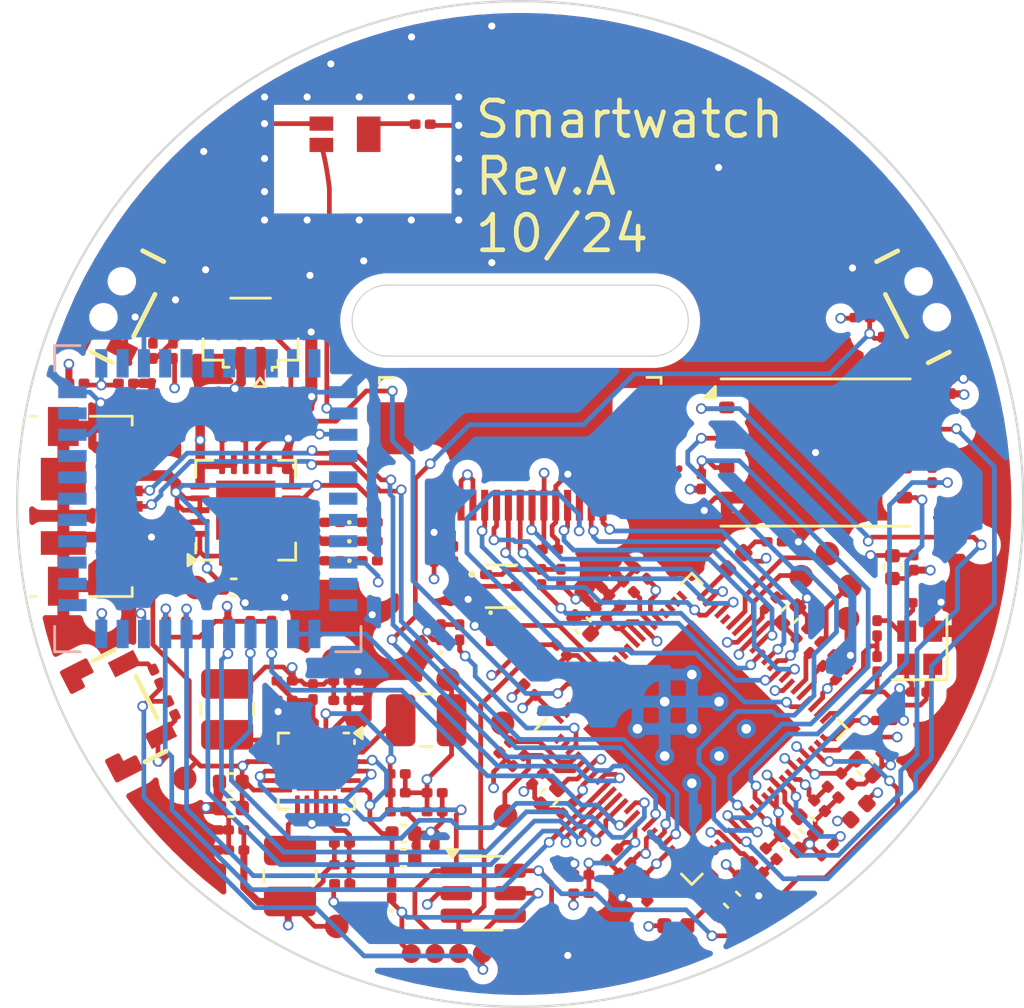
<source format=kicad_pcb>
(kicad_pcb (version 20240108) (generator "pcbnew") (generator_version "8.0")
  (layers (0 "F.Cu" signal) (1 "In1.Cu" power "PWR") (2 "In2.Cu" power "GND") (31 "B.Cu" signal) (34 "B.Paste" user) (35 "F.Paste" user) (36 "B.SilkS" user "B.Silkscreen") (37 "F.SilkS" user "F.Silkscreen") (38 "B.Mask" user) (39 "F.Mask" user) (44 "Edge.Cuts" user))
  (net 0 "")
  (net 1 "Net-(U2-FB1)")
  (net 2 "+3V3")
  (net 3 "GND")
  (net 4 "+0V9")
  (net 5 "Net-(U2-FB2)")
  (net 6 "VCC_DDR")
  (net 7 "Net-(U2-FB3)")
  (net 8 "VCC_CHRG")
  (net 9 "VCC_1V8")
  (net 10 "/VBAT_ADC")
  (net 11 "VCC1V8_CODEC")
  (net 12 "/SARADC_IN0")
  (net 13 "VBUS")
  (net 14 "VBAT")
  (net 15 "Net-(U1C-CODEC_VCM)")
  (net 16 "Net-(U1B-OSC_SOC_XIN)")
  (net 17 "Net-(Y1-X2)")
  (net 18 "/GP_KEY")
  (net 19 "/PWR_KEY")
  (net 20 "Net-(D1-K)")
  (net 21 "Net-(D2-K)")
  (net 22 "Net-(D3-K)")
  (net 23 "Net-(D4-A)")
  (net 24 "Net-(D5-A)")
  (net 25 "Net-(D6-K)")
  (net 26 "Net-(U1B-OTP_AVDD1V8_ETH_AVDD1V8_TSADC_AVDD1V8)")
  (net 27 "/USB_DM")
  (net 29 "/USB_DP")
  (net 30 "/I2C3_SCL")
  (net 31 "/TP_RST")
  (net 32 "/I2C3_SDA")
  (net 33 "/LCD_DC")
  (net 34 "/LCD_CS")
  (net 35 "/LEDK")
  (net 36 "/LCD_RES")
  (net 37 "/LCD_SDA")
  (net 38 "/TP_INT")
  (net 39 "/LCD_SCL")
  (net 40 "/PWR_RX_NOTIFY")
  (net 41 "/PMIC_EN")
  (net 42 "/PWR_TX_NOTIFY")
  (net 43 "Net-(U2-LX1)")
  (net 44 "Net-(U2-LX2)")
  (net 45 "Net-(U2-LX3)")
  (net 46 "Net-(Q1-G)")
  (net 47 "Net-(Q1-D)")
  (net 48 "/FSPI_D3")
  (net 49 "/FSPI_D2")
  (net 50 "/FSPI_CLK")
  (net 51 "Net-(U1B-FSPI_CLK_GPIO4_B1_d)")
  (net 52 "Net-(U3-~{PG})")
  (net 53 "Net-(U3-STAT1{slash}~{LBO})")
  (net 54 "Net-(U3-STAT2)")
  (net 55 "Net-(U3-PROG1)")
  (net 56 "Net-(U3-PROG3)")
  (net 57 "Net-(U1C-DRAM_ZQ)")
  (net 58 "Net-(U1C-FEPHY_REXT)")
  (net 59 "Net-(U1B-OSC_SOC_XOUT)")
  (net 60 "Net-(R21-Pad2)")
  (net 61 "/I2C4_SCL")
  (net 62 "/I2C4_SDA")
  (net 63 "/ACT_LED")
  (net 64 "/USR_LED")
  (net 65 "Net-(U3-THERM)")
  (net 66 "/LCD_BCKL")
  (net 67 "Net-(R31-Pad2)")
  (net 68 "Net-(R33-Pad2)")
  (net 69 "Net-(U1B-JTAG_HPMCU_TCK_M0_JTAG_CPU_TCK_M1_UART2_TX_M1_GPIO1_B2_d)")
  (net 70 "Net-(R34-Pad2)")
  (net 71 "Net-(U1B-JTAG_HPMCU_TMS_M0_JTAG_CPU_TMS_M1_UART2_RX_M1_GPIO1_B3_u)")
  (net 72 "Net-(R35-Pad2)")
  (net 73 "/SDMMC_D0")
  (net 74 "/SDMMC_D1")
  (net 75 "/SDMMC_D2")
  (net 76 "/SDMMC_D3")
  (net 77 "/SDMMC_CMD")
  (net 78 "Net-(U6-BT_DIS#)")
  (net 79 "Net-(U1A-SDIO_D2_M1_UART4_TX_M1_PWM9_M1__GPIO1_C5_d)")
  (net 80 "Net-(U1A-SDIO_D3_M1_UART4_RX_M1_PWM8_M1__GPIO1_C4_d)")
  (net 89 "/WIFI_EN")
  (net 90 "/SDMMC_CLK")
  (net 92 "/FSPI_D0")
  (net 96 "/FSPI_CS0N")
  (net 100 "/FSPI_D1")
  (net 132 "Net-(U6-WIFI{slash}BT_ANT)")
  (net 133 "Net-(AE1-Pad1)")
  (net 134 "Net-(AE1-Pad3)")
  (footprint "Capacitor_SMD:C_0201_0603Metric" (layer "F.Cu") (at 100.398726 107.848726 -45)
    (property "Reference" "C51" (hide yes))
    (property "Value" "100nF" (hide yes))
  )
  (footprint "ildus_footprints:Amphenol_1x15-1MP_P0.5mm_Horizontal" (layer "F.Cu") (at 100 98.6 180)
    (property "Reference" "J3" (hide yes))
    (property "Value" "Conn_01x15" (hide yes))
  )
  (footprint "ildus_footprints:SW_1.8x4.5x3.5" (layer "F.Cu") (at 82.884108 108.852644 -63)
    (property "Reference" "SW3" (hide yes))
    (property "Value" "SW_Push" (hide yes))
  )
  (footprint "Resistor_SMD:R_0201_0603Metric" (layer "F.Cu") (at 117.4 98.775 90)
    (property "Reference" "R9" (hide yes))
    (property "Value" "22R" (hide yes))
  )
  (footprint "Resistor_SMD:R_0201_0603Metric" (layer "F.Cu") (at 87.65 105.28 90)
    (property "Reference" "R40" (hide yes))
    (property "Value" "47K" (hide yes))
  )
  (footprint "Capacitor_SMD:C_0201_0603Metric" (layer "F.Cu") (at 114.086607 90.925 -90)
    (property "Reference" "C36" (hide yes))
    (property "Value" "100nF" (hide yes))
  )
  (footprint "Capacitor_SMD:C_0402_1005Metric" (layer "F.Cu") (at 108.95 116.725 -45)
    (property "Reference" "C34" (hide yes))
    (property "Value" "10uF" (hide yes))
  )
  (footprint "Resistor_SMD:R_0201_0603Metric" (layer "F.Cu") (at 85.04 105.305 -90)
    (property "Reference" "R37" (hide yes))
    (property "Value" "47K" (hide yes))
  )
  (footprint "Capacitor_SMD:C_0201_0603Metric" (layer "F.Cu") (at 88.005 114.625 180)
    (property "Reference" "C2" (hide yes))
    (property "Value" "4.7uF" (hide yes))
  )
  (footprint "Capacitor_SMD:C_0201_0603Metric" (layer "F.Cu") (at 103.985716 104.071018 -45)
    (property "Reference" "C25" (hide yes))
    (property "Value" "100nF" (hide yes))
  )
  (footprint "Capacitor_SMD:C_0201_0603Metric" (layer "F.Cu") (at 103.875 114.825 45)
    (property "Reference" "C31" (hide yes))
    (property "Value" "100nF" (hide yes))
  )
  (footprint "Package_TO_SOT_SMD:SOT-523" (layer "F.Cu") (at 99.205 103.48)
    (property "Reference" "Q1" (hide yes))
    (property "Value" "DMG1012T" (hide yes))
  )
  (footprint "Resistor_SMD:R_0201_0603Metric" (layer "F.Cu") (at 102.58 116.45 180)
    (property "Reference" "R19" (hide yes))
    (property "Value" "200K" (hide yes))
  )
  (footprint "LED_SMD:LED_0201_0603Metric" (layer "F.Cu") (at 93.64 101.575)
    (property "Reference" "D3" (hide yes))
    (property "Value" "LED" (hide yes))
  )
  (footprint "Capacitor_SMD:C_0201_0603Metric" (layer "F.Cu") (at 96.36 102.11 -90)
    (property "Reference" "C52" (hide yes))
    (property "Value" "100nF" (hide yes))
  )
  (footprint "Resistor_SMD:R_0201_0603Metric" (layer "F.Cu") (at 92.065 102.4)
    (property "Reference" "R10" (hide yes))
    (property "Value" "1K" (hide yes))
  )
  (footprint "Capacitor_SMD:C_0201_0603Metric" (layer "F.Cu") (at 92.441127 107.475)
    (property "Reference" "C4" (hide yes))
    (property "Value" "4.7uF" (hide yes))
  )
  (footprint "Inductor_SMD:L_1008_2520Metric" (layer "F.Cu") (at 90.275 115.725 90)
    (property "Reference" "L1" (hide yes))
    (property "Value" "1.5uH" (hide yes))
  )
  (footprint "Capacitor_SMD:C_0402_1005Metric" (layer "F.Cu") (at 101.235589 112.375 -135)
    (property "Reference" "C18" (hide yes))
    (property "Value" "10uF" (hide yes))
  )
  (footprint "LED_SMD:LED_0201_0603Metric" (layer "F.Cu") (at 93.64 100.775)
    (property "Reference" "D2" (hide yes))
    (property "Value" "LED" (hide yes))
  )
  (footprint "Resistor_SMD:R_0201_0603Metric" (layer "F.Cu") (at 90.051127 108.3)
    (property "Reference" "R4" (hide yes))
    (property "Value" "100K" (hide yes))
  )
  (footprint "ildus_footprints:TP" (layer "F.Cu") (at 99.375 109.175)
    (property "Reference" "TP7" (hide yes))
    (property "Value" "TestPoint" (hide yes))
  )
  (footprint "Capacitor_SMD:C_0201_0603Metric" (layer "F.Cu") (at 115.375 109.15)
    (property "Reference" "C20" (hide yes))
    (property "Value" "1uF" (hide yes))
  )
  (footprint "Capacitor_SMD:C_0201_0603Metric" (layer "F.Cu") (at 118.2 95.015 -90)
    (property "Reference" "C14" (hide yes))
    (property "Value" "100nF" (hide yes))
  )
  (footprint "Capacitor_SMD:C_0201_0603Metric" (layer "F.Cu") (at 96.385 113.005)
    (property "Reference" "C8" (hide yes))
    (property "Value" "4.7uF" (hide yes))
  )
  (footprint "Capacitor_SMD:C_0402_1005Metric" (layer "F.Cu") (at 111.389411 104.685589 45)
    (property "Reference" "C17" (hide yes))
    (property "Value" "10uF" (hide yes))
  )
  (footprint "Capacitor_SMD:C_0402_1005Metric" (layer "F.Cu") (at 87.9 103.525)
    (property "Reference" "C38" (hide yes))
    (property "Value" "10uF" (hide yes))
  )
  (footprint "ildus_footprints:SW_1.8x4.5x3.5" (layer "F.Cu") (at 82.784108 91.347356 -117)
    (property "Reference" "SW2" (hide yes))
    (property "Value" "SW_Push" (hide yes))
  )
  (footprint "ildus_footprints:TP" (layer "F.Cu") (at 111.875 99.075)
    (property "Reference" "TP8" (hide yes))
    (property "Value" "TestPoint" (hide yes))
  )
  (footprint "Capacitor_SMD:C_0201_0603Metric" (layer "F.Cu") (at 85.109108 92.022356 -90)
    (property "Reference" "C54" (hide yes))
    (property "Value" "100nF" (hide yes))
  )
  (footprint "Resistor_SMD:R_0201_0603Metric" (layer "F.Cu") (at 100.9 103.085 90)
    (property "Reference" "R27" (hide yes))
    (property "Value" "1K" (hide yes))
  )
  (footprint "Resistor_SMD:R_0201_0603Metric" (layer "F.Cu") (at 99.525 105.455 -90)
    (property "Reference" "R25" (hide yes))
    (property "Value" "1K" (hide yes))
  )
  (footprint "Resistor_SMD:R_0201_0603Metric" (layer "F.Cu") (at 114.456607 92.125 180)
    (property "Reference" "R20" (hide yes))
    (property "Value" "10K" (hide yes))
  )
  (footprint "ildus_footprints:2.4Ghz_TE_Antenna" (layer "F.Cu") (at 91.6 83.925)
    (property "Reference" "AE1" (hide yes))
    (property "Value" "2.4Ghz" (hide yes))
  )
  (footprint "Resistor_SMD:R_0201_0603Metric" (layer "F.Cu") (at 92.07 100.775)
    (property "Reference" "R11" (hide yes))
    (property "Value" "1K" (hide yes))
  )
  (footprint "ildus_footprints:TP" (layer "F.Cu") (at 112.975 98.1)
    (property "Reference" "TP9" (hide yes))
    (property "Value" "TestPoint" (hide yes))
  )
  (footprint "Capacitor_SMD:C_0201_0603Metric" (layer "F.Cu") (at 103.406048 104.631048 135)
    (property "Reference" "C24" (hide yes))
    (property "Value" "1uF" (hide yes))
  )
  (footprint "Capacitor_SMD:C_0402_1005Metric" (layer "F.Cu") (at 112.124086 113.559388 -45)
    (property "Reference" "C19" (hide yes))
    (property "Value" "10uF" (hide yes))
  )
  (footprint "Resistor_SMD:R_0201_0603Metric" (layer "F.Cu") (at 115.075 105.25 90)
    (property "Reference" "R17" (hide yes))
    (property "Value" "22" (hide yes))
  )
  (footprint "Resistor_SMD:R_0201_0603Metric" (layer "F.Cu") (at 90.046127 107.475 180)
    (property "Reference" "R3" (hide yes))
    (property "Value" "47K" (hide yes))
  )
  (footprint "Package_TO_SOT_SMD:SOT-23-6" (layer "F.Cu") (at 98.4375 116.45)
    (property "Reference" "U5" (hide yes))
    (property "Value" "ATtiny10-TS" (hide yes))
  )
  (footprint "Resistor_SMD:R_0201_0603Metric" (layer "F.Cu") (at 107.65 99.045 90)
    (property "Reference" "R8" (hide yes))
    (property "Value" "10K" (hide yes))
  )
  (footprint "ildus_footprints:TP" (layer "F.Cu") (at 92.121127 102.6)
    (property "Reference" "TP3" (hide yes))
    (property "Value" "TestPoint" (hide yes))
  )
  (footprint "Capacitor_SMD:C_0201_0603Metric" (layer "F.Cu") (at 115.043038 110.32834 135)
    (property "Reference" "C46" (hide yes))
    (property "Value" "100nF" (hide yes))
  )
  (footprint "Capacitor_SMD:C_0201_0603Metric" (layer "F.Cu") (at 87.43 96.85 90)
    (property "Reference" "C39" (hide yes))
    (property "Value" "4.7uF" (hide yes))
  )
  (footprint "Resistor_SMD:R_0201_0603Metric" (layer "F.Cu") (at 84.643784 107.292342 115)
    (property "Reference" "R33" (hide yes))
    (property "Value" "100R" (hide yes))
  )
  (footprint "Capacitor_SMD:C_0201_0603Metric" (layer "F.Cu") (at 116.855 107.95 180)
    (property "Reference" "C44" (hide yes))
    (property "Value" "18pF" (hide yes))
  )
  (footprint "Resistor_SMD:R_0201_0603Metric" (layer "F.Cu") (at 102.58 115.675)
    (property "Reference" "R32" (hide yes))
    (property "Value" "100K" (hide yes))
  )
  (footprint "Resistor_SMD:R_0201_0603Metric" (layer "F.Cu") (at 101.75 106.175 135)
    (property "Reference" "R43" (hide yes))
    (property "Value" "10K" (hide yes))
  )
  (footprint "ildus_footprints:TP" (layer "F.Cu") (at 99.25 105.27)
    (property "Reference" "TP6" (hide yes))
    (property "Value" "TestPoint" (hide yes))
  )
  (footprint "Capacitor_SMD:C_0402_1005Metric" (layer "F.Cu") (at 114.563497 111.123799 -45)
    (property "Reference" "C27" (hide yes))
    (property "Value" "10uF" (hide yes))
  )
  (footprint "Resistor_SMD:R_0201_0603Metric" (layer "F.Cu") (at 115.075 106.77 90)
    (property "Reference" "R18" (hide yes))
    (property "Value" "1M" (hide yes))
  )
  (footprint "Capacitor_SMD:C_0402_1005Metric" (layer "F.Cu") (at 111.399086 114.284388 -45)
    (property "Reference" "C26" (hide yes))
    (property "Value" "10uF" (hide yes))
  )
  (footprint "Capacitor_SMD:C_0201_0603Metric" (layer "F.Cu") (at 113.77536 111.610662 -45)
    (property "Reference" "C28" (hide yes))
    (property "Value" "1uF" (hide yes))
  )
  (footprint "LED_SMD:LED_0201_0603Metric" (layer "F.Cu") (at 98.75 105.455 -90)
    (property "Reference" "D5" (hide yes))
    (property "Value" "LED" (hide yes))
  )
  (footprint "Capacitor_SMD:C_0201_0603Metric" (layer "F.Cu") (at 104.425 115.4 -135)
    (property "Reference" "C41" (hide yes))
    (property "Value" "100nF" (hide yes))
  )
  (footprint "Resistor_SMD:R_0201_0603Metric" (layer "F.Cu") (at 97.440612 105.4225 90)
    (property "Reference" "R24" (hide yes))
    (property "Value" "100" (hide yes))
  )
  (footprint "Inductor_SMD:L_0402_1005Metric" (layer "F.Cu") (at 114.3 113 45)
    (property "Reference" "FB3" (hide yes))
    (property "Value" "150R" (hide yes))
  )
  (footprint "ildus_footprints:TP" (layer "F.Cu") (at 86.31 99.53)
    (property "Reference" "TP10" (hide yes))
    (property "Value" "TestPoint" (hide yes))
  )
  (footprint "Inductor_SMD:L_1008_2520Metric" (layer "F.Cu") (at 87.62 108.68 -90)
    (property "Reference" "L2" (hide yes))
    (property "Value" "1.5uH" (hide yes))
  )
  (footprint "Capacitor_SMD:C_0201_0603Metric" (layer "F.Cu") (at 92.441127 108.3)
    (property "Reference" "C5" (hide yes))
    (property "Value" "4.7uF" (hide yes))
  )
  (footprint "Resistor_SMD:R_0201_0603Metric" (layer "F.Cu") (at 81.255 94.9 180)
    (property "Reference" "R42" (hide yes))
    (property "Value" "47K" (hide yes))
  )
  (footprint "Resistor_SMD:R_0201_0603Metric" (layer "F.Cu") (at 115.311607 93.27 -90)
    (property "Reference" "R21" (hide yes))
    (property "Value" "100R" (hide yes))
  )
  (footprint "Capacitor_SMD:C_0402_1005Metric" (layer "F.Cu") (at 102.635589 105.135589 135)
    (property "Reference" "C23" (hide yes))
    (property "Value" "10uF" (hide yes))
  )
  (footprint "Inductor_SMD:L_1008_2520Metric" (layer "F.Cu") (at 96.025 109.14 180)
    (property "Reference" "L3" (hide yes))
    (property "Value" "1.5uH" (hide yes))
  )
  (footprint "Diode_SMD:D_0201_0603Metric" (layer "F.Cu") (at 94.57 116.325 90)
    (property "Reference" "D6" (hide yes))
    (property "Value" "BAT30F4" (hide yes))
  )
  (footprint "ildus_footprints:TP" (layer "F.Cu") (at 85.825 107.6)
    (property "Reference" "TP1" (hide yes))
    (property "Value" "TestPoint" (hide yes))
  )
  (footprint "Resistor_SMD:R_0201_0603Metric" (layer "F.Cu") (at 83.345 94.9)
    (property "Reference" "R41" (hide yes))
    (property "Value" "47K(NC)" (hide yes))
  )
  (footprint "Crystal:Crystal_SMD_2016-4Pin_2.0x1.6mm" (layer "F.Cu") (at 116.875 106.075 90)
    (property "Reference" "Y1" (hide yes))
    (property "Value" "24MHz" (hide yes))
  )
  (footprint "Inductor_SMD:L_0402_1005Metric" (layer "F.Cu") (at 106.575 117.825 180)
    (property "Reference" "FB2" (hide yes))
    (property "Value" "150R" (hide yes))
  )
  (footprint "Resistor_SMD:R_0201_0603Metric" (layer "F.Cu") (at 104.573726 103.498726 135)
    (property "Reference" "R16" (hide yes))
    (property "Value" "470" (hide yes))
  )
  (footprint "Capacitor_SMD:C_0201_0603Metric" (layer "F.Cu") (at 105.131048 102.931048 -45)
    (property "Reference" "C43" (hide yes))
    (property "Value" "100nF" (hide yes))
  )
  (footprint "Resistor_SMD:R_0201_0603Metric" (layer "F.Cu") (at 99.35 110.275 -135)
    (property "Reference" "R22" (hide yes))
    (property "Value" "4K7" (hide yes))
  )
  (footprint "Capacitor_SMD:C_0201_0603Metric" (layer "F.Cu") (at 110.024086 115.359388 135)
    (property "Reference" "C16" (hide yes))
    (property "Value" "100nF" (hide yes))
  )
  (footprint "ildus_footprints:JST_Aliexpress_KAN_shop_1x02-1MP_P0.80mm_Horizontal" (layer "F.Cu") (at 88.61 92.71 180)
    (property "Reference" "J2" (hide yes))
    (property "Value" "BATT" (hide yes))
  )
  (footprint "Capacitor_SMD:C_0402_1005Metric" (layer "F.Cu") (at 87.78 112.85)
    (property "Reference" "C12" (hide yes))
    (property "Value" "10uF" (hide yes))
  )
  (footprint "Resistor_SMD:R_0201_0603Metric" (layer "F.Cu") (at 112.975 114.625 45)
    (property "Reference" "R15" (hide yes))
    (property "Value" "470" (hide yes))
  )
  (footprint "Resistor_SMD:R_0201_0603Metric" (layer "F.Cu") (at 85.334108 93.527356 -90)
    (property "Reference" "R30" (hide yes))
    (property "Value" "10K" (hide yes))
  )
  (footprint "Resistor_SMD:R_0201_0603Metric" (layer "F.Cu") (at 94.825 112.205 180)
    (property "Reference" "R5" (hide yes))
    (property "Value" "200K" (hide yes))
  )
  (footprint "Inductor_SMD:L_0402_1005Metric" (layer "F.Cu") (at 109.1 102.4 45)
    (property "Reference" "FB1" (hide yes))
    (property "Value" "150R" (hide yes))
  )
  (footprint "Connector_USB:USB_Micro-B_Molex_47346-0001" (layer "F.Cu") (at 81.9 100.1 -90)
    (property "Reference" "J1" (hide yes))
    (property "Value" "USB_B_Micro" (hide yes))
  )
  (footprint "Resistor_SMD:R_0201_0603Metric" (layer "F.Cu") (at 99.923726 110.851274 -135)
    (property "Reference" "R23" (hide yes))
    (property "Value" "4K7" (hide yes))
  )
  (footprint "LED_SMD:LED_0201_0603Metric" (layer "F.Cu") (at 93.645 102.4)
    (property "Reference" "D1" (hide yes))
    (property "Value" "LED" (hide yes))
  )
  (footprint "Capacitor_SMD:C_0201_0603Metric" (layer "F.Cu") (at 95.88 83.95)
    (property "Reference" "C59" (hide yes))
    (property "Value" "100pF" (hide yes))
  )
  (footprint "Resistor_SMD:R_0201_0603Metric" (layer "F.Cu") (at 89.28 96.85 -90)
    (property "Reference" "R14" (hide yes))
    (property "Value" "100K" (hide yes))
  )
  (footprint "Capacitor_SMD:C_0201_0603Metric" (layer "F.Cu") (at 105.593952 116.556048 -135)
    (property "Reference" "C40" (hide yes))
    (property "Value" "4.7uF" (hide yes))
  )
  (footprint "Capacitor_SMD:C_0201_0603Metric" (layer "F.Cu") (at 102 112.851274 45)
    (property "Reference" "C49" (hide yes))
    (property "Value" "100nF" (hide yes))
  )
  (footprint "Resistor_SMD:R_0201_0603Metric" (layer "F.Cu") (at 85.88 105.31 -90)
    (property "Reference" "R36" (hide yes))
    (property "Value" "47K" (hide yes))
  )
  (footprint "Resistor_SMD:R_0201_0603Metric" (layer "F.Cu") (at 117.4 96.52 -90)
    (property "Reference" "R7" (hide yes))
    (property "Value" "10K" (hide yes))
  )
  (footprint "Capacitor_SMD:C_0201_0603Metric" (layer "F.Cu") (at 104.981047 115.951274 45)
    (property "Reference" "C42" (hide yes))
    (property "Value" "100nF" (hide yes))
  )
  (footprint "Resistor_SMD:R_0201_0603Metric" (layer "F.Cu") (at 113.006048 106.618952 45)
    (property "Reference" "R34" (hide yes))
    (property "Value" "100" (hide yes))
  )
  (footprint "Resistor_SMD:R_0201_0603Metric" (layer "F.Cu") (at 89.5 105.27 90)
    (property "Reference" "R38" (hide yes))
    (property "Value" "47K" (hide yes))
  )
  (footprint "Capacitor_SMD:C_0402_1005Metric" (layer "F.Cu") (at 95.065 113.93 180)
    (property "Reference" "C13" (hide yes))
    (property "Value" "10uF" (hide yes))
  )
  (footprint "Package_DFN_QFN:QFN-20-1EP_3x3mm_P0.4mm_EP1.65x1.65mm" (layer "F.Cu") (at 91.39 111.29 -90)
    (property "Reference" "U2" (hide yes))
    (property "Value" "EA3036C" (hide yes))
  )
  (footprint "Capacitor_SMD:C_0201_0603Metric" (layer "F.Cu") (at 110.599086 114.784388 135)
    (property "Reference" "C29" (hide yes))
    (property "Value" "100nF" (hide yes))
  )
  (footprint "Capacitor_SMD:C_0201_0603Metric" (layer "F.Cu") (at 100.731048 111.593952 45)
    (property "Reference" "C22" (hide yes))
    (property "Value" "100nF" (hide yes))
  )
  (footprint "Capacitor_SMD:C_0201_0603Metric" (layer "F.Cu") (at 85.28 101.6375 -90)
    (property "Reference" "C37" (hide yes))
    (property "Value" "4.7uF" (hide yes))
  )
  (footprint "Capacitor_SMD:C_0201_0603Metric" (layer "F.Cu") (at 111.9 105.475 -135)
    (property "Reference" "C21" (hide yes))
    (property "Value" "100nF" (hide yes))
  )
  (footprint "ildus_footprints:TP" (layer "F.Cu") (at 113.925 99.475)
    (property "Reference" "TP11" (hide yes))
    (property "Value" "TestPoint" (hide yes))
  )
  (footprint "Capacitor_SMD:C_0201_0603Metric" (layer "F.Cu") (at 92.47 114.325)
    (property "Reference" "C1" (hide yes))
    (property "Value" "220pF" (hide yes))
  )
  (footprint "Resistor_SMD:R_0201_0603Metric" (layer "F.Cu") (at 97.18 102.115 90)
    (property "Reference" "R29" (hide yes))
    (property "Value" "10K" (hide yes))
  )
  (footprint "Resistor_SMD:R_0201_0603Metric" (layer "F.Cu") (at 112.456048 106.068952 45)
    (property "Reference" "R35" (hide yes))
    (property "Value" "100" (hide yes))
  )
  (footprint "Capacitor_SMD:C_0201_0603Metric" (layer "F.Cu") (at 85.279349 108.630018 115)
    (property "Reference" "C55" (hide yes))
    (property "Value" "100nF" (hide yes))
  )
  (footprint "Capacitor_SMD:C_0201_0603Metric" (layer "F.Cu") (at 101.255 101.92 180)
    (property "Reference" "C53" (hide yes))
    (property "Value" "100nF" (hide yes))
  )
  (footprint "Resistor_SMD:R_0201_0603Metric" (layer "F.Cu") (at 88.6 105.28 90)
    (property "Reference" "R39" (hide yes))
    (property "Value" "47K" (hide yes))
  )
  (footprint "Capacitor_SMD:C_0201_0603Metric" (layer "F.Cu") (at 88 113.775 180)
    (property "Reference" "C3" (hide yes))
    (property "Value" "4.7uF" (hide yes))
  )
  (footprint "ildus_footprints:SW_1.8x4.5x3.5" (layer "F.Cu") (at 117.214108 91.352644 117)
    (property "Reference" "SW1" (hide yes))
    (property "Value" "SW_Push" (hide yes))
  )
  (footprint "Capacitor_SMD:C_0402_1005Metric" (layer "F.Cu") (at 115.725 102.67 90)
    (property "Reference" "C56" (hide yes))
    (property "Value" "10uF" (hide yes))
  )
  (footprint "Capacitor_SMD:C_0201_0603Metric" (layer "F.Cu") (at 91.9 88.455 90)
    (property "Reference" "C58" (hide yes))
    (property "Value" "4.7pF" (hide yes))
  )
  (footprint "Capacitor_SMD:C_0201_0603Metric" (layer "F.Cu") (at 113.568952 107.178516 -135)
    (property "Reference" "C47" (hide yes))
    (property "Value" "100nF" (hide yes))
  )
  (footprint "ildus_footprints:pinpad6" (layer "F.Cu") (at 95.4 119)
    (property "Reference" "J5" (hide yes))
    (property "Value" "PROGRAM" (hide yes))
  )
  (footprint "Resistor_SMD:R_0201_0603Metric" (layer "F.Cu") (at 94.84 113.005 180)
    (property "Reference" "R6" (hide yes))
    (property "Value" "100K" (hide yes))
  )
  (footprint "ildus_footprints:TP" (layer "F.Cu") (at 96.96 103.41)
    (property "Reference" "TP4" (hide yes))
    (property "Value" "TestPoint" (hide yes))
  )
  (footprint "Capacitor_SMD:C_0201_0603Metric" (layer "F.Cu") (at 94.825 111.405 180)
    (property "Reference" "C9" (hide yes))
    (property "Value" "220pF" (hide yes))
  )
  (footprint "Resistor_SMD:R_0201_0603Metric" (layer "F.Cu") (at 84.484108 93.527356 90)
    (property "Reference" "R31" (hide yes))
    (property "Value" "100R" (hide yes))
  )
  (footprint "Capacitor_SMD:C_0201_0603Metric" (layer "F.Cu") (at 110.6 104.175 -135)
    (property "Reference" "C50" (hide yes))
    (property "Value" "100nF" (hide yes))
  )
  (footprint "Capacitor_SMD:C_0201_0603Metric" (layer "F.Cu") (at 117.4 95.025 90)
    (property "Reference" "C15" (hide yes))
    (property "Value" "1uF" (hide yes))
  )
  (footprint "Resistor_SMD:R_0201_0603Metric" (layer "F.Cu") (at 92.075 101.575)
    (property "Reference" "R12" (hide yes))
    (property "Value" "1K" (hide yes))
  )
  (footprint "Inductor_SMD:L_0402_1005Metric" (layer "F.Cu") (at 92.37 89.74 180)
    (property "Reference" "L4" (hide yes))
    (property "Value" "2.7nH" (hide yes))
  )
  (footprint "ildus_footprints:TP" (layer "F.Cu") (at 113.825 100.85)
    (property "Reference" "TP5" (hide yes))
    (property "Value" "TestPoint" (hide yes))
  )
  (footprint "Resistor_SMD:R_0201_0603Metric" (layer "F.Cu") (at 92.48 116.05)
    (property "Reference" "R1" (hide yes))
    (property "Value" "9.1K" (hide yes))
  )
  (footprint "Resistor_SMD:R_0201_0603Metric" (layer "F.Cu") (at 88.355 96.85 -90)
    (property "Reference" "R13" (hide yes))
    (property "Value" "2K" (hide yes))
  )
  (footprint "Capacitor_SMD:C_0201_0603Metric" (layer "F.Cu") (at 116.88 104.175 180)
    (property "Reference" "C45" (hide yes))
    (property "Value" "18pF" (hide yes))
  )
  (footprint "Capacitor_SMD:C_0201_0603Metric" (layer "F.Cu") (at 108.15 117.225 135)
    (property "Reference" "C33" (hide yes))
    (property "Value" "100nF" (hide yes))
  )
  (footprint "Package_SON:WSON-8-1EP_8x6mm_P1.27mm_EP3.4x4.3mm" (layer "F.Cu") (at 112.475 97.825)
    (property "Reference" "U4" (hide yes))
    (property "Value" "W25N01KVZEIR" (hide yes))
  )
  (footprint "LED_SMD:LED_0201_0603Metric" (layer "F.Cu") (at 96.65 105.42 90)
    (property "Reference" "D4" (hide yes))
    (property "Value" "LED" (hide yes))
  )
  (footprint "Capacitor_SMD:C_0201_0603Metric" (layer "F.Cu") (at 96.385 112.205)
    (property "Reference" "C7" (hide yes))
    (property "Value" "4.7uF" (hide yes))
  )
  (footprint "Resistor_SMD:R_0201_0603Metric" (layer "F.Cu") (at 89.76 103.425 180)
    (property "Reference" "R26" (hide yes))
    (property "Value" "10K" (hide yes))
  )
  (footprint "Capacitor_SMD:C_0201_0603Metric" (layer "F.Cu") (at 91.246127 107.945 -90)
    (property "Reference" "C6" (hide yes))
    (property "Value" "220pF" (hide yes))
  )
  (footprint "ildus_footprints:TP" (layer "F.Cu") (at 92.25 113.85)
    (property "Reference" "TP2" (hide yes))
    (property "Value" "TestPoint" (hide yes))
  )
  (footprint "Resistor_SMD:R_0201_0603Metric" (layer "F.Cu") (at 101.72 103.08 90)
    (property "Reference" "R28" (hide yes))
    (property "Value" "10K" (hide yes))
  )
  (footprint "Capacitor_SMD:C_0201_0603Metric" (layer "F.Cu") (at 113.218038 112.17834 135)
    (property "Reference" "C30" (hide yes))
    (property "Value" "100nF" (hide yes))
  )
  (footprint "Capacitor_SMD:C_0201_0603Metric" (layer "F.Cu") (at 110.75 101.6 180)
    (property "Reference" "C48" (hide yes))
    (property "Value" "100nF" (hide yes))
  )
  (footprint "Capacitor_SMD:C_0402_1005Metric" (layer "F.Cu") (at 87.775 111.75)
    (property "Reference" "C10" (hide yes))
    (property "Value" "10uF" (hide yes))
  )
  (footprint "Package_DFN_QFN:QFN-20-1EP_4x4mm_P0.5mm_EP2.5x2.5mm" (layer "F.Cu") (at 88.405 100.2625 90)
    (property "Reference" "U3" (hide yes))
    (property "Value" "MCP73871" (hide yes))
  )
  (footprint "Resistor_SMD:R_0201_0603Metric" (layer "F.Cu") (at 92.475 115.25)
    (property "Reference" "R2" (hide yes))
    (property "Value" "40.2K" (hide yes))
  )
  (footprint "ildus_footprints:QFN-88_EP_9x9_Pitch0.35mm" (layer "F.Cu") (at 107.250736 109.503501 45)
    (property "Reference" "U1" (hide yes))
    (property "Value" "RV1103" (hide yes))
  )
  (footprint "Capacitor_SMD:C_0201_0603Metric" (layer "F.Cu") (at 109.449086 115.934388 -45)
    (property "Reference" "C35" (hide yes))
    (property "Value" "1uF" (hide yes))
  )
  (footprint "Capacitor_SMD:C_0201_0603Metric" (layer "F.Cu") (at 112.643038 112.75334 -45)
    (property "Reference" "C32" (hide yes))
    (property "Value" "4.7uF" (hide yes))
  )
  (footprint "Capacitor_SMD:C_0402_1005Metric" (layer "F.Cu") (at 95.065 114.955 180)
    (property "Reference" "C11" (hide yes))
    (property "Value" "10uF" (hide yes))
  )
  (footprint "Capacitor_SMD:C_0201_0603Metric" (layer "F.Cu") (at 116.625 102.475 -90)
    (property "Reference" "C57" (hide yes))
    (property "Value" "100nF" (hide yes))
  )
  (footprint "ildus_footprints:QFN-44_12.64x12.64_Pitch0.9mm" (layer "B.Cu") (at 86.805 99.775 180)
    (property "Reference" "U6" (hide yes))
    (property "Value" "RTL8723BS" (hide yes))
  )
  (gr_line (start 94.4 90.75) (end 105.6 90.75) (stroke (width 0.05)) (layer "Edge.Cuts"))
  (gr_arc (start 105.6 90.75) (mid 107.1 92.25) (end 105.6 93.75) (stroke (width 0.05)) (layer "Edge.Cuts"))
  (gr_circle (center 100 100) (end 121.25 100) (stroke (width 0.1)) (fill none) (layer "Edge.Cuts"))
  (gr_line (start 105.6 93.75) (end 94.4 93.75) (stroke (width 0.05)) (layer "Edge.Cuts"))
  (gr_arc (start 94.4 93.75) (mid 92.9 92.25) (end 94.4 90.75) (stroke (width 0.05)) (layer "Edge.Cuts"))
  (gr_text "Smartwatch\nRev.A\n10/24" (at 97.99 89.45 0) (layer "F.SilkS") (effects (font (size 1.5 1.5) (thickness 0.2) (bold yes)) (justify left bottom)))
  (segment (start 92.2 113.8) (end 92.6 113.8) (width 0.2) (layer "F.Cu") (net 1))
  (segment (start 92.79 113.99) (end 92.79 114.325) (width 0.2) (layer "F.Cu") (net 1))
  (segment (start 91.79 112.74) (end 91.79 113.39) (width 0.2) (layer "F.Cu") (net 1))
  (segment (start 92.775 114.272487) (end 92.775 116.025) (width 0.2) (layer "F.Cu") (net 1))
  (segment (start 91.79 113.39) (end 92.2 113.8) (width 0.2) (layer "F.Cu") (net 1))
  (segment (start 92.6 113.8) (end 92.79 113.99) (width 0.2) (layer "F.Cu") (net 1))
  (segment (start 92.775 116.025) (end 92.8 116.05) (width 0.2) (layer "F.Cu") (net 1))
  (segment (start 117.4 95.345) (end 117.4 96.2) (width 0.2) (layer "F.Cu") (net 2))
  (segment (start 91.68 115.645) (end 91.68 115.945) (width 0.2) (layer "F.Cu") (net 2))
  (segment (start 107.175 99.375) (end 107.64 99.375) (width 0.3) (layer "F.Cu") (net 2))
  (segment (start 105.725 103.85) (end 105.5 104.075) (width 0.2) (layer "F.Cu") (net 2))
  (segment (start 85.88 105.63) (end 85.045 105.63) (width 0.2) (layer "F.Cu") (net 2))
  (segment (start 105.236522 115.725) (end 105.207321 115.725) (width 0.2) (layer "F.Cu") (net 2))
  (segment (start 116.225 95.92) (end 116.725 95.92) (width 0.2) (layer "F.Cu") (net 2))
  (segment (start 109.439698 114.775) (end 109.3049 114.775) (width 0.2) (layer "F.Cu") (net 2))
  (segment (start 118.72 95.345) (end 117.4 95.345) (width 0.3) (layer "F.Cu") (net 2))
  (segment (start 88.325 116.2) (end 88.325 114.625) (width 0.3) (layer "F.Cu") (net 2))
  (segment (start 85.045 105.63) (end 85.04 105.625) (width 0.2) (layer "F.Cu") (net 2))
  (segment (start 116.625 102.795) (end 117.32 102.795) (width 0.3) (layer "F.Cu") (net 2))
  (segment (start 106.331497 114.630025) (end 105.236522 115.725) (width 0.2) (layer "F.Cu") (net 2))
  (segment (start 86.45 105.63) (end 85.88 105.63) (width 0.2) (layer "F.Cu") (net 2))
  (segment (start 101.01 98.69) (end 101.01 100.04) (width 0.2) (layer "F.Cu") (net 2))
  (segment (start 108.4049 113.875) (end 108.05 113.875) (width 0.2) (layer "F.Cu") (net 2))
  (segment (start 92.15 115.245) (end 92.155 115.25) (width 0.2) (layer "F.Cu") (net 2))
  (segment (start 117.32 102.795) (end 117.325 102.8) (width 0.3) (layer "F.Cu") (net 2))
  (segment (start 109.797812 115.133114) (end 109.439698 114.775) (width 0.2) (layer "F.Cu") (net 2))
  (segment (start 115.06883 109.85) (end 115.925 109.85) (width 0.2) (layer "F.Cu") (net 2))
  (segment (start 118.75 95.375) (end 118.72 95.345) (width 0.3) (layer "F.Cu") (net 2))
  (segment (start 102.6375 112.213774) (end 102.6375 112.0875) (width 0.2) (layer "F.Cu") (net 2))
  (segment (start 110.373726 104.401274) (end 110.225 104.55) (width 0.2) (layer "F.Cu") (net 2))
  (segment (start 89.49 104.96) (end 88.6 104.96) (width 0.2) (layer "F.Cu") (net 2))
  (segment (start 110.76188 107.88812) (end 111.093504 107.88812) (width 0.2) (layer "F.Cu") (net 2))
  (segment (start 116.27 103.15) (end 116.625 102.795) (width 0.2) (layer "F.Cu") (net 2))
  (segment (start 109.3049 114.775) (end 108.66495 114.13505) (width 0.2) (layer "F.Cu") (net 2))
  (segment (start 105.725 103.65) (end 105.725 103.85) (width 0.2) (layer "F.Cu") (net 2))
  (segment (start 116.725 95.92) (end 117.005 96.2) (width 0.2) (layer "F.Cu") (net 2))
  (segment (start 88.325 113.8) (end 88.325 114.625) (width 0.2) (layer "F.Cu") (net 2))
  (segment (start 91.68 115.945) (end 90.775 116.85) (width 0.2) (layer "F.Cu") (net 2))
  (segment (start 98 98.99) (end 98 100.05) (width 0.2) (layer "F.Cu") (net 2))
  (segment (start 92.155 115.25) (end 92.075 115.25) (width 0.2) (layer "F.Cu") (net 2))
  (segment (start 90.2 117.8) (end 90.2 116.8) (width 0.3) (layer "F.Cu") (net 2))
  (segment (start 110.225 104.796826) (end 109.407412 105.614414) (width 0.2) (layer "F.Cu") (net 2))
  (segment (start 105.725 103.525) (end 105.725 103.65) (width 0.2) (layer "F.Cu") (net 2))
  (segment (start 90.275 116.8) (end 91.325 117.85) (width 0.2) (layer "F.Cu") (net 2))
  (segment (start 112.857071 110.407575) (end 113.450899 110.407575) (width 0.2) (layer "F.Cu") (net 2))
  (segment (start 112.624748 110.175252) (end 112.857071 110.407575) (width 0.2) (layer "F.Cu") (net 2))
  (segment (start 105.254775 115.779775) (end 105.270227 115.779775) (width 0.2) (layer "F.Cu") (net 2))
  (segment (start 113.756408 110.102066) (end 114.816764 110.102066) (width 0.2) (layer "F.Cu") (net 2))
  (segment (start 101.01 100.04) (end 101 100.05) (width 0.2) (layer "F.Cu") (net 2))
  (segment (start 107.64 99.375) (end 107.65 99.365) (width 0.3) (layer "F.Cu") (net 2))
  (segment (start 103.114161 111.412689) (end 102.6375 111.88935) (width 0.2) (layer "F.Cu") (net 2))
  (segment (start 117.005 96.2) (end 117.4 96.2) (width 0.2) (layer "F.Cu") (net 2))
  (segment (start 90.775 116.85) (end 90.2 116.85) (width 0.2) (layer "F.Cu") (net 2))
  (segment (start 87.62 104.32) (end 87.65 104.35) (width 0.3) (layer "F.Cu") (net 2))
  (segment (start 109.17509 105.846736) (end 109.407412 105.614414) (width 0.2) (layer "F.Cu") (net 2))
  (segment (start 108.746736 105.846736) (end 109.17509 105.846736) (width 0.2) (layer "F.Cu") (net 2))
  (segment (start 105.357322 103.157322) (end 105.725 103.525) (width 0.2) (layer "F.Cu") (net 2))
  (segment (start 115.725 103.15) (end 116.27 103.15) (width 0.2) (layer "F.Cu") (net 2))
  (segment (start 113.450899 110.407575) (end 113.756408 110.102066) (width 0.2) (layer "F.Cu") (net 2))
  (segment (start 97.5 99.03) (end 97.5 100.05) (width 0.2) (layer "F.Cu") (net 2))
  (segment (start 88.925 116.8) (end 88.325 116.2) (width 0.3) (layer "F.Cu") (net 2))
  (segment (start 96.36 102.43) (end 96.36 103.17) (width 0.2) (layer "F.Cu") (net 2))
  (segment (start 90.2 116.8) (end 88.925 116.8) (width 0.3) (layer "F.Cu") (net 2))
  (segment (start 101 101.855) (end 100.935 101.92) (width 0.2) (layer "F.Cu") (net 2))
  (segment (start 111.093504 107.88812) (end 111.387311 107.594313) (width 0.2) (layer "F.Cu") (net 2))
  (segment (start 91.325 117.85) (end 92.25 117.85) (width 0.2) (layer "F.Cu") (net 2))
  (segment (start 114.816764 110.102066) (end 115.06883 109.85) (width 0.2) (layer "F.Cu") (net 2))
  (segment (start 110.225 104.55) (end 110.225 104.796826) (width 0.2) (layer "F.Cu") (net 2))
  (segment (start 105.5 104.53543) (end 105.836522 104.871952) (width 0.2) (layer "F.Cu") (net 2))
  (segment (start 109.797812 115.133114) (end 109.663014 115.133114) (width 0.2) (layer "F.Cu") (net 2))
  (segment (start 87.65 104.35) (end 87.65 104.96) (width 0.3) (layer "F.Cu") (net 2))
  (segment (start 102.6375 111.88935) (end 102.6375 112.0875) (width 0.2) (layer "F.Cu") (net 2))
  (segment (start 87.12 104.96) (end 86.45 105.63) (width 0.2) (layer "F.Cu") (net 2))
  (segment (start 92.15 114.45) (end 92.15 115.245) (width 0.2) (layer "F.Cu") (net 2))
  (segment (start 89.5 104.95) (end 89.49 104.96) (width 0.2) (layer "F.Cu") (net 2))
  (segment (start 87.65 104.96) (end 87.12 104.96) (width 0.2) (layer "F.Cu") (net 2))
  (segment (start 97.77 98.76) (end 98 98.99) (width 0.2) (layer "F.Cu") (net 2))
  (segment (start 88.6 104.96) (end 87.65 104.96) (width 0.2) (layer "F.Cu") (net 2))
  (segment (start 102.226274 112.625) (end 102.6375 112.213774) (width 0.2) (layer "F.Cu") (net 2))
  (segment (start 105.5 104.075) (end 105.5 104.53543) (width 0.2) (layer "F.Cu") (net 2))
  (segment (start 80.935 94.085) (end 80.935 94.9) (width 0.3) (layer "F.Cu") (net 2))
  (segment (start 101 100.05) (end 101 101.855) (width 0.2) (layer "F.Cu") (net 2))
  (segment (start 92.075 115.25) (end 91.68 115.645) (width 0.2) (layer "F.Cu") (net 2))
  (segment (start 97.77 98.76) (end 97.5 99.03) (width 0.2) (layer "F.Cu") (net 2))
  (segment (start 108.66495 114.13505) (end 108.4049 113.875) (width 0.2) (layer "F.Cu") (net 2))
  (via (at 80.935 94.085) (size 0.45) (drill 0.3) (layers "F.Cu" "B.Cu") (net 2))
  (via (at 107.175 99.375) (size 0.45) (drill 0.3) (layers "F.Cu" "B.Cu") (net 2))
  (via (at 117.325 102.8) (size 0.45) (drill 0.3) (layers "F.Cu" "B.Cu") (net 2))
  (via (at 82.325 104.625) (size 0.45) (drill 0.3) (layers "F.Cu" "B.Cu") (net 2))
  (via (at 94 103.3) (size 0.45) (drill 0.3) (layers "F.Cu" "B.Cu") (net 2))
  (via (at 101.01 98.69) (size 0.45) (drill 0.3) (layers "F.Cu" "B.Cu") (net 2))
  (via (at 105.725 103.65) (size 0.45) (drill 0.3) (layers "F.Cu" "B.Cu") (net 2))
  (via (at 110.76188 107.88812) (size 0.45) (drill 0.3) (layers "F.Cu" "B.Cu") (net 2))
  (via (at 90.2 117.8) (size 0.45) (drill 0.3) (layers "F.Cu" "B.Cu") (net 2))
  (via (at 105.755761 115.205761) (size 0.45) (drill 0.3) (layers "F.Cu" "B.Cu") (net 2))
  (via (at 108.05 113.875) (size 0.45) (drill 0.3) (layers "F.Cu" "B.Cu") (net 2))
  (via (at 115.925 109.85) (size 0.45) (drill 0.3) (layers "F.Cu" "B.Cu") (net 2))
  (via (at 87.62 104.32) (size 0.45) (drill 0.3) (layers "F.Cu" "B.Cu") (net 2))
  (via (at 118.75 95.375) (size 0.45) (drill 0.3) (layers "F.Cu" "B.Cu") (net 2))
  (via (at 102.6375 112.0875) (size 0.45) (drill 0.3) (layers "F.Cu" "B.Cu") (net 2))
  (via (at 108.746736 105.846736) (size 0.45) (drill 0.3) (layers "F.Cu" "B.Cu") (net 2))
  (via (at 96.36 103.17) (size 0.45) (drill 0.3) (layers "F.Cu" "B.Cu") (net 2))
  (via (at 97.77 98.76) (size 0.45) (drill 0.3) (layers "F.Cu" "B.Cu") (net 2))
  (segment (start 92.55 102.5) (end 92.525 102.475) (width 0.3) (layer "B.Cu") (net 2))
  (segment (start 93.425 102.475) (end 92.525 102.475) (width 0.2) (layer "B.Cu") (net 2))
  (segment (start 94 103.05) (end 93.425 102.475) (width 0.2) (layer "B.Cu") (net 2))
  (segment (start 82.325 105.475) (end 82.305 105.495) (width 0.3) (layer "B.Cu") (net 2))
  (segment (start 82.325 104.625) (end 82.325 105.475) (width 0.3) (layer "B.Cu") (net 2))
  (segment (start 94 103.3) (end 94 103.05) (width 0.2) (layer "B.Cu") (net 2))
  (segment (start 108.376274 117.451274) (end 108.902548 117.451274) (width 0.2) (layer "F.Cu") (net 3))
  (segment (start 80.75 96.775) (end 82.4375 96.775) (width 0.45) (layer "F.Cu") (net 3))
  (segment (start 89.805 98.325) (end 89.405 98.325) (width 0.2) (layer "F.Cu") (net 3))
  (segment (start 112.1 103.975) (end 111.728822 104.346178) (width 0.2) (layer "F.Cu") (net 3))
  (segment (start 102.8 104.025) (end 103.179774 104.404774) (width 0.2) (layer "F.Cu") (net 3))
  (segment (start 109.67536 116.160662) (end 109.67536 116.678462) (width 0.2) (layer "F.Cu") (net 3))
  (segment (start 116.325 106.775) (end 116.325 107.375) (width 0.2) (layer "F.Cu") (net 3))
  (segment (start 96.55 116.45) (end 97.3 116.45) (width 0.2) (layer "F.Cu") (net 3))
  (segment (start 115.649086 111.034388) (end 115.33173 111.034388) (width 0.2) (layer "F.Cu") (net 3))
  (segment (start 100.15 112.15) (end 100.175 112.15) (width 0.2) (layer "F.Cu") (net 3))
  (segment (start 84.7 110.88) (end 84.7 110.975) (width 0.2) (layer "F.Cu") (net 3))
  (segment (start 100.61 111.883726) (end 100.61 112.413822) (width 0.2) (layer "F.Cu") (net 3))
  (segment (start 101.35 100.93) (end 101.35 101.32) (width 0.2) (layer "F.Cu") (net 3))
  (segment (start 96.25 84) (end 96.2 83.95) (width 0.2) (layer "F.Cu") (net 3))
  (segment (start 114.561607 90.35) (end 114.341607 90.35) (width 0.2) (layer "F.Cu") (net 3))
  (segment (start 96.36 101.15) (end 96.5 101.01) (width 0.2) (layer "F.Cu") (net 3))
  (segment (start 80.7 98.95) (end 80.7 101.65) (width 0.45) (layer "F.Cu") (net 3))
  (segment (start 92.3 113.3) (end 92.19 113.19) (width 0.2) (layer "F.Cu") (net 3))
  (segment (start 88.355 96.53) (end 87.43 96.53) (width 0.2) (layer "F.Cu") (net 3))
  (segment (start 104.347452 103.262096) (end 104.904774 102.704774) (width 0.2) (layer "F.Cu") (net 3))
  (segment (start 118.2 94.695) (end 118.725 94.695) (width 0.2) (layer "F.Cu") (net 3))
  (segment (start 116.525 107.935) (end 116.51 107.95) (width 0.2) (layer "F.Cu") (net 3))
  (segment (start 87.685 113.8) (end 87.685 113.215) (width 0.2) (layer "F.Cu") (net 3))
  (segment (start 88.38 104.175) (end 88.38 103.525) (width 0.2) (layer "F.Cu") (net 3))
  (segment (start 115.269312 110.554614) (end 115.269312 111.096806) (width 0.2) (layer "F.Cu") (net 3))
  (segment (start 102.808008 104.796178) (end 103.759442 103.844744) (width 0.2) (layer "F.Cu") (net 3))
  (segment (start 98.57 104.37) (end 98.57 103.99) (width 0.2) (layer "F.Cu") (net 3))
  (segment (start 96.15 113.93) (end 95.545 113.93) (width 0.2) (layer "F.Cu") (net 3))
  (segment (start 112.701274 114.851274) (end 112.748726 114.851274) (width 0.2) (layer "F.Cu") (net 3))
  (segment (start 87.295 111.75) (end 87.295 112.825) (width 0.2) (layer "F.Cu") (net 3))
  (segment (start 92.19 109.43) (end 92.19 109.84) (width 0.2) (layer "F.Cu") (net 3))
  (segment (start 114.03 106.48) (end 114.03 106.717468) (width 0.2) (layer "F.Cu") (net 3))
  (segment (start 95.16 113.005) (end 95.57 113.415) (width 0.2) (layer "F.Cu") (net 3))
  (segment (start 104.198726 115.601274) (end 103.648726 115.051274) (width 0.2) (layer "F.Cu") (net 3))
  (segment (start 90.99 113.294543) (end 91.2 113.504543) (width 0.2) (layer "F.Cu") (net 3))
  (segment (start 88.405 102.2) (end 88.405 100.2625) (width 0.2) (layer "F.Cu") (net 3))
  (segment (start 102.01 98.74) (end 101.5 99.25) (width 0.2) (layer "F.Cu") (net 3))
  (segment (start 98.56 103.98) (end 97.85 103.98) (width 0.2) (layer "F.Cu") (net 3))
  (segment (start 83.275 102.5875) (end 83.275 101.485) (width 0.2) (layer "F.Cu") (net 3))
  (segment (start 86.725 112.825) (end 87.295 112.825) (width 0.2) (layer "F.Cu") (net 3))
  (segment (start 104.198726 115.626274) (end 104.203499 115.626274) (width 0.2) (layer "F.Cu") (net 3))
  (segment (start 112.225 114.375) (end 111.976201 114.623799) (width 0.2) (layer "F.Cu") (net 3))
  (segment (start 96.5 101.01) (end 96.5 100.05) (width 0.2) (layer "F.Cu") (net 3))
  (segment (start 96.313112 105.74) (end 96.65 105.74) (width 0.2) (layer "F.Cu") (net 3))
  (segment (start 90.99 109.84) (end 90.99 109.43) (width 0.2) (layer "F.Cu") (net 3))
  (segment (start 91.2 113.504543) (end 91.39 113.314543) (width 0.2) (layer "F.Cu") (net 3))
  (segment (start 90.1 103.475) (end 90.05 103.425) (width 0.2) (layer "F.Cu") (net 3))
  (segment (start 97.85 103.98) (end 97.8 104.03) (width 0.2) (layer "F.Cu") (net 3))
  (segment (start 114.341607 90.35) (end 114.086607 90.605) (width 0.2) (layer "F.Cu") (net 3))
  (segment (start 84.425 101.4) (end 83.36 101.4) (width 0.45) (layer "F.Cu") (net 3))
  (segment (start 111.75 101.6) (end 111.07 101.6) (width 0.2) (layer "F.Cu") (net 3))
  (segment (start 101.5 100.78) (end 101.35 100.93) (width 0.2) (layer "F.Cu") (net 3))
  (segment (start 96.36 101.79) (end 96.36 101.15) (width 0.2) (layer "F.Cu") (net 3))
  (segment (start 113.95 106.4) (end 114.03 106.48) (width 0.2) (layer "F.Cu") (net 3))
  (segment (start 91.39 113.314543) (end 91.39 112.74) (width 0.2) (layer "F.Cu") (net 3))
  (segment (start 90.3425 99.2625) (end 90.3425 98.6) (width 0.2) (layer "F.Cu") (net 3))
  (segment (start 115.33173 111.034388) (end 114.902908 111.46321) (width 0.2) (layer "F.Cu") (net 3))
  (segment (start 111.33137 103.948726) (end 111.728822 104.346178) (width 0.2) (layer "F.Cu") (net 3))
  (segment (start 90.205 97.225) (end 90.205 96.825) (width 0.2) (layer "F.Cu") (net 3))
  (segment (start 98.57 103.99) (end 98.56 103.98) (width 0.2) (layer "F.Cu") (net 3))
  (segment (start 114.529182 111.836936) (end 114.902908 111.46321) (width 0.2) (layer "F.Cu") (net 3))
  (segment (start 80.7 101.65) (end 80.7 103.475) (width 0.45) (layer "F.Cu") (net 3))
  (segment (start 101.575 101.545) (end 101.575 101.92) (width 0.2) (layer "F.Cu") (net 3))
  (segment (start 90.15 109.13) (end 90.14 109.14) (width 0.2) (layer "F.Cu") (net 3))
  (segment (start 88.21 94.865) (end 88.21 93.86) (width 0.4) (layer "F.Cu") (net 3))
  (segment (start 92.12 116.82) (end 92.12 116.195) (width 0.2) (layer "F.Cu") (net 3))
  (segment (start 117.4 94.705) (end 118.19 94.705) (width 0.2) (layer "F.Cu") (net 3))
  (segment (start 110.25036 115.585662) (end 110.82536 115.010662) (width 0.2) (layer "F.Cu") (net 3))
  (segment (start 117.2 104.175) (end 117.2 104.55) (width 0.2) (layer "F.Cu") (net 3))
  (segment (start 93.15 107.086127) (end 92.761127 107.475) (width 0.2) (layer "F.Cu") (net 3))
  (segment (start 105.359547 116.782322) (end 104.754773 116.177548) (width 0.2) (layer "F.Cu") (net 3))
  (segment (start 96.705 113.005) (end 96.705 112.205) (width 0.2) (layer "F.Cu") (net 3))
  (segment (start 108.902548 117.451274) (end 109.289411 117.064411) (width 0.2) (layer "F.Cu") (net 3))
  (segment (start 116.325 107.375) (end 116.535 107.585) (width 0.2) (layer "F.Cu") (net 3))
  (segment (start 90.0675 98.325) (end 89.405 98.325) (width 0.2) (layer "F.Cu") (net 3))
  (segment (start 116.175 107.95) (end 116.025 107.8) (width 0.2) (layer "F.Cu") (net 3))
  (segment (start 90.99 109.43) (end 90.69 109.13) (width 0.2) (layer "F.Cu") (net 3))
  (segment (start 84.9875 101.9575) (end 85.28 101.9575) (width 0.2) (layer "F.Cu") (net 3))
  (segment (start 96.28 113.86) (end 96.705 113.435) (width 0.2) (layer "F.Cu") (net 3))
  (segment (start 117.425 104.775) (end 117.425 105.375) (width 0.2) (layer "F.Cu") (net 3))
  (segment (start 102.275 115.66) (end 102.26 115.675) (width 0.2) (layer "F.Cu") (net 3))
  (segment (start 111.70981 110.250264) (end 112.129773 110.670227) (width 0.2) (layer "F.Cu") (net 3))
  (segment (start 83.334108 92.497356) (end 83.334108 93.28878) (width 0.2) (layer "F.Cu") (net 3))
  (segment (start 92.12 116.195) (end 92.265 116.05) (width 0.2) (layer "F.Cu") (net 3))
  (segment (start 101.5 99.25) (end 101.5 100.05) (width 0.2) (layer "F.Cu") (net 3))
  (segment (start 90.3425 98.6) (end 90.0675 98.325) (width 0.2) (layer "F.Cu") (net 3))
  (segment (start 90.05 103.95) (end 90.05 103.425) (width 0.2) (layer "F.Cu") (net 3))
  (segment (start 90.59 109.385) (end 90.59 109.84) (width 0.2) (layer "F.Cu") (net 3))
  (segment (start 84.7 110.975) (end 84.675 111) (width 0.2) (layer "F.Cu") (net 3))
  (segment (start 102.296178 104.796178) (end 102.808008 104.796178) (width 0.2) (layer "F.Cu") (net 3))
  (segment (start 101.5 100.05) (end 101.5 100.78) (width 0.2) (layer "F.Cu") (net 3))
  (segment (start 114.001634 111.836936) (end 114.529182 111.836936) (width 0.2) (layer "F.Cu") (net 3))
  (segment (start 114.361607 90.35) (end 114.036607 90.025) (width 0.2) (layer "F.Cu") (net 3))
  (segment (start 99.65 108.144904) (end 100.172452 107.622452) (width 0.2) (layer "F.Cu") (net 3))
  (segment (start 96.078669 105.386943) (end 96.078669 105.505557) (width 0.2) (layer "F.Cu") (net 3))
  (segment (start 116.625 102.155) (end 115.76 102.155) (width 0.2) (layer "F.Cu") (net 3))
  (segment (start 84.425 101.4) (end 84.43 101.4) (width 0.2) (layer "F.Cu") (net 3))
  (segment (start 102.275 115.2) (end 102.275 115.66) (width 0.2) (layer "F.Cu") (net 3))
  (segment (start 115.306514 90.418122) (end 115.238392 90.35) (width 0.2) (layer "F.Cu") (net 3))
  (segment (start 89.731127 108.731127) (end 89.731127 108.3) (width 0.2) (layer "F.Cu") (net 3))
  (segment (start 115.71 102.175) (end 115.725 102.19) (width 0.2) (layer "F.Cu") (net 3))
  (segment (start 112.125 103.975) (end 112.1 103.975) (width 0.2) (layer "F.Cu") (net 3))
  (segment (start 92.19 113.19) (end 92.19 112.74) (width 0.2) (layer "F.Cu") (net 3))
  (segment (start 112.463497 114.136503) (end 112.463497 113.898799) (width 0.2) (layer "F.Cu") (net 3))
  (segment (start 109.67536 116.678462) (end 109.289411 117.064411) (width 0.2) (layer "F.Cu") (net 3))
  (segment (start 84.675 110.012074) (end 84.530093 109.867167) (width 0.2) (layer "F.Cu") (net 3))
  (segment (start 109.67536 116.160662) (end 110.25036 115.585662) (width 0.2) (layer "F.Cu") (net 3))
  (segment (start 118.19 94.705) (end 118.2 94.695) (width 0.2) (layer "F.Cu") (net 3))
  (segment (start 98.75 104.55) (end 98.57 104.37) (width 0.2) (layer "F.Cu") (net 3))
  (segment (start 95.545 114.955) (end 95.545 113.93) (width 0.2) (layer "F.Cu") (net 3))
  (segment (start 104.203499 115.626274) (end 104.754773 116.177548) (width 0.2) (layer "F.Cu") (net 3))
  (segment (start 104.347452 103.272452) (end 104.347452 103.262096) (width 0.2) (layer "F.Cu") (net 3))
  (segment (start 115.269312 111.096806) (end 114.902908 111.46321) (width 0.2) (layer "F.Cu") (net 3))
  (segment (start 100.896178 112.714411) (end 101.101767 112.92) (width 0.2) (layer "F.Cu") (net 3))
  (segment (start 115.238392 90.35) (end 114.561607 90.35) (width 0.2) (layer "F.Cu") (net 3))
  (segment (start 104.198726 115.626274) (end 104.198726 115.601274) (width 0.2) (layer "F.Cu") (net 3))
  (segment (start 102.345 104.025) (end 101.72 103.4) (width 0.2) (layer "F.Cu") (net 3))
  (segment (start 111.673722 110.250264) (end 111.70981 110.250264) (width 0.2) (layer "F.Cu") (net 3))
  (segment (start 104.331734 103.272452) (end 103.759442 103.844744) (width 0.2) (layer "F.Cu") (net 3))
  (segment (start 99.65 108.175) (end 99.65 108.144904) (width 0.2) (layer "F.Cu") (net 3))
  (segment (start 91.39 112.74) (end 91.39 111.29) (width 0.2) (layer "F.Cu") (net 3))
  (segment (start 90.205 97.925) (end 89.805 98.325) (width 0.2) (layer "F.Cu") (net 3))
  (segment (start 110.826274 103.948726) (end 111.33137 103.948726) (width 0.2) (layer "F.Cu") (net 3))
  (segment (start 92.84 111.69) (end 92.14 111.69) (width 0.2) (layer "F.Cu") (net 3))
  (segment (start 117.75 104.175) (end 117.2 104.175) (width 0.2) (layer "F.Cu") (net 3))
  (segment (start 96.705 113.435) (end 96.705 113.005) (width 0.2) (layer "F.Cu") (net 3))
  (segment (start 84.43 101.4) (end 84.9875 101.9575) (width 0.2) (layer "F.Cu") (net 3))
  (segment (start 83.36 101.4) (end 80.95 101.4) (width 0.45) (layer "F.Cu") (net 3))
  (segment (start 92.761127 108.858873) (end 92.19 109.43) (width 0.2) (layer "F.Cu") (net 3))
  (segment (start 90.69 109.13) (end 90.15 109.13) (width 0.2) (layer "F.Cu") (net 3))
  (segment (start 89.775 108.775) (end 89.731127 108.731127) (width 0.2) (layer "F.Cu") (net 3))
  (segment (start 83.275 102.5875) (end 83.275 102.625) (width 0.2) (layer "F.Cu") (net 3))
  (segment (start 84.7 110.88) (end 84.7 109.873147) (width 0.2) (layer "F.Cu") (net 3))
  (segment (start 116.535 107.585) (end 116.535 107.95) (width 0.2) (layer "F.Cu") (net 3))
  (segment (start 82.4375 96.775) (end 83.275 97.6125) (width 0.45) (layer "F.Cu") (net 3))
  (segment (start 95.57 113.415) (end 95.57 113.905) (width 0.2) (layer "F.Cu") (net 3))
  (segment (start 83.375 95.725) (end 83.665 95.435) (width 0.2) (layer "F.Cu") (net 3))
  (segment (start 110.075 116.560302) (end 109.67536 116.160662) (width 0.2) (layer "F.Cu") (net 3))
  (segment (start 100.61 112.413822) (end 100.923726 112.727548) (width 0.2) (layer "F.Cu") (net 3))
  (segment (start 112.463497 113.898799) (end 112.463497 113.385429) (width 0.2) (layer "F.Cu") (net 3))
  (segment (start 101.35 101.32) (end 101.575 101.545) (width 0.2) (layer "F.Cu") (net 3))
  (segment (start 88.905 102.2) (end 88.405 102.2) (width 0.2) (layer "F.Cu") (net 3))
  (segment (start 114.8 102.175) (end 115.71 102.175) (width 0.2) (layer "F.Cu") (net 3))
  (segment (start 83.734108 92.097356) (end 83.334108 92.497356) (width 0.2) (layer "F.Cu") (net 3))
  (segment (start 104.747452 116.177548) (end 104.3 116.625) (width 0.2) (layer "F.Cu") (net 3))
  (segment (start 84.7 109.873147) (end 85.414587 109.15856) (width 0.2) (layer "F.Cu") (net 3))
  (segment (start 85.414587 109.15856) (end 85.414587 108.920036) (width 0.2) (layer "F.Cu") (net 3))
  (segment (start 105.367678 116.782322) (end 105.359547 116.782322) (width 0.2) (layer "F.Cu") (net 3))
  (segment (start 90.99 112.74) (end 90.99 113.294543) (width 0.2) (layer "F.Cu") (net 3))
  (segment (start 93.39 89.725) (end 92.87 89.725) (width 0.2) (layer "F.Cu") (net 3))
  (segment (start 101.101767 112.92) (end 101.616178 112.92) (width 0.2) (layer "F.Cu") (net 3))
  (segment (start 96.22 113.86) (end 96.28 113.86) (width 0.2) (layer "F.Cu") (net 3))
  (segment (start 111.728822 104.346178) (end 112.126274 104.74363) (width 0.2) (layer "F.Cu") (net 3))
  (segment (start 112.225 114.375) (end 112.701274 114.851274) (width 0.2) (layer "F.Cu") (net 3))
  (segment (start 96.078669 105.505557) (end 96.313112 105.74) (width 0.2) (layer "F.Cu") (net 3))
  (segment (start 92.761127 108.3) (end 92.761127 107.5) (width 0.2) (layer "F.Cu") (net 3))
  (segment (start 89.91 96.53) (end 89.28 96.53) (width 0.2) (layer "F.Cu") (net 3))
  (segment (start 112.225 114.375) (end 112.463497 114.136503) (width 0.2) (layer "F.Cu") (net 3))
  (segment (start 108.245 99.73) (end 108.725 99.73) (width 0.2) (layer "F.Cu") (net 3))
  (segment (start 85.439108 91.372356) (end 85.109108 91.702356) (width 0.2) (layer "F.Cu") (net 3))
  (segment (start 96.075 116.925) (end 96.55 116.45) (width 0.2) (layer "F.Cu") (net 3))
  (segment (start 87.685 113.8) (end 87.685 114.625) (width 0.2) (layer "F.Cu") (net 3))
  (segment (start 82.275 95.725) (end 83.375 95.725) (width 0.2) (layer "F.Cu") (net 3))
  (segment (start 98.75 105.135) (end 98.75 104.55) (width 0.2) (layer "F.Cu") (net 3))
  (segment (start 95.57 113.905) (end 95.545 113.93) (width 0.2) (layer "F.Cu") (net 3))
  (segment (start 117.775 104.15) (end 117.75 104.175) (width 0.2) (layer "F.Cu") (net 3))
  (segment (start 112.126274 104.74363) (end 112.126274 105.248726) (width 0.2) (layer "F.Cu") (net 3))
  (segment (start 96.22 113.86) (end 96.15 113.93) (width 0.2) (layer "F.Cu") (net 3))
  (segment (start 83.2875 102.575) (end 83.275 102.5875) (width 0.2) (layer "F.Cu") (net 3))
  (segment (start 98.088248 105.135) (end 98.75 105.135) (width 0.2) (layer "F.Cu") (net 3))
  (segment (start 89.28 96.53) (end 88.355 96.53) (width 0.2) (layer "F.Cu") (net 3))
  (segment (start 114.03 106.717468) (end 113.795226 106.952242) (width 0.2) (layer "F.Cu") (net 3))
  (segment (start 90.05 103.425) (end 90.05 103.375) (width 0.2) (layer "F.Cu") (net 3))
  (segment (start 111.976201 114.623799) (end 111.738497 114.623799) (width 0.2) (layer "F.Cu") (net 3))
  (segment (start 80.7 96.725) (end 80.75 96.775) (width 0.2) (layer "F.Cu") (net 3))
  (segment (start 104.347452 103.272452) (end 104.331734 103.272452) (width 0.2) (layer "F.Cu") (net 3))
  (segment (start 80.7 96.725) (end 80.7 98.95) (width 0.45) (layer "F.Cu") (net 3))
  (segment (start 115.57 109.15) (end 116.2 109.15) (width 0.2) (layer "F.Cu") (net 3))
  (segment (start 92.761127 108.3) (end 92.761127 108.858873) (width 0.2) (layer "F.Cu") (net 3))
  (segment (start 112.463497 113.385429) (end 112.869312 112.979614) (width 0.2) (layer "F.Cu") (net 3))
  (segment (start 100.551274 111.825) (end 100.61 111.883726) (width 0.2) (layer "F.Cu") (net 3))
  (segment (start 87.295 112.825) (end 87.32 112.85) (width 0.2) (layer "F.Cu") (net 3))
  (segment (start 107.775 100.2) (end 108.245 99.73) (width 0.2) (layer "F.Cu") (net 3))
  (segment (start 90.14 109.14) (end 90.345 109.14) (width 0.2) (layer "F.Cu") (net 3))
  (segment (start 90.345 109.14) (end 90.59 109.385) (width 0.2) (layer "F.Cu") (net 3))
  (segment (start 88.405 102.2) (end 88.405 103.275) (width 0.2) (layer "F.Cu") (net 3))
  (segment (start 115.76 102.155) (end 115.725 102.19) (width 0.2) (layer "F.Cu") (net 3))
  (segment (start 116.535 107.95) (end 116.175 107.95) (width 0.2) (layer "F.Cu") (net 3))
  (segment (start 90.205 96.825) (end 89.91 96.53) (width 0.2) (layer "F.Cu") (net 3))
  (segment (start 113.444312 112.404614) (end 112.869312 112.979614) (width 0.2) (layer "F.Cu") (net 3))
  (segment (start 117.2 104.55) (end 117.425 104.775) (width 0.2) (layer "F.Cu") (net 3))
  (segment (start 114.561607 90.35) (end 114.361607 90.35) (width 0.2) (layer "F.Cu") (net 3))
  (segment (start 83.275 101.485) (end 83.36 101.4) (width 0.2) (layer "F.Cu") (net 3))
  (segment (start 107.775 100.275) (end 107.775 100.2) (width 0.2) (layer "F.Cu") (net 3))
  (segment (start 102.345 104.025) (end 102.8 104.025) (width 0.2) (layer "F.Cu") (net 3))
  (segment (start 83.334108 93.28878) (end 83.170633 93.452255) (width 0.2) (layer "F.Cu") (net 3))
  (segment (start 104.754773 116.177548) (end 104.747452 116.177548) (width 0.2) (layer "F.Cu") (net 3))
  (segment (start 87.685 113.215) (end 87.32 112.85) (width 0.2) (layer "F.Cu") (net 3))
  (segment (start 89.775 108.775) (end 90.14 109.14) (width 0.2) (layer "F.Cu") (net 3))
  (segment (start 83.665 95.435) (end 83.665 94.9) (width 0.2) (layer "F.Cu") (net 3))
  (segment (start 90.205 97.225) (end 90.205 97.925) (width 0.2) (layer "F.Cu") (net 3))
  (segment (start 101.616178 112.92) (end 101.773726 113.077548) (width 0.2) (layer "F.Cu") (net 3))
  (segment (start 92.87 89.725) (end 92.855 89.74) (width 0.2) (layer "F.Cu") (net 3))
  (segment (start 80.95 101.4) (end 80.7 101.65) (width 0.2) (layer "F.Cu") (net 3))
  (segment (start 92.6 113.3) (end 92.3 113.3) (width 0.2) (layer "F.Cu") (net 3))
  (segment (start 89.2 83.925) (end 91.6 83.925) (width 0.2) (layer "F.Cu") (net 3))
  (segment (start 100.175 112.15) (end 100.504774 111.820226) (width 0.2) (layer "F.Cu") (net 3))
  (segment (start 92.14 111.69) (end 91.965 111.865) (width 0.2) (layer "F.Cu") (net 3))
  (segment (start 97.4 84) (end 96.25 84) (width 0.2) (layer "F.Cu") (net 3))
  (segment (start 87.95 95.125) (end 88.21 94.865) (width 0.4) (layer "F.Cu") (net 3))
  (via (at 108.38 85.78) (size 0.45) (drill 0.3) (layers "F.Cu" "B.Cu") (net 3))
  (via (at 98.088248 105.135) (size 0.45) (drill 0.3) (layers "F.Cu" "B.Cu") (net 3))
  (via (at 111.75 101.6) (size 0.45) (drill 0.3) (layers "F.Cu" "B.Cu") (net 3))
  (via (at 102.275 115.2) (size 0.45) (drill 0.3) (layers "F.Cu" "B.Cu") (net 3))
  (via (at 91.2 113.504543) (size 0.45) (drill 0.3) (layers "F.Cu" "B.Cu") (net 3))
  (via (at 95.41 80.26) (size 0.45) (drill 0.3) (layers "F.Cu" "B.Cu") (net 3))
  (via (at 89.2 88) (size 0.45) (drill 0.3) (layers "F.Cu" "B.Cu") (net 3))
  (via (at 97.4 88) (size 0.45) (drill 0.3) (layers "F.Cu" "B.Cu") (net 3))
  (via (at 85.439108 91.372356) (size 0.45) (drill 0.3) (layers "F.Cu" "B.Cu") (net 3))
  (via (at 86.63 85.1) (size 0.45) (drill 0.3) (layers "F.Cu" "B.Cu") (net 3))
  (via (at 95.4 82.8) (size 0.45) (drill 0.3) (layers "F.Cu" "B.Cu") (net 3))
  (via (at 89.2 83.925) (size 0.45) (drill 0.3) (layers "F.Cu" "B.Cu") (net 3))
  (via (at 116.2 109.15) (size 0.45) (drill 0.3) (layers "F.Cu" "B.Cu") (net 3))
  (via (at 112.125 103.975) (size 0.45) (drill 0.3) (layers "F.Cu" "B.Cu") (net 3))
  (via (at 102.01 98.74) (size 0.45) (drill 0.3) (layers "F.Cu" "B.Cu") (net 3))
  (via (at 98.8 79.8) (size 0.45) (drill 0.3) (layers "F.Cu" "B.Cu") (net 3))
  (via (at 115.649086 111.034388) (size 0.45) (drill 0.3) (layers "F.Cu" "B.Cu") (net 3))
  (via (at 102.345 104.025) (size 0.45) (drill 0.3) (layers "F.Cu" "B.Cu") (net 3))
  (via (at 90.05 103.95) (size 0.45) (drill 0.3) (layers "F.Cu" "B.Cu") (net 3))
  (via (at 84.425 101.4) (size 0.45) (drill 0.3) (layers "F.Cu" "B.Cu") (net 3))
  (via (at 93.75 104.68) (size 0.45) (drill 0.3) (layers "F.Cu" "B.Cu") (net 3))
  (via (at 83.975 104.625) (size 0.45) (drill 0.3) (layers "F.Cu" "B.Cu") (net 3))
  (via (at 110.075 116.560302) (size 0.45) (drill 0.3) (layers "F.Cu" "B.Cu") (net 3))
  (via (at 114.036607 90.025) (size 0.45) (drill 0.3) (layers "F.Cu" "B.Cu") (net 3))
  (via (at 97.4 82.8) (size 0.45) (drill 0.3) (layers "F.Cu" "B.Cu") (net 3))
  (via (at 96.075 116.925) (size 0.45) (drill 0.3) (layers "F.Cu" "B.Cu") (net 3))
  (via (at 86.725 112.825) (size 0.45) (drill 0.3) (layers "F.Cu" "B.Cu") (net 3))
  (via (at 107.775 100.275) (size 0.45) (drill 0.3) (layers "F.Cu" "B.Cu") (net 3))
  (via (at 86.71 90.1) (size 0.45) (drill 0.3) (layers "F.Cu" "B.Cu") (net 3))
  (via (at 82.275 95.725) (size 0.45) (drill 0.3) (layers "F.Cu" "B.Cu") (net 3))
  (via (at 97.4 86.8) (size 0.45) (drill 0.3) (layers "F.Cu" "B.Cu") (net 3))
  (via (at 92 81.4) (size 0.45) (drill 0.3) (layers "F.Cu" "B.Cu") (net 3))
  (via (at 84.7 110.88) (size 0.45) (drill 0.3) (layers "F.Cu" "B.Cu") (net 3))
  (via (at 91.12 90.34) (size 0.45) (drill 0.3) (layers "F.Cu" "B.Cu") (net 3))
  (via (at 112.225 114.375) (size 0.45) (drill 0.3) (layers "F.Cu" "B.Cu") (net 3))
  (via (at 89.2 86.8) (size 0.45) (drill 0.3) (layers "F.Cu" "B.Cu") (net 3))
  (via (at 91.525 97.05) (size 0.45) (drill 0.3) (layers "F.Cu" "B.Cu") (net 3))
  (via (at 95.4 88) (size 0.45) (drill 0.3) (layers "F.Cu" "B.Cu") (net 3))
  (via (at 91 82.8) (size 0.45) (drill 0.3) (layers "F.Cu" "B.Cu") (net 3))
  (via (at 102.01 119.08) (size 0.45) (drill 0.3) (layers "F.Cu" "B.Cu") (net 3))
  (via (at 98.8 89.8) (size 0.45) (drill 0.3) (layers "F.Cu" "B.Cu") (net 3))
  (via (at 83.734108 92.097356) (size 0.45) (drill 0.3) (layers "F.Cu" "B.Cu") (net 3))
  (via (at 87.95 95.125) (size 0.45) (drill 0.3) (layers "F.Cu" "B.Cu") (net 3))
  (via (at 91 88) (size 0.45) (drill 0.3) (layers "F.Cu" "B.Cu") (net 3))
  (via (at 99.65 108.175) (size 0.45) (drill 0.3) (layers "F.Cu" "B.Cu") (net 3))
  (via (at 96.22 113.86) (size 0.45) (drill 0.3) (layers "F.Cu" "B.Cu") (net 3))
  (via (at 90.205 97.225) (size 0.45) (drill 0.3) (layers "F.Cu" "B.Cu") (net 3))
  (via (at 93.2 88) (size 0.45) (drill 0.3) (layers "F.Cu" "B.Cu") (net 3))
  (via (at 118.725 94.695) (size 0.45) (drill 0.3) (layers "F.Cu" "B.Cu") (net 3))
  (via (at 112.475 97.825) (size 0.45) (drill 0.3) (layers "F.Cu" "B.Cu") (net 3))
  (via (at 96.078669 105.386943) (size 0.45) (drill 0.3) (layers "F.Cu" "B.Cu") (net 3))
  (via (at 100.15 112.15) (size 0.45) (drill 0.3) (layers "F.Cu" "B.Cu") (net 3))
  (via (at 114.8 102.175) (size 0.45) (drill 0.3) (layers "F.Cu" "B.Cu") (net 3))
  (via (at 117.775 104.15) (size 0.45) (drill 0.3) (layers "F.Cu" "B.Cu") (net 3))
  (via (at 104.3 116.625) (size 0.45) (drill 0.3) (layers "F.Cu" "B.Cu") (net 3))
  (via (at 116.025 107.8) (size 0.45) (drill 0.3) (layers "F.Cu" "B.Cu") (net 3))
  (via (at 92.6 113.3) (size 0.45) (drill 0.3) (layers "F.Cu" "B.Cu") (net 3))
  (via (at 93.15 107.086127) (size 0.45) (drill 0.3) (layers "F.Cu" "B.Cu") (net 3))
  (via (at 89.2 82.8) (size 0.45) (drill 0.3) (layers "F.Cu" "B.Cu") (net 3))
  (via (at 97.4 84) (size 0.45) (drill 0.3) (layers "F.Cu" "B.Cu") (net 3))
  (via (at 89.2 85.4) (size 0.45) (drill 0.3) (layers "F.Cu" "B.Cu") (net 3))
  (via (at 96.36 101.2) (size 0.45) (drill 0.3) (layers "F.Cu" "B.Cu") (net 3))
  (via (at 91.19 95.46) (size 0.45) (drill 0.3) (layers "F.Cu" "B.Cu") (net 3))
  (via (at 91.17 92.73) (size 0.45) (drill 0.3) (layers "F.Cu" "B.Cu") (net 3))
  (via (at 93.39 89.725) (size 0.45) (drill 0.3) (layers "F.Cu" "B.Cu") (net 3))
  (via (at 88.38 104.175) (size 0.45) (drill 0.3) (layers "F.Cu" "B.Cu") (net 3))
  (via (at 97.8 104.03) (size 0.45) (drill 0.3) (layers "F.Cu" "B.Cu") (net 3))
  (via (at 97.4 85.4) (size 0.45) (drill 0.3) (layers "F.Cu" "B.Cu") (net 3))
  (via (at 92.12 116.82) (size 0.45) (drill 0.3) (layers "F.Cu" "B.Cu") (net 3))
  (via (at 89.775 108.775) (size 0.45) (drill 0.3) (layers "F.Cu" "B.Cu") (net 3))
  (via (at 111.673722 110.250264) (size 0.45) (drill 0.3) (layers "F.Cu" "B.Cu") (net 3))
  (via (at 93.2 82.8) (size 0.45) (drill 0.3) (layers "F.Cu" "B.Cu") (net 3))
  (via (at 113.95 106.4) (size 0.45) (drill 0.3) (layers "F.Cu" "B.Cu") (net 3))
  (segment (start 83.975 104.625) (end 84.105 104.755) (width 0.2) (layer "B.Cu") (net 3))
  (segment (start 82.325 96.525) (end 81.775 97.075) (width 0.2) (layer "B.Cu") (net 3))
  (segment (start 91.375 95.275) (end 92.525 95.275) (width 0.2) (layer "B.Cu") (net 3))
  (segment (start 82.275 95.725) (end 81.825 95.275) (width 0.2) (layer "B.Cu") (net 3))
  (segment (start 82.325 95.775) (end 82.325 96.525) (width 0.2) (layer "B.Cu") (net 3))
  (segment (start 84.105 104.755) (end 84.105 105.495) (width 0.2) (layer "B.Cu") (net 3))
  (segment (start 81.775 97.075) (end 81.085 97.075) (width 0.2) (layer "B.Cu") (net 3))
  (segment (start 91.525 97.05) (end 92.5 97.05) (width 0.2) (layer "B.Cu") (net 3))
  (segment (start 92.5 97.05) (end 92.525 97.075) (width 0.2) (layer "B.Cu") (net 3))
  (segment (start 84.105 92.468248) (end 84.105 94.055) (width 0.2) (layer "B.Cu") (net 3))
  (segment (start 83.734108 92.097356) (end 84.105 92.468248) (width 0.2) (layer "B.Cu") (net 3))
  (segment (start 81.825 95.275) (end 81.085 95.275) (width 0.2) (layer "B.Cu") (net 3))
  (segment (start 91.19 95.46) (end 91.375 95.275) (width 0.2) (layer "B.Cu") (net 3))
  (segment (start 82.275 95.725) (end 82.325 95.775) (width 0.2) (layer "B.Cu") (net 3))
  (segment (start 102.975 105.475) (end 103.014644 105.475) (width 0.2) (layer "F.Cu") (net 4))
  (segment (start 105.78 105.8) (end 105.774622 105.8) (width 0.2) (layer "F.Cu") (net 4))
  (segment (start 104.334672 105.2) (end 104.259672 105.275) (width 0.2) (layer "F.Cu") (net 4))
  (segment (start 104.259672 105.275) (end 104.05 105.275) (width 0.2) (layer "F.Cu") (net 4))
  (segment (start 104.21199 104.297292) (end 104.192352 104.297292) (width 0.2) (layer "F.Cu") (net 4))
  (segment (start 114.546752 109.15) (end 114.93 109.15) (width 0.2) (layer "F.Cu") (net 4))
  (segment (start 89.235 106.89) (end 89.99 106.89) (width 0.2) (layer "F.Cu") (net 4))
  (segment (start 110.437554 111.452882) (end 110.892336 111.907664) (width 0.2) (layer "F.Cu") (net 4))
  (segment (start 90.366127 107.266127) (end 90.366127 107.475) (width 0.2) (layer "F.Cu") (net 4))
  (segment (start 109.654899 105.861901) (end 110.4918 105.025) (width 0.2) (layer "F.Cu") (net 4))
  (segment (start 104.05 105.275) (end 103.632322 104.857322) (width 0.2) (layer "F.Cu") (net 4))
  (segment (start 90.75 107.475) (end 90.366127 107.475) (width 0.2) (layer "F.Cu") (net 4))
  (segment (start 92.121127 107.5) (end 92.121127 106.6) (width 0.2) (layer "F.Cu") (net 4))
  (segment (start 105.09406 105.614414) (end 104.554646 105.075) (width 0.2) (layer "F.Cu") (net 4))
  (segment (start 111.05 105.025) (end 111.05 105.077548) (width 0.2) (layer "F.Cu") (net 4))
  (segment (start 88.55 107.575) (end 89.235 106.89) (width 0.2) (layer "F.Cu") (net 4))
  (segment (start 89.99 106.89) (end 90.366127 107.266127) (width 0.2) (layer "F.Cu") (net 4))
  (segment (start 111.219596 110.75) (end 111.634798 111.165202) (width 0.2) (layer "F.Cu") (net 4))
  (segment (start 90.366127 106.908873) (end 90.366127 107.475) (width 0.3) (layer "F.Cu") (net 4))
  (segment (start 102.866674 111.165202) (end 102.406876 111.625) (width 0.2) (layer "F.Cu") (net 4))
  (segment (start 105.774622 105.8) (end 105.341548 105.366926) (width 0.2) (layer "F.Cu") (net 4))
  (segment (start 110.427881 111.452882) (end 110.437554 111.452882) (width 0.2) (layer "F.Cu") (net 4))
  (segment (start 92.121127 108.3) (end 92.121127 107.5) (width 0.2) (layer "F.Cu") (net 4))
  (segment (start 102.026274 111.625) (end 101.602548 112.048726) (width 0.2) (layer "F.Cu") (net 4))
  (segment (start 91.246127 107.625) (end 90.9 107.625) (width 0.2) (layer "F.Cu") (net 4))
  (segment (start 111.175 112.190328) (end 111.175 112.610302) (width 0.2) (layer "F.Cu") (net 4))
  (segment (start 109.239036 106.277764) (end 109.239036 106.36201) (width 0.2) (layer "F.Cu") (net 4))
  (segment (start 101.602548 111.971178) (end 101.003822 111.372452) (width 0.2) (layer "F.Cu") (net 4))
  (segment (start 111.175 112.610302) (end 111.784675 113.219977) (width 0.2) (layer "F.Cu") (net 4))
  (segment (start 104.554646 105.075) (end 104.459672 105.075) (width 0.2) (layer "F.Cu") (net 4))
  (segment (start 104.459672 105.075) (end 104.334672 105.2) (width 0.2) (layer "F.Cu") (net 4))
  (segment (start 91.7 107.625) (end 91.825 107.5) (width 0.2) (layer "F.Cu") (net 4))
  (segment (start 103.410355 110.789645) (end 103.385355 110.789645) (width 0.3) (layer "F.Cu") (net 4))
  (segment (start 101.602548 112.048726) (end 101.602548 111.971178) (width 0.2) (layer "F.Cu") (net 4))
  (segment (start 111.05 105.077548) (end 111.673726 105.701274) (width 0.2) (layer "F.Cu") (net 4))
  (segment (start 104.846573 105.861901) (end 104.259672 105.275) (width 0.2) (layer "F.Cu") (net 4))
  (segment (start 109.654899 105.861901) (end 109.239036 106.277764) (width 0.2) (layer "F.Cu") (net 4))
  (segment (start 103.242231 110.789645) (end 102.866674 111.165202) (width 0.2) (layer "F.Cu") (net 4))
  (segment (start 110.892336 111.907664) (end 111.175 112.190328) (width 0.2) (layer "F.Cu") (net 4))
  (segment (start 104.192352 104.297292) (end 103.632322 104.857322) (width 0.2) (layer "F.Cu") (net 4))
  (segment (start 103.410355 110.789645) (end 103.242231 110.789645) (width 0.2) (layer "F.Cu") (net 4))
  (segment (start 113.322235 109.927765) (end 114.1 109.15) (width 0.2) (layer "F.Cu") (net 4))
  (segment (start 102.406876 111.625) (end 102.026274 111.625) (width 0.2) (layer "F.Cu") (net 4))
  (segment (start 111.175 110.75) (end 111.219596 110.75) (width 0.2) (layer "F.Cu") (net 4))
  (segment (start 103.014644 105.475) (end 103.632322 104.857322) (width 0.2) (layer "F.Cu") (net 4))
  (segment (start 90.9 107.625) (end 90.75 107.475) (width 0.2) (layer "F.Cu") (net 4))
  (segment (start 91.246127 107.625) (end 91.7 107.625) (width 0.2) (layer "F.Cu") (net 4))
  (segment (start 114.546752 109.15) (end 114.1 109.15) (width 0.2) (layer "F.Cu") (net 4))
  (segment (start 105.341548 105.366926) (end 104.949622 104.975) (width 0.2) (layer "F.Cu") (net 4))
  (segment (start 91.825 107.5) (end 92.121127 107.5) (width 0.2) (layer "F.Cu") (net 4))
  (segment (start 104.949622 104.975) (end 104.559672 104.975) (width 0.2) (layer "F.Cu") (net 4))
  (segment (start 87.4 107.575) (end 88.55 107.575) (width 0.2) (layer "F.Cu") (net 4))
  (segment (start 102.866674 111.165202) (end 102.665937 111.365937) (width 0.2) (layer "F.Cu") (net 4))
  (segment (start 110.4918 105.025) (end 111.05 105.025) (width 0.2) (layer "F.Cu") (net 4))
  (segment (start 112.872235 109.927765) (end 113.322235 109.927765) (width 0.2) (layer "F.Cu") (net 4))
  (segment (start 104.559672 104.975) (end 104.459672 105.075) (width 0.2) (layer "F.Cu") (net 4))
  (via (at 103.410355 110.789645) (size 0.45) (drill 0.3) (layers "F.Cu" "B.Cu") (net 4))
  (via (at 111.175 110.75) (size 0.45) (drill 0.3) (layers "F.Cu" "B.Cu") (net 4))
  (via (at 110.427881 111.452882) (size 0.45) (drill 0.3) (layers "F.Cu" "B.Cu") (net 4))
  (via (at 109.239036 106.36201) (size 0.45) (drill 0.3) (layers "F.Cu" "B.Cu") (net 4))
  (via (at 114.546752 109.15) (size 0.45) (drill 0.3) (layers "F.Cu" "B.Cu") (net 4))
  (via (at 90.366127 106.908873) (size 0.45) (drill 0.3) (layers "F.Cu" "B.Cu") (net 4))
  (via (at 105.78 105.8) (size 0.45) (drill 0.3) (layers "F.Cu" "B.Cu") (net 4))
  (segment (start 91.39 109.19) (end 91.39 109.84) (width 0.2) (layer "F.Cu") (net 5))
  (segment (start 91.196127 108.265) (end 91.161127 108.3) (width 0.2) (layer "F.Cu") (net 5))
  (segment (start 90.371127 108.212254) (end 89.726127 107.567254) (width 0.2) (layer "F.Cu") (net 5))
  (segment (start 90.346127 108.3) (end 90.271127 108.375) (width 0.2) (layer "F.Cu") (net 5))
  (segment (start 91.161127 108.3) (end 90.346127 108.3) (width 0.2) (layer "F.Cu") (net 5))
  (segment (start 91.246127 108.265) (end 91.246127 109.046127) (width 0.2) (layer "F.Cu") (net 5))
  (segment (start 89.726127 107.567254) (end 89.726127 107.475) (width 0.2) (layer "F.Cu") (net 5))
  (segment (start 90.371127 108.3) (end 90.371127 108.212254) (width 0.2) (layer "F.Cu") (net 5))
  (segment (start 91.246127 109.046127) (end 91.39 109.19) (width 0.2) (layer "F.Cu") (net 5))
  (segment (start 108.699086 115.234388) (end 109.172812 115.708114) (width 0.2) (layer "F.Cu") (net 6))
  (segment (start 110.9125 113.0375) (end 110.9125 112.917778) (width 0.2) (layer "F.Cu") (net 6))
  (segment (start 115.1 112.2) (end 114.983474 112.2) (width 0.2) (layer "F.Cu") (net 6))
  (segment (start 112.38957 111.425) (end 111.882285 110.917715) (width 0.2) (layer "F.Cu") (net 6))
  (segment (start 95.145 112.205) (end 95.145 111.405) (width 0.2) (layer "F.Cu") (net 6))
  (segment (start 110.9125 113.0375) (end 110.825 112.95) (width 0.2) (layer "F.Cu") (net 6))
  (segment (start 110.9125 113.0375) (end 110.9 113.025) (width 0.2) (layer "F.Cu") (net 6))
  (segment (start 97.1 109.14) (end 97.1 110.6) (width 0.2) (layer "F.Cu") (net 6))
  (segment (start 112.490612 111.384388) (end 113.549086 111.384388) (width 0.2) (layer "F.Cu") (net 6))
  (segment (start 96.65 109.225) (end 96.65 109.825) (width 0.2) (layer "F.Cu") (net 6))
  (segment (start 96.065 111.646752) (end 96.065 112.205) (width 0.2) (layer "F.Cu") (net 6))
  (segment (start 114.492033 112.691441) (end 114.492033 112.741441) (width 0.2) (layer "F.Cu") (net 6))
  (segment (start 97.1 110.6) (end 96.059124 111.640876) (width 0.2) (layer "F.Cu") (net 6))
  (segment (start 110.9 113.785302) (end 111.059675 113.944977) (width 0.2) (layer "F.Cu") (net 6))
  (segment (start 97.1 109.14) (end 97.1 107.55) (width 0.2) (layer "F.Cu") (net 6))
  (segment (start 113.624086 111.384388) (end 114.224086 110.784388) (width 0.2) (layer "F.Cu") (net 6))
  (segment (start 110.446538 114.558114) (end 111.059675 113.944977) (width 0.2) (layer "F.Cu") (net 6))
  (segment (start 110.825 112.95) (end 110.825 112.335302) (width 0.2) (layer "F.Cu") (net 6))
  (segment (start 110.825 112.335302) (end 110.644849 112.155151) (width 0.2) (layer "F.Cu") (net 6))
  (segment (start 95.245 111.305) (end 95.145 111.405) (width 0.2) (layer "F.Cu") (net 6))
  (segment (start 96.065 112.205) (end 96.065 113.005) (width 0.2) (layer "F.Cu") (net 6))
  (segment (start 110.9125 112.917778) (end 110.397361 112.402639) (width 0.2) (layer "F.Cu") (net 6))
  (segment (start 97.1 107.55) (end 96.96 107.41) (width 0.2) (layer "F.Cu") (net 6))
  (segment (start 112.45 111.425) (end 112.38957 111.425) (width 0.2) (layer "F.Cu") (net 6))
  (segment (start 110.9 113.025) (end 110.9 113.785302) (width 0.2) (layer "F.Cu") (net 6))
  (segment (start 110.372812 114.558114) (end 110.446538 114.558114) (width 0.2) (layer "F.Cu") (net 6))
  (segment (start 97.075 109.15) (end 97.125 109.2) (width 0.2) (layer "F.Cu") (net 6))
  (segment (start 114.983474 112.2) (end 114.492033 112.691441) (width 0.2) (layer "F.Cu") (net 6))
  (segment (start 113.549086 111.384388) (end 113.624086 111.384388) (width 0.2) (layer "F.Cu") (net 6))
  (segment (start 96.059124 111.640876) (end 96.065 111.646752) (width 0.2) (layer "F.Cu") (net 6))
  (segment (start 97.125 109.2) (end 96.85 108.925) (width 0.2) (layer "F.Cu") (net 6))
  (segment (start 112.45 111.425) (end 112.490612 111.384388) (width 0.2) (layer "F.Cu") (net 6))
  (segment (start 95.145 112.205) (end 96.065 112.205) (width 0.2) (layer "F.Cu") (net 6))
  (segment (start 109.172812 115.708114) (end 109.222812 115.708114) (width 0.2) (layer "F.Cu") (net 6))
  (via (at 96.059124 111.640876) (size 0.45) (drill 0.3) (layers "F.Cu" "B.Cu") (net 6))
  (via (at 115.1 112.2) (size 0.45) (drill 0.3) (layers "F.Cu" "B.Cu") (net 6))
  (via (at 108.699086 115.234388) (size 0.45) (drill 0.3) (layers "F.Cu" "B.Cu") (net 6))
  (via (at 110.9125 113.0375) (size 0.45) (drill 0.3) (layers "F.Cu" "B.Cu") (net 6))
  (via (at 112.45 111.425) (size 0.45) (drill 0.3) (layers "F.Cu" "B.Cu") (net 6))
  (segment (start 94.52 112.22) (end 94.505 112.205) (width 0.2) (layer "F.Cu") (net 7))
  (segment (start 94.505 110.835) (end 94.505 111.405) (width 0.2) (layer "F.Cu") (net 7))
  (segment (start 94.52 113.026752) (end 94.52 113.005) (width 0.2) (layer "F.Cu") (net 7))
  (segment (start 94.52 113.005) (end 94.52 112.22) (width 0.2) (layer "F.Cu") (net 7))
  (segment (start 94.505 111.405) (end 94.505 112.205) (width 0.2) (layer "F.Cu") (net 7))
  (segment (start 94.54 110.8) (end 94.505 110.835) (width 0.2) (layer "F.Cu") (net 7))
  (segment (start 91.79 108.859744) (end 91.79 109.84) (width 0.2) (layer "F.Cu") (net 7))
  (segment (start 94.52 113.005) (end 94.52 113.03) (width 0.2) (layer "F.Cu") (net 7))
  (via (at 91.79 108.859744) (size 0.45) (drill 0.3) (layers "F.Cu" "B.Cu") (net 7))
  (via (at 94.54 110.8) (size 0.45) (drill 0.3) (layers "F.Cu" "B.Cu") (net 7))
  (segment (start 91.79 108.859744) (end 93.199744 108.859744) (width 0.2) (layer "B.Cu") (net 7))
  (segment (start 94.54 110.2) (end 94.54 110.8) (width 0.2) (layer "B.Cu") (net 7))
  (segment (start 93.199744 108.859744) (end 94.54 110.2) (width 0.2) (layer "B.Cu") (net 7))
  (segment (start 93.65 113.42) (end 94.16 113.93) (width 0.2) (layer "F.Cu") (net 8))
  (segment (start 93.65 112.27) (end 93.47 112.09) (width 0.2) (layer "F.Cu") (net 8))
  (segment (start 94.585 113.93) (end 94.585 114.955) (width 0.2) (layer "F.Cu") (net 8))
  (segment (start 93.47 112.09) (end 92.84 112.09) (width 0.2) (layer "F.Cu") (net 8))
  (segment (start 88.255 111.16) (end 88.525 110.89) (width 0.2) (layer "F.Cu") (net 8))
  (segment (start 86.4675 102.0175) (end 86.65 102.2) (width 0.2) (layer "F.Cu") (net 8))
  (segment (start 87.125 102.2) (end 87.405 102.2) (width 0.2) (layer "F.Cu") (net 8))
  (segment (start 94.57 116.01) (end 94.57 114.97) (width 0.2) (layer "F.Cu") (net 8))
  (segment (start 86.02 107.48) (end 84.48 105.94) (width 0.2) (layer "F.Cu") (net 8))
  (segment (start 85.825 111.6) (end 85.825 111.395) (width 0.2) (layer "F.Cu") (net 8))
  (segment (start 93.65 112.725) (end 93.65 112.27) (width 0.2) (layer "F.Cu") (net 8))
  (segment (start 93.682644 110.89) (end 92.84 110.89) (width 0.2) (layer "F.Cu") (net 8))
  (segment (start 86.1625 110.7375) (end 86.1575 110.7375) (width 0.2) (layer "F.Cu") (net 8))
  (segment (start 85.825 111.395) (end 86.3075 110.9125) (width 0.2) (layer "F.Cu") (net 8))
  (segment (start 86.3075 110.9125) (end 86.3075 110.8825) (width 0.2) (layer "F.Cu") (net 8))
  (segment (start 88.4 111.75) (end 88.255 111.75) (width 0.2) (layer "F.Cu") (net 8))
  (segment (start 93.746993 110.825651) (end 93.682644 110.89) (width 0.2) (layer "F.Cu") (net 8))
  (segment (start 94.16 113.93) (end 94.585 113.93) (width 0.2) (layer "F.Cu") (net 8))
  (segment (start 86.5 111.075) (end 86.1625 110.7375) (width 0.2) (layer "F.Cu") (net 8))
  (segment (start 89.94 112.09) (end 88.74 112.09) (width 0.2) (layer "F.Cu") (net 8))
  (segment (start 86.02 110.6) (end 86.02 107.48) (width 0.2) (layer "F.Cu") (net 8))
  (segment (start 88.460751 110.89) (end 88.525 110.89) (width 0.2) (layer "F.Cu") (net 8))
  (segment (start 86.4675 101.2625) (end 85.3075 101.2625) (width 0.2) (layer "F.Cu") (net 8))
  (segment (start 89.94 110.89) (end 88.525 110.89) (width 0.2) (layer "F.Cu") (net 8))
  (segment (start 86.1575 110.7375) (end 86.02 110.6) (width 0.2) (layer "F.Cu") (net 8))
  (segment (start 94.57 114.97) (end 94.585 114.955) (width 0.2) (layer "F.Cu") (net 8))
  (segment (start 88.275751 111.075) (end 88.460751 110.89) (width 0.2) (layer "F.Cu") (net 8))
  (segment (start 93.65 112.725) (end 93.65 113.42) (width 0.2) (layer "F.Cu") (net 8))
  (segment (start 88.74 112.09) (end 88.4 111.75) (width 0.2) (layer "F.Cu") (net 8))
  (segment (start 88.255 111.75) (end 88.255 111.16) (width 0.2) (layer "F.Cu") (net 8))
  (segment (start 88.255 112.825) (end 88.28 112.85) (width 0.2) (layer "F.Cu") (net 8))
  (segment (start 88.255 111.75) (end 88.255 112.825) (width 0.2) (layer "F.Cu") (net 8))
  (segment (start 86.65 102.2) (end 87.125 102.2) (width 0.2) (layer "F.Cu") (net 8))
  (segment (start 84.48 105.94) (end 84.48 104.005) (width 0.2) (layer "F.Cu") (net 8))
  (segment (start 84.48 104.005) (end 86.4675 102.0175) (width 0.2) (layer "F.Cu") (net 8))
  (segment (start 86.4675 101.2625) (end 86.4675 102.0175) (width 0.2) (layer "F.Cu") (net 8))
  (segment (start 88.275751 111.075) (end 86.5 111.075) (width 0.2) (layer "F.Cu") (net 8))
  (via (at 88.275751 111.075) (size 0.45) (drill 0.3) (layers "F.Cu" "B.Cu") (net 8))
  (via (at 93.65 112.725) (size 0.45) (drill 0.3) (layers "F.Cu" "B.Cu") (net 8))
  (via (at 93.746993 110.825651) (size 0.45) (drill 0.3) (layers "F.Cu" "B.Cu") (net 8))
  (segment (start 94.35 111.31) (end 93.865651 110.825651) (width 0.2) (layer "B.Cu") (net 8))
  (segment (start 93.695 112.725) (end 94.35 112.07) (width 0.2) (layer "B.Cu") (net 8))
  (segment (start 94.35 112.07) (end 94.35 111.31) (width 0.2) (layer "B.Cu") (net 8))
  (segment (start 93.865651 110.825651) (end 93.746993 110.825651) (width 0.2) (layer "B.Cu") (net 8))
  (segment (start 93.65 112.725) (end 93.695 112.725) (width 0.2) (layer "B.Cu") (net 8))
  (segment (start 101.629237 109.079237) (end 100.625 108.075) (width 0.2) (layer "F.Cu") (net 9))
  (segment (start 109.467947 102.057053) (end 109.925 101.6) (width 0.2) (layer "F.Cu") (net 9))
  (segment (start 112.2 112.310302) (end 112.416764 112.527066) (width 0.2) (layer "F.Cu") (net 9))
  (segment (start 98.790748 107.2375) (end 98.9375 107.2375) (width 0.2) (layer "F.Cu") (net 9))
  (segment (start 110.39 102.29) (end 110.26 102.42) (width 0.2) (layer "F.Cu") (net 9))
  (segment (start 100.625 108.1) (end 100.625 108.075) (width 0.2) (layer "F.Cu") (net 9))
  (segment (start 112.975 107.8) (end 112.975 107.772468) (width 0.2) (layer "F.Cu") (net 9))
  (segment (start 98.9375 107.2375) (end 100.226274 105.948726) (width 0.2) (layer "F.Cu") (net 9))
  (segment (start 112.040607 111.863635) (end 112.040607 111.990607) (width 0.2) (layer "F.Cu") (net 9))
  (segment (start 109.805894 102.42) (end 109.442947 102.057053) (width 0.2) (layer "F.Cu") (net 9))
  (segment (start 112.775 108.186522) (end 112.37726 108.584262) (width 0.2) (layer "F.Cu") (net 9))
  (segment (start 110.26 102.42) (end 109.805894 102.42) (width 0.2) (layer "F.Cu") (net 9))
  (segment (start 99.409952 110.790048) (end 99.697452 111.077548) (width 0.2) (layer "F.Cu") (net 9))
  (segment (start 100.226274 105.948726) (end 101.523726 105.948726) (width 0.2) (layer "F.Cu") (net 9))
  (segment (start 109.925 101.6) (end 110.43 101.6) (width 0.2) (layer "F.Cu") (net 9))
  (segment (start 105.425 117.85) (end 105.45 117.825) (width 0.2) (layer "F.Cu") (net 9))
  (segment (start 105.3 114.775) (end 105.05 114.775) (width 0.2) (layer "F.Cu") (net 9))
  (segment (start 114.111607 92.15) (end 114.136607 92.125) (width 0.2) (layer "F.Cu") (net 9))
  (segment (start 85.4 93.913248) (end 85.334108 93.847356) (width 0.2) (layer "F.Cu") (net 9))
  (segment (start 109.442947 102.057053) (end 109.467947 102.057053) (width 0.2) (layer "F.Cu") (net 9))
  (segment (start 112.2 112.023028) (end 112.2 112.310302) (width 0.2) (layer "F.Cu") (net 9))
  (segment (start 85.4 95.1) (end 85.4 93.913248) (width 0.2) (layer "F.Cu") (net 9))
  (segment (start 99.123726 110.503822) (end 99.409952 110.790048) (width 0.2) (layer "F.Cu") (net 9))
  (segment (start 99.672452 111.077548) (end 99.697452 111.077548) (width 0.2) (layer "F.Cu") (net 9))
  (segment (start 99.123726 110.501274) (end 99.123726 110.503822) (width 0.2) (layer "F.Cu") (net 9))
  (segment (start 112.040607 111.863635) (end 112.2 112.023028) (width 0.2) (layer "F.Cu") (net 9))
  (segment (start 100.1 108.625) (end 100.625 108.1) (width 0.2) (layer "F.Cu") (net 9))
  (segment (start 112.975 107.772468) (end 113.342678 107.40479) (width 0.2) (layer "F.Cu") (net 9))
  (segment (start 113.536607 92.15) (end 114.111607 92.15) (width 0.2) (layer "F.Cu") (net 9))
  (segment (start 111.619634 111.645012) (end 111.387311 111.412689) (width 0.2) (layer "F.Cu") (net 9))
  (segment (start 112.975 107.8) (end 112.775 108) (width 0.2) (layer "F.Cu") (net 9))
  (segment (start 111.821984 111.645012) (end 111.619634 111.645012) (width 0.2) (layer "F.Cu") (net 9))
  (segment (start 105.3 114.775) (end 105.325 114.75) (width 0.2) (layer "F.Cu") (net 9))
  (segment (start 105.45 117.825) (end 106.09 117.825) (width 0.2) (layer "F.Cu") (net 9))
  (segment (start 105.05 114.775) (end 104.651274 115.173726) (width 0.2) (layer "F.Cu") (net 9))
  (segment (start 98.875 111.325) (end 99.409952 110.790048) (width 0.2) (layer "F.Cu") (net 9))
  (segment (start 98.875 112) (end 98.875 111.325) (width 0.2) (layer "F.Cu") (net 9))
  (segment (start 105.325 114.151598) (end 105.589035 113.887563) (width 0.2) (layer "F.Cu") (net 9))
  (segment (start 112.040607 111.863635) (end 111.821984 111.645012) (width 0.2) (layer "F.Cu") (net 9))
  (segment (start 112.416764 112.527066) (end 112.991764 111.952066) (width 0.2) (layer "F.Cu") (net 9))
  (segment (start 112.775 108) (end 112.775 108.186522) (width 0.2) (layer "F.Cu") (net 9))
  (segment (start 105.325 114.75) (end 105.325 114.151598) (width 0.2) (layer "F.Cu") (net 9))
  (via (at 113.4 113.4) (size 0.45) (drill 0.3) (layers "F.Cu" "B.Cu") (net 9))
  (via (at 105.425 117.85) (size 0.45) (drill 0.3) (layers "F.Cu" "B.Cu") (net 9))
  (via (at 98.875 112) (size 0.45) (drill 0.3) (layers "F.Cu" "B.Cu") (net 9))
  (via (at 105.3 114.775) (size 0.45) (drill 0.3) (layers "F.Cu" "B.Cu") (net 9))
  (via (at 113.536607 92.15) (size 0.45) (drill 0.3) (layers "F.Cu" "B.Cu") (net 9))
  (via (at 110.39 102.29) (size 0.45) (drill 0.3) (layers "F.Cu" "B.Cu") (net 9))
  (via (at 100.1 108.625) (size 0.45) (drill 0.3) (layers "F.Cu" "B.Cu") (net 9))
  (via (at 85.4 95.1) (size 0.45) (drill 0.3) (layers "F.Cu" "B.Cu") (net 9))
  (via (at 112.975 107.8) (size 0.45) (drill 0.3) (layers "F.Cu" "B.Cu") (net 9))
  (via (at 98.790748 107.2375) (size 0.45) (drill 0.3) (layers "F.Cu" "B.Cu") (net 9))
  (via (at 112.040607 111.863635) (size 0.45) (drill 0.3) (layers "F.Cu" "B.Cu") (net 9))
  (segment (start 102.9 115.675) (end 102.9 115.175) (width 0.2) (layer "F.Cu") (net 10))
  (segment (start 104.4 114.3) (end 104.101274 114.598726) (width 0.2) (layer "F.Cu") (net 10))
  (segment (start 104.85 114.3) (end 104.85 113.636648) (width 0.2) (layer "F.Cu") (net 10))
  (segment (start 102.9 116.45) (end 102.9 115.675) (width 0.2) (layer "F.Cu") (net 10))
  (segment (start 104.85 114.3) (end 104.4 114.3) (width 0.2) (layer "F.Cu") (net 10))
  (segment (start 104.85 113.636648) (end 105.09406 113.392588) (width 0.2) (layer "F.Cu") (net 10))
  (via (at 104.85 114.3) (size 0.45) (drill 0.3) (layers "F.Cu" "B.Cu") (net 10))
  (via (at 102.9 115.175) (size 0.45) (drill 0.3) (layers "F.Cu" "B.Cu") (net 10))
  (segment (start 102.9 115.175) (end 103.975 115.175) (width 0.2) (layer "B.Cu") (net 10))
  (segment (start 103.975 115.175) (end 104.85 114.3) (width 0.2) (layer "B.Cu") (net 10))
  (segment (start 108.275 115.725) (end 108.275 116.05) (width 0.2) (layer "F.Cu") (net 11))
  (segment (start 107.1 117.825) (end 107.923726 117.001274) (width 0.2) (layer "F.Cu") (net 11))
  (segment (start 107.675 115.125) (end 108.275 115.725) (width 0.2) (layer "F.Cu") (net 11))
  (segment (start 108.610589 116.385589) (end 108.536863 116.385589) (width 0.2) (layer "F.Cu") (net 11))
  (segment (start 107.923726 117.001274) (end 107.923726 116.998726) (width 0.2) (layer "F.Cu") (net 11))
  (segment (start 107.06 117.825) (end 107.1 117.825) (width 0.2) (layer "F.Cu") (net 11))
  (segment (start 108.536863 116.385589) (end 107.923726 116.998726) (width 0.2) (layer "F.Cu") (net 11))
  (segment (start 108.275 116.05) (end 108.610589 116.385589) (width 0.2) (layer "F.Cu") (net 11))
  (segment (start 114.761607 92.8) (end 114.961607 93) (width 0.2) (layer "F.Cu") (net 12))
  (segment (start 114.776607 91.615) (end 114.406607 91.245) (width 0.2) (layer "F.Cu") (net 12))
  (segment (start 114.406607 91.245) (end 114.086607 91.245) (width 0.2) (layer "F.Cu") (net 12))
  (segment (start 114.761607 92.8) (end 114.761607 92.14) (width 0.2) (layer "F.Cu") (net 12))
  (segment (start 114.761607 92.14) (end 114.776607 92.125) (width 0.2) (layer "F.Cu") (net 12))
  (segment (start 114.776607 92.125) (end 114.776607 91.615) (width 0.2) (layer "F.Cu") (net 12))
  (segment (start 95.57 104.755) (end 94.535876 105.789124) (width 0.2) (layer "F.Cu") (net 12))
  (segment (start 115.261607 93) (end 115.311607 92.95) (width 0.2) (layer "F.Cu") (net 12))
  (segment (start 96.2 98.3) (end 95.57 98.93) (width 0.2) (layer "F.Cu") (net 12))
  (segment (start 105.721054 113.100345) (end 105.721054 113.26057) (width 0.2) (layer "F.Cu") (net 12))
  (segment (start 95.57 98.93) (end 95.57 104.755) (width 0.2) (layer "F.Cu") (net 12))
  (segment (start 105.721054 113.26057) (end 105.341548 113.640076) (width 0.2) (layer "F.Cu") (net 12))
  (segment (start 114.961607 93) (end 115.261607 93) (width 0.2) (layer "F.Cu") (net 12))
  (via (at 96.2 98.3) (size 0.45) (drill 0.3) (layers "F.Cu" "B.Cu") (net 12))
  (via (at 105.721054 113.100345) (size 0.45) (drill 0.3) (layers "F.Cu" "B.Cu") (net 12))
  (via (at 94.5875 105.7375) (size 0.45) (drill 0.3) (layers "F.Cu" "B.Cu") (net 12))
  (via (at 114.761607 92.8) (size 0.45) (drill 0.3) (layers "F.Cu" "B.Cu") (net 12))
  (segment (start 103.95 111.075) (end 103.760355 111.264645) (width 0.2) (layer "B.Cu") (net 12))
  (segment (start 105.721054 113.100345) (end 105.721054 112.346054) (width 0.2) (layer "B.Cu") (net 12))
  (segment (start 103.139645 111.264645) (end 102.565 110.69) (width 0.2) (layer "B.Cu") (net 12))
  (segment (start 103.760355 111.264645) (end 103.139645 111.264645) (width 0.2) (layer "B.Cu") (net 12))
  (segment (start 97.85 96.65) (end 102.675 96.65) (width 0.2) (layer "B.Cu") (net 12))
  (segment (start 104.45 111.075) (end 103.95 111.075) (width 0.2) (layer "B.Cu") (net 12))
  (segment (start 113.061607 94.5) (end 114.761607 92.8) (width 0.2) (layer "B.Cu") (net 12))
  (segment (start 96.2 98.3) (end 97.85 96.65) (width 0.2) (layer "B.Cu") (net 12))
  (segment (start 102.565 110.69) (end 99.436752 110.69) (width 0.2) (layer "B.Cu") (net 12))
  (segment (start 102.675 96.65) (end 104.825 94.5) (width 0.2) (layer "B.Cu") (net 12))
  (segment (start 105.721054 112.346054) (end 104.45 111.075) (width 0.2) (layer "B.Cu") (net 12))
  (segment (start 104.825 94.5) (end 113.061607 94.5) (width 0.2) (layer "B.Cu") (net 12))
  (segment (start 99.436752 110.69) (end 94.535876 105.789124) (width 0.2) (layer "B.Cu") (net 12))
  (segment (start 83.36 98.8) (end 85.125 98.8) (width 0.45) (layer "F.Cu") (net 13))
  (segment (start 85.505 99.95) (end 85.505 99.55) (width 0.2) (layer "F.Cu") (net 13))
  (segment (start 91.4 99.2125) (end 90.85 99.7625) (width 0.2) (layer "F.Cu") (net 13))
  (segment (start 93.1125 99.2125) (end 93.96 100.06) (width 0.2) (layer "F.Cu") (net 13))
  (segment (start 85.455 99.5) (end 85.58 99.5) (width 0.2) (layer "F.Cu") (net 13))
  (segment (start 90.85 99.7625) (end 90.3425 99.7625) (width 0.2) (layer "F.Cu") (net 13))
  (segment (start 86.4675 100.2625) (end 85.7675 100.2625) (width 0.2) (layer "F.Cu") (net 13))
  (segment (start 86.4675 100.7625) (end 85.8175 100.7625) (width 0.2) (layer "F.Cu") (net 13))
  (segment (start 93.96 100.06) (end 93.96 100.775) (width 0.2) (layer "F.Cu") (net 13))
  (segment (start 93.965 102.4) (end 93.965 101.58) (width 0.2) (layer "F.Cu") (net 13))
  (segment (start 85.505 100) (end 85.505 99.95) (width 0.2) (layer "F.Cu") (net 13))
  (segment (start 87.415 103.53) (end 87.42 103.525) (width 0.2) (layer "F.Cu") (net 13))
  (segment (start 93.965 101.58) (end 93.96 101.575) (width 0.2) (layer "F.Cu") (net 13))
  (segment (start 85.505 100.45) (end 85.505 99.95) (width 0.2) (layer "F.Cu") (net 13))
  (segment (start 87.42 103.41) (end 87.42 103.525) (width 0.2) (layer "F.Cu") (net 13))
  (segment (start 87.905 103.04) (end 87.42 103.525) (width 0.2) (layer "F.Cu") (net 13))
  (segment (start 87.905 102.2) (end 87.905 103.04) (width 0.2) (layer "F.Cu") (net 13))
  (segment (start 85.455 99.13) (end 85.455 99.5) (width 0.45) (layer "F.Cu") (net 13))
  (segment (start 86.775 102.71) (end 86.775 102.765) (width 0.2) (layer "F.Cu") (net 13))
  (segment (start 93.96 101.575) (end 93.96 100.775) (width 0.2) (layer "F.Cu") (net 13))
  (segment (start 85.7675 100.2625) (end 85.505 100) (width 0.2) (layer "F.Cu") (net 13))
  (segment (start 85.125 98.8) (end 85.455 99.13) (width 0.45) (layer "F.Cu") (net 13))
  (segment (start 85.505 99.55) (end 85.455 99.5) (width 0.2) (layer "F.Cu") (net 13))
  (segment (start 86.22 103.53) (end 87.415 103.53) (width 0.2) (layer "F.Cu") (net 13))
  (segment (start 91.4 99.2125) (end 93.1125 99.2125) (width 0.2) (layer "F.Cu") (net 13))
  (segment (start 86.775 102.765) (end 87.42 103.41) (width 0.2) (layer "F.Cu") (net 13))
  (segment (start 86.4675 100.7625) (end 86.4675 100.2625) (width 0.2) (layer "F.Cu") (net 13))
  (segment (start 85.8175 100.7625) (end 85.505 100.45) (width 0.2) (layer "F.Cu") (net 13))
  (segment (start 85.58 99.5) (end 85.8425 99.7625) (width 0.2) (layer "F.Cu") (net 13))
  (segment (start 85.8425 99.7625) (end 86.4675 99.7625) (width 0.2) (layer "F.Cu") (net 13))
  (segment (start 86.4675 100.2625) (end 86.4675 99.7625) (width 0.2) (layer "F.Cu") (net 13))
  (via (at 85.455 99.5) (size 0.45) (drill 0.3) (layers "F.Cu" "B.Cu") (net 13))
  (via (at 86.775 102.71) (size 0.45) (drill 0.3) (layers "F.Cu" "B.Cu") (net 13))
  (via (at 91.4 99.2125) (size 0.45) (drill 0.3) (layers "F.Cu" "B.Cu") (net 13))
  (segment (start 86.775 100.82) (end 85.455 99.5) (width 0.2) (layer "B.Cu") (net 13))
  (segment (start 91.4 99.2125) (end 85.7425 99.2125) (width 0.2) (layer "B.Cu") (net 13))
  (segment (start 85.7425 99.2125) (end 85.455 99.5) (width 0.2) (layer "B.Cu") (net 13))
  (segment (start 86.775 102.71) (end 86.775 100.82) (width 0.2) (layer "B.Cu") (net 13))
  (segment (start 86.48 97.3) (end 86.48 98.325) (width 0.4) (layer "F.Cu") (net 14))
  (segment (start 88.6 95.73) (end 86.97 95.73) (width 0.4) (layer "F.Cu") (net 14))
  (segment (start 86.48 96.22) (end 86.48 97.3) (width 0.4) (layer "F.Cu") (net 14))
  (segment (start 89.01 93.86) (end 89.01 95.32) (width 0.4) (layer "F.Cu") (net 14))
  (segment (start 86.605 98.325) (end 87.405 98.325) (width 0.4) (layer "F.Cu") (net 14))
  (segment (start 102.25 116.95) (end 102.25 116.46) (width 0.2) (layer "F.Cu") (net 14))
  (segment (start 86.48 98.325) (end 86.605 98.325) (width 0.4) (layer "F.Cu") (net 14))
  (segment (start 87.405 97.17) (end 87.405 98.325) (width 0.2) (layer "F.Cu") (net 14))
  (segment (start 87.905 98.325) (end 87.405 98.325) (width 0.3) (layer "F.Cu") (net 14))
  (segment (start 86.48 98.45) (end 86.48 99.075) (width 0.4) (layer "F.Cu") (net 14))
  (segment (start 89.01 95.32) (end 88.6 95.73) (width 0.4) (layer "F.Cu") (net 14))
  (segment (start 102.25 116.46) (end 102.26 116.45) (width 0.2) (layer "F.Cu") (net 14))
  (segment (start 86.605 98.325) (end 86.48 98.45) (width 0.4) (layer "F.Cu") (net 14))
  (segment (start 86.97 95.73) (end 86.48 96.22) (width 0.4) (layer "F.Cu") (net 14))
  (via (at 102.25 116.95) (size 0.45) (drill 0.3) (layers "F.Cu" "B.Cu") (net 14))
  (via (at 86.48 97.3) (size 0.45) (drill 0.3) (layers "F.Cu" "B.Cu") (net 14))
  (segment (start 106.35 115.601472) (end 106.826472 115.125) (width 0.2) (layer "F.Cu") (net 15))
  (segment (start 105.820226 116.329774) (end 106.35 115.8) (width 0.2) (layer "F.Cu") (net 15))
  (segment (start 106.35 115.8) (end 106.35 115.601472) (width 0.2) (layer "F.Cu") (net 15))
  (segment (start 115.36518 107.94018) (end 115.05 107.94018) (width 0.2) (layer "F.Cu") (net 16))
  (segment (start 112.872235 109.079237) (end 113.101472 108.85) (width 0.2) (layer "F.Cu") (net 16))
  (segment (start 115.075 107.91518) (end 115.05 107.94018) (width 0.2) (layer "F.Cu") (net 16))
  (segment (start 113.101472 108.85) (end 113.425 108.85) (width 0.2) (layer "F.Cu") (net 16))
  (segment (start 117.425 106.775) (end 117.425 107.325) (width 0.2) (layer "F.Cu") (net 16))
  (segment (start 116.9 108.5) (end 115.925 108.5) (width 0.2) (layer "F.Cu") (net 16))
  (segment (start 115.925 108.5) (end 115.36518 107.94018) (width 0.2) (layer "F.Cu") (net 16))
  (segment (start 117.425 107.325) (end 117.175 107.575) (width 0.2) (layer "F.Cu") (net 16))
  (segment (start 115.075 107.09) (end 115.075 107.91518) (width 0.2) (layer "F.Cu") (net 16))
  (segment (start 117.15 107.95) (end 117.15 108.25) (width 0.2) (layer "F.Cu") (net 16))
  (segment (start 113.425 108.85) (end 114.33482 107.94018) (width 0.2) (layer "F.Cu") (net 16))
  (segment (start 117.175 107.575) (end 117.175 107.95) (width 0.2) (layer "F.Cu") (net 16))
  (segment (start 114.33482 107.94018) (end 115.05 107.94018) (width 0.2) (layer "F.Cu") (net 16))
  (segment (start 117.15 108.25) (end 116.9 108.5) (width 0.2) (layer "F.Cu") (net 16))
  (segment (start 116.325 105.375) (end 116.175 105.225) (width 0.2) (layer "F.Cu") (net 17))
  (segment (start 116.325 104.75) (end 116.58 104.495) (width 0.2) (layer "F.Cu") (net 17))
  (segment (start 115.555 104.93) (end 116 105.375) (width 0.2) (layer "F.Cu") (net 17))
  (segment (start 116.58 104.495) (end 116.58 104.175) (width 0.2) (layer "F.Cu") (net 17))
  (segment (start 116.325 105.375) (end 116.325 104.75) (width 0.2) (layer "F.Cu") (net 17))
  (segment (start 115.075 104.93) (end 115.555 104.93) (width 0.2) (layer "F.Cu") (net 17))
  (segment (start 116 105.375) (end 116.325 105.375) (width 0.2) (layer "F.Cu") (net 17))
  (segment (start 101.983747 107.609479) (end 102.634351 107.609479) (width 0.2) (layer "F.Cu") (net 18))
  (segment (start 84.484108 93.847356) (end 84.609108 93.847356) (width 0.2) (layer "F.Cu") (net 18))
  (segment (start 85.591464 92.95) (end 85.334108 93.207356) (width 0.2) (layer "F.Cu") (net 18))
  (segment (start 90.31 93.58) (end 89.68 92.95) (width 0.2) (layer "F.Cu") (net 18))
  (segment (start 84.884108 93.572356) (end 84.884108 93.56961) (width 0.2) (layer "F.Cu") (net 18))
  (segment (start 85.109108 92.672356) (end 85.334108 92.897356) (width 0.2) (layer "F.Cu") (net 18))
  (segment (start 102.634351 107.609479) (end 102.837437 107.812563) (width 0.2) (layer "F.Cu") (net 18))
  (segment (start 84.609108 93.847356) (end 84.884108 93.572356) (width 0.2) (layer "F.Cu") (net 18))
  (segment (start 102.837437 107.812563) (end 102.866674 107.8418) (width 0.2) (layer "F.Cu") (net 18))
  (segment (start 85.246362 93.207356) (end 85.334108 93.207356) (width 0.2) (layer "F.Cu") (net 18))
  (segment (start 92.22 96.5) (end 90.85 96.5) (width 0.2) (layer "F.Cu") (net 18))
  (segment (start 85.334108 92.897356) (end 85.334108 93.207356) (width 0.2) (layer "F.Cu") (net 18))
  (segment (start 90.31 95.96) (end 90.31 93.58) (width 0.2) (layer "F.Cu") (net 18))
  (segment (start 94.6 95.225) (end 93.495 95.225) (width 0.2) (layer "F.Cu") (net 18))
  (segment (start 85.109108 92.342356) (end 85.109108 92.672356) (width 0.2) (layer "F.Cu") (net 18))
  (segment (start 90.85 96.5) (end 90.31 95.96) (width 0.2) (layer "F.Cu") (net 18))
  (segment (start 89.68 92.95) (end 85.591464 92.95) (width 0.2) (layer "F.Cu") (net 18))
  (segment (start 84.884108 93.56961) (end 85.246362 93.207356) (width 0.2) (layer "F.Cu") (net 18))
  (segment (start 93.495 95.225) (end 92.22 96.5) (width 0.2) (layer "F.Cu") (net 18))
  (segment (start 101.587361 108.005865) (end 101.983747 107.609479) (width 0.2) (layer "F.Cu") (net 18))
  (via (at 101.587361 108.005865) (size 0.45) (drill 0.3) (layers "F.Cu" "B.Cu") (net 18))
  (via (at 94.6 95.225) (size 0.45) (drill 0.3) (layers "F.Cu" "B.Cu") (net 18))
  (segment (start 100.230865 108.005865) (end 101.587361 108.005865) (width 0.2) (layer "B.Cu") (net 18))
  (segment (start 95.469047 98.194047) (end 95.469047 103.244047) (width 0.2) (layer "B.Cu") (net 18))
  (segment (start 95.469047 103.244047) (end 100.230865 108.005865) (width 0.2) (layer "B.Cu") (net 18))
  (segment (start 94.6 97.325) (end 95.469047 98.194047) (width 0.2) (layer "B.Cu") (net 18))
  (segment (start 94.6 95.225) (end 94.6 97.325) (width 0.2) (layer "B.Cu") (net 18))
  (segment (start 84.26 108.34) (end 85.144111 108.34) (width 0.2) (layer "F.Cu") (net 19))
  (segment (start 84.05 108.55) (end 84.26 108.34) (width 0.2) (layer "F.Cu") (net 19))
  (segment (start 99.13 117.4) (end 99.575 117.4) (width 0.2) (layer "F.Cu") (net 19))
  (segment (start 98.425 119.675) (end 98.4 119.65) (width 0.2) (layer "F.Cu") (net 19))
  (segment (start 98.4 118.13) (end 99.13 117.4) (width 0.2) (layer "F.Cu") (net 19))
  (segment (start 84.779022 107.820978) (end 84.779022 107.58236) (width 0.2) (layer "F.Cu") (net 19))
  (segment (start 98.4 119.65) (end 98.4 119) (width 0.2) (layer "F.Cu") (net 19))
  (segment (start 84.05 108.55) (end 84.779022 107.820978) (width 0.2) (layer "F.Cu") (net 19))
  (segment (start 98.4 119) (end 98.4 118.13) (width 0.2) (layer "F.Cu") (net 19))
  (via (at 98.425 119.675) (size 0.45) (drill 0.3) (layers "F.Cu" "B.Cu") (net 19))
  (via (at 84.05 108.55) (size 0.45) (drill 0.3) (layers "F.Cu" "B.Cu") (net 19))
  (segment (start 91.36 117.06) (end 93.4 119.1) (width 0.2) (layer "B.Cu") (net 19))
  (segment (start 88.77 117.06) (end 91.36 117.06) (width 0.2) (layer "B.Cu") (net 19))
  (segment (start 84.1 108.6) (end 84.1 112.39) (width 0.2) (layer "B.Cu") (net 19))
  (segment (start 93.4 119.1) (end 97.85 119.1) (width 0.2) (layer "B.Cu") (net 19))
  (segment (start 84.1 112.39) (end 88.77 117.06) (width 0.2) (layer "B.Cu") (net 19))
  (segment (start 84.05 108.55) (end 84.1 108.6) (width 0.2) (layer "B.Cu") (net 19))
  (segment (start 84.05 108.55) (end 84.05 108.5) (width 0.2) (layer "B.Cu") (net 19))
  (segment (start 97.85 119.1) (end 98.425 119.675) (width 0.2) (layer "B.Cu") (net 19))
  (segment (start 92.385 102.4) (end 93.425 102.4) (width 0.2) (layer "F.Cu") (net 20))
  (segment (start 93.425 102.4) (end 93.45 102.425) (width 0.2) (layer "F.Cu") (net 20))
  (segment (start 92.39 100.775) (end 93.45 100.775) (width 0.2) (layer "F.Cu") (net 21))
  (segment (start 92.395 101.575) (end 93.45 101.575) (width 0.2) (layer "F.Cu") (net 22))
  (segment (start 96.6 105.0975) (end 97.435612 105.0975) (width 0.2) (layer "F.Cu") (net 23))
  (segment (start 98.75 105.775) (end 99.525 105.775) (width 0.2) (layer "F.Cu") (net 24))
  (segment (start 95 117.25) (end 95 118.6) (width 0.2) (layer "F.Cu") (net 25))
  (segment (start 95 118.6) (end 95.4 119) (width 0.2) (layer "F.Cu") (net 25))
  (segment (start 95 117.25) (end 94.57 116.82) (width 0.2) (layer "F.Cu") (net 25))
  (segment (start 99.575 116.45) (end 100.75 116.45) (width 0.2) (layer "F.Cu") (net 25))
  (segment (start 94.57 116.82) (end 94.57 116.645) (width 0.2) (layer "F.Cu") (net 25))
  (via (at 100.75 116.45) (size 0.45) (drill 0.3) (layers "F.Cu" "B.Cu") (net 25))
  (via (at 95 117.25) (size 0.45) (drill 0.3) (layers "F.Cu" "B.Cu") (net 25))
  (segment (start 95 117.25) (end 95.22 117.47) (width 0.2) (layer "B.Cu") (net 25))
  (segment (start 95.22 117.47) (end 99.73 117.47) (width 0.2) (layer "B.Cu") (net 25))
  (segment (start 99.73 117.47) (end 100.75 116.45) (width 0.2) (layer "B.Cu") (net 25))
  (segment (start 108.782002 102.775) (end 108.825 102.775) (width 0.2) (layer "F.Cu") (net 26))
  (segment (start 107.675 103.882002) (end 108.782002 102.775) (width 0.2) (layer "F.Cu") (net 26))
  (segment (start 93.01 97.86) (end 94.130361 98.980361) (width 0.2) (layer "F.Cu") (net 27))
  (segment (start 84.35067 99.424768) (end 84.325438 99.45) (width 0.2) (layer "F.Cu") (net 27))
  (segment (start 106.094586 113.575344) (end 106.094586 113.876986) (width 0.2) (layer "F.Cu") (net 27))
  (segment (start 94.130361 98.980361) (end 94.53714 98.980361) (width 0.2) (layer "F.Cu") (net 27))
  (segment (start 84.325438 99.45) (end 83.36 99.45) (width 0.2) (layer "F.Cu") (net 27))
  (segment (start 106.094586 113.876986) (end 105.836522 114.13505) (width 0.2) (layer "F.Cu") (net 27))
  (segment (start 91.3275 97.86) (end 93.01 97.86) (width 0.2) (layer "F.Cu") (net 27))
  (segment (start 106.14532 113.52461) (end 106.094586 113.575344) (width 0.2) (layer "F.Cu") (net 27))
  (segment (start 91.205 97.7375) (end 91.3275 97.86) (width 0.2) (layer "F.Cu") (net 27))
  (via (at 84.35067 99.424768) (size 0.45) (drill 0.3) (layers "F.Cu" "B.Cu") (net 27))
  (via (at 94.53714 98.980361) (size 0.45) (drill 0.3) (layers "F.Cu" "B.Cu") (net 27))
  (via (at 91.205 97.7375) (size 0.45) (drill 0.3) (layers "F.Cu" "B.Cu") (net 27))
  (via (at 106.14532 113.52461) (size 0.45) (drill 0.3) (layers "F.Cu" "B.Cu") (net 27))
  (segment (start 94.5 99.596752) (end 94.5 99.017501) (width 0.2) (layer "B.Cu") (net 27))
  (segment (start 91.0925 97.85) (end 85.930025 97.85) (width 0.2) (layer "B.Cu") (net 27))
  (segment (start 85.725 98.055026) (end 84.355258 99.424768) (width 0.2) (layer "B.Cu") (net 27))
  (segment (start 85.725 98.055025) (end 85.725 98.055026) (width 0.2) (layer "B.Cu") (net 27))
  (segment (start 94.5 99.017501) (end 94.53714 98.980361) (width 0.2) (layer "B.Cu") (net 27))
  (segment (start 106.14532 113.52461) (end 106.25 113.41993) (width 0.2) (layer "B.Cu") (net 27))
  (segment (start 94.625 105.100001) (end 94.625 99.721752) (width 0.2) (layer "B.Cu") (net 27))
  (segment (start 84.355258 99.424768) (end 84.35067 99.424768) (width 0.2) (layer "B.Cu") (net 27))
  (segment (start 106.25 112.33) (end 104.22 110.3) (width 0.2) (layer "B.Cu") (net 27))
  (segment (start 85.930025 97.85) (end 85.725 98.055025) (width 0.2) (layer "B.Cu") (net 27))
  (segment (start 94.625 99.721752) (end 94.5 99.596752) (width 0.2) (layer "B.Cu") (net 27))
  (segment (start 106.25 113.41993) (end 106.25 112.33) (width 0.2) (layer "B.Cu") (net 27))
  (segment (start 99.824999 110.3) (end 94.625 105.100001) (width 0.2) (layer "B.Cu") (net 27))
  (segment (start 91.205 97.7375) (end 91.0925 97.85) (width 0.2) (layer "B.Cu") (net 27))
  (segment (start 104.22 110.3) (end 99.824999 110.3) (width 0.2) (layer "B.Cu") (net 27))
  (segment (start 106.569586 113.948877) (end 106.517671 113.948877) (width 0.2) (layer "F.Cu") (net 29))
  (segment (start 106.517671 113.948877) (end 106.08401 114.382538) (width 0.2) (layer "F.Cu") (net 29))
  (segment (start 91.19008 98.337317) (end 91.264897 98.2625) (width 0.2) (layer "F.Cu") (net 29))
  (segment (start 84.34719 100.1) (end 83.36 100.1) (width 0.2) (layer "F.Cu") (net 29))
  (segment (start 92.8925 98.2625) (end 94.085361 99.455361) (width 0.2) (layer "F.Cu") (net 29))
  (segment (start 84.42219 100.025) (end 84.34719 100.1) (width 0.2) (layer "F.Cu") (net 29))
  (segment (start 91.264897 98.2625) (end 92.8925 98.2625) (width 0.2) (layer "F.Cu") (net 29))
  (segment (start 94.919639 99.455361) (end 94.975 99.4) (width 0.2) (layer "F.Cu") (net 29))
  (segment (start 94.085361 99.455361) (end 94.919639 99.455361) (width 0.2) (layer "F.Cu") (net 29))
  (via (at 94.975 99.4) (size 0.45) (drill 0.3) (layers "F.Cu" "B.Cu") (net 29))
  (via (at 91.19008 98.337317) (size 0.45) (drill 0.3) (layers "F.Cu" "B.Cu") (net 29))
  (via (at 84.42219 100.025) (size 0.45) (drill 0.3) (layers "F.Cu" "B.Cu") (net 29))
  (via (at 106.569586 113.948877) (size 0.45) (drill 0.3) (layers "F.Cu" "B.Cu") (net 29))
  (segment (start 104.37 109.95) (end 106.62032 112.20032) (width 0.2) (layer "B.Cu") (net 29))
  (segment (start 86.075 98.2) (end 91.052763 98.2) (width 0.2) (layer "B.Cu") (net 29))
  (segment (start 84.42219 100.025) (end 84.82567 99.62152) (width 0.2) (layer "B.Cu") (net 29))
  (segment (start 94.975 104.955026) (end 99.594974 109.575) (width 0.2) (layer "B.Cu") (net 29))
  (segment (start 99.6 109.575) (end 99.975 109.95) (width 0.2) (layer "B.Cu") (net 29))
  (segment (start 99.975 109.95) (end 104.37 109.95) (width 0.2) (layer "B.Cu") (net 29))
  (segment (start 106.62032 113.898143) (end 106.569586 113.948877) (width 0.2) (layer "B.Cu") (net 29))
  (segment (start 84.82567 99.62152) (end 84.82567 99.44933) (width 0.2) (layer "B.Cu") (net 29))
  (segment (start 99.594974 109.575) (end 99.6 109.575) (width 0.2) (layer "B.Cu") (net 29))
  (segment (start 106.62032 112.20032) (end 106.62032 113.898143) (width 0.2) (layer "B.Cu") (net 29))
  (segment (start 84.82567 99.44933) (end 86.075 98.2) (width 0.2) (layer "B.Cu") (net 29))
  (segment (start 91.052763 98.2) (end 91.19008 98.337317) (width 0.2) (layer "B.Cu") (net 29))
  (segment (start 94.975 99.4) (end 94.975 104.955026) (width 0.2) (layer "B.Cu") (net 29))
  (segment (start 110.644849 106.851851) (end 110.877172 106.619528) (width 0.2) (layer "F.Cu") (net 30))
  (segment (start 111.203769 106.619528) (end 111.418321 106.404976) (width 0.2) (layer "F.Cu") (net 30))
  (segment (start 103.78 101.07) (end 103.5 100.79) (width 0.2) (layer "F.Cu") (net 30))
  (segment (start 103.5 100.79) (end 103.5 100.05) (width 0.2) (layer "F.Cu") (net 30))
  (segment (start 110.877172 106.619528) (end 111.203769 106.619528) (width 0.2) (layer "F.Cu") (net 30))
  (via (at 103.78 101.07) (size 0.45) (drill 0.3) (layers "F.Cu" "B.Cu") (net 30))
  (via (at 111.418321 106.404976) (size 0.45) (drill 0.3) (layers "F.Cu" "B.Cu") (net 30))
  (segment (start 111.66 106.163297) (end 111.418321 106.404976) (width 0.2) (layer "B.Cu") (net 30))
  (segment (start 108.53 101.14) (end 111.66 104.27) (width 0.2) (layer "B.Cu") (net 30))
  (segment (start 103.85 101.14) (end 108.53 101.14) (width 0.2) (layer "B.Cu") (net 30))
  (segment (start 103.78 101.07) (end 103.85 101.14) (width 0.2) (layer "B.Cu") (net 30))
  (segment (start 111.66 104.27) (end 111.66 106.163297) (width 0.2) (layer "B.Cu") (net 30))
  (segment (start 101.85 101.12) (end 102 100.97) (width 0.2) (layer "F.Cu") (net 31))
  (segment (start 102 100.97) (end 102 100.05) (width 0.2) (layer "F.Cu") (net 31))
  (segment (start 110.461138 105.550636) (end 109.902386 106.109388) (width 0.2) (layer "F.Cu") (net 31))
  (segment (start 110.637917 105.550636) (end 110.461138 105.550636) (width 0.2) (layer "F.Cu") (net 31))
  (via (at 110.637917 105.550636) (size 0.45) (drill 0.3) (layers "F.Cu" "B.Cu") (net 31))
  (via (at 101.85 101.12) (size 0.45) (drill 0.3) (layers "F.Cu" "B.Cu") (net 31))
  (segment (start 110.637917 105.550636) (end 110.637917 104.437917) (width 0.2) (layer "B.Cu") (net 31))
  (segment (start 110.637917 104.437917) (end 108.15 101.95) (width 0.2) (layer "B.Cu") (net 31))
  (segment (start 101.85 101.54) (end 101.85 101.12) (width 0.2) (layer "B.Cu") (net 31))
  (segment (start 108.15 101.95) (end 102.26 101.95) (width 0.2) (layer "B.Cu") (net 31))
  (segment (start 102.26 101.95) (end 101.85 101.54) (width 0.2) (layer "B.Cu") (net 31))
  (segment (start 110.397361 106.604363) (end 110.861724 106.14) (width 0.2) (layer "F.Cu") (net 32))
  (segment (start 103 100.05) (end 103 101.05) (width 0.2) (layer "F.Cu") (net 32))
  (segment (start 110.861724 106.14) (end 110.88 106.14) (width 0.2) (layer "F.Cu") (net 32))
  (segment (start 103 101.05) (end 103.09 101.14) (width 0.2) (layer "F.Cu") (net 32))
  (via (at 110.88 106.14) (size 0.45) (drill 0.3) (layers "F.Cu" "B.Cu") (net 32))
  (via (at 103.09 101.14) (size 0.45) (drill 0.3) (layers "F.Cu" "B.Cu") (net 32))
  (segment (start 111.14 104.33) (end 108.4 101.59) (width 0.2) (layer "B.Cu") (net 32))
  (segment (start 103.3 101.59) (end 103.09 101.38) (width 0.2) (layer "B.Cu") (net 32))
  (segment (start 108.4 101.59) (end 103.3 101.59) (width 0.2) (layer "B.Cu") (net 32))
  (segment (start 110.88 106.14) (end 111.14 105.88) (width 0.2) (layer "B.Cu") (net 32))
  (segment (start 111.14 105.88) (end 111.14 104.33) (width 0.2) (layer "B.Cu") (net 32))
  (segment (start 103.09 101.38) (end 103.09 101.14) (width 0.2) (layer "B.Cu") (net 32))
  (segment (start 98.5 100.05) (end 98.5 101.03) (width 0.2) (layer "F.Cu") (net 33))
  (segment (start 98.5 101.03) (end 98.39 101.14) (width 0.2) (layer "F.Cu") (net 33))
  (segment (start 110.35 107.45) (end 110.541674 107.45) (width 0.2) (layer "F.Cu") (net 33))
  (segment (start 110.541674 107.45) (end 110.892336 107.099338) (width 0.2) (layer "F.Cu") (net 33))
  (via (at 98.39 101.14) (size 0.45) (drill 0.3) (layers "F.Cu" "B.Cu") (net 33))
  (via (at 110.35 107.45) (size 0.45) (drill 0.3) (layers "F.Cu" "B.Cu") (net 33))
  (segment (start 109.09 107.45) (end 106.68 105.04) (width 0.2) (layer "B.Cu") (net 33))
  (segment (start 98.39 101.8) (end 98.39 101.14) (width 0.2) (layer "B.Cu") (net 33))
  (segment (start 101.63 105.04) (end 98.39 101.8) (width 0.2) (layer "B.Cu") (net 33))
  (segment (start 110.35 107.45) (end 109.09 107.45) (width 0.2) (layer "B.Cu") (net 33))
  (segment (start 106.68 105.04) (end 101.63 105.04) (width 0.2) (layer "B.Cu") (net 33))
  (segment (start 98.89 101.04) (end 99 100.93) (width 0.2) (layer "F.Cu") (net 34))
  (segment (start 108.351976 103.7) (end 107.922487 104.129489) (width 0.2) (layer "F.Cu") (net 34))
  (segment (start 108.55 103.7) (end 108.351976 103.7) (width 0.2) (layer "F.Cu") (net 34))
  (segment (start 98.89 101.52) (end 98.89 101.04) (width 0.2) (layer "F.Cu") (net 34))
  (segment (start 99 100.93) (end 99 100.05) (width 0.2) (layer "F.Cu") (net 34))
  (via (at 108.55 103.7) (size 0.45) (drill 0.3) (layers "F.Cu" "B.Cu") (net 34))
  (via (at 98.89 101.52) (size 0.45) (drill 0.3) (layers "F.Cu" "B.Cu") (net 34))
  (segment (start 98.89 101.52) (end 99.72 101.52) (width 0.2) (layer "B.Cu") (net 34))
  (segment (start 108.12 103.7) (end 108.55 103.7) (width 0.2) (layer "B.Cu") (net 34))
  (segment (start 99.72 101.52) (end 99.79 101.59) (width 0.2) (layer "B.Cu") (net 34))
  (segment (start 101.53 102.75) (end 107.17 102.75) (width 0.2) (layer "B.Cu") (net 34))
  (segment (start 99.79 101.59) (end 100.37 101.59) (width 0.2) (layer "B.Cu") (net 34))
  (segment (start 107.17 102.75) (end 108.12 103.7) (width 0.2) (layer "B.Cu") (net 34))
  (segment (start 100.37 101.59) (end 101.53 102.75) (width 0.2) (layer "B.Cu") (net 34))
  (segment (start 97.18 101.18) (end 97.18 101.795) (width 0.2) (layer "F.Cu") (net 35))
  (segment (start 97 101) (end 97.18 101.18) (width 0.2) (layer "F.Cu") (net 35))
  (segment (start 97 100.05) (end 97 101) (width 0.2) (layer "F.Cu") (net 35))
  (segment (start 100.5 100.05) (end 100.5 101.07) (width 0.2) (layer "F.Cu") (net 36))
  (segment (start 111.5074 106.979248) (end 111.139823 107.346825) (width 0.2) (layer "F.Cu") (net 36))
  (segment (start 111.59214 106.979248) (end 111.5074 106.979248) (width 0.2) (layer "F.Cu") (net 36))
  (segment (start 100.5 101.07) (end 100.48 101.09) (width 0.2) (layer "F.Cu") (net 36))
  (via (at 111.59214 106.979248) (size 0.45) (drill 0.3) (layers "F.Cu" "B.Cu") (net 36))
  (via (at 100.48 101.09) (size 0.45) (drill 0.3) (layers "F.Cu" "B.Cu") (net 36))
  (segment (start 107.99 102.33) (end 101.76 102.33) (width 0.2) (layer "B.Cu") (net 36))
  (segment (start 109.88 104.22) (end 107.99 102.33) (width 0.2) (layer "B.Cu") (net 36))
  (segment (start 101.76 102.33) (end 100.52 101.09) (width 0.2) (layer "B.Cu") (net 36))
  (segment (start 111.59214 106.979248) (end 110.869248 106.979248) (width 0.2) (layer "B.Cu") (net 36))
  (segment (start 100.52 101.09) (end 100.48 101.09) (width 0.2) (layer "B.Cu") (net 36))
  (segment (start 109.88 105.99) (end 109.88 104.22) (width 0.2) (layer "B.Cu") (net 36))
  (segment (start 110.869248 106.979248) (end 109.88 105.99) (width 0.2) (layer "B.Cu") (net 36))
  (segment (start 109 104.15) (end 108.891926 104.15) (width 0.2) (layer "F.Cu") (net 37))
  (segment (start 100 101.95) (end 100 100.05) (width 0.2) (layer "F.Cu") (net 37))
  (segment (start 100.12 102.07) (end 100 101.95) (width 0.2) (layer "F.Cu") (net 37))
  (segment (start 99.975 100.075) (end 100 100.05) (width 0.2) (layer "F.Cu") (net 37))
  (segment (start 108.891926 104.15) (end 108.417462 104.624464) (width 0.2) (layer "F.Cu") (net 37))
  (via (at 109 104.15) (size 0.45) (drill 0.3) (layers "F.Cu" "B.Cu") (net 37))
  (via (at 100.12 102.07) (size 0.45) (drill 0.3) (layers "F.Cu" "B.Cu") (net 37))
  (segment (start 101.21 103.16) (end 106.86 103.16) (width 0.2) (layer "B.Cu") (net 37))
  (segment (start 108.95 104.2) (end 109 104.15) (width 0.2) (layer "B.Cu") (net 37))
  (segment (start 106.86 103.16) (end 107.9 104.2) (width 0.2) (layer "B.Cu") (net 37))
  (segment (start 100.12 102.07) (end 101.21 103.16) (width 0.2) (layer "B.Cu") (net 37))
  (segment (start 107.9 104.2) (end 108.95 104.2) (width 0.2) (layer "B.Cu") (net 37))
  (segment (start 102.5 101.13) (end 102.5 100.05) (width 0.2) (layer "F.Cu") (net 38))
  (segment (start 111.442858 108.569097) (end 111.897451 108.569097) (width 0.2) (layer "F.Cu") (net 38))
  (segment (start 102.49 101.14) (end 102.5 101.13) (width 0.2) (layer "F.Cu") (net 38))
  (segment (start 111.251005 108.377244) (end 111.442858 108.569097) (width 0.2) (layer "F.Cu") (net 38))
  (segment (start 111.897451 108.569097) (end 112.129773 108.336775) (width 0.2) (layer "F.Cu") (net 38))
  (via (at 111.251005 108.377244) (size 0.45) (drill 0.3) (layers "F.Cu" "B.Cu") (net 38))
  (via (at 102.49 101.14) (size 0.45) (drill 0.3) (layers "F.Cu" "B.Cu") (net 38))
  (segment (start 101.59 99.54) (end 98.82 99.54) (width 0.2) (layer "B.Cu") (net 38))
  (segment (start 107.41 106.3) (end 109.48 108.37) (width 0.2) (layer "B.Cu") (net 38))
  (segment (start 97.75 102.06) (end 101.85 106.16) (width 0.2) (layer "B.Cu") (net 38))
  (segment (start 104.57 106.16) (end 104.71 106.3) (width 0.2) (layer "B.Cu") (net 38))
  (segment (start 101.85 106.16) (end 104.57 106.16) (width 0.2) (layer "B.Cu") (net 38))
  (segment (start 102.49 101.14) (end 102.49 100.44) (width 0.2) (layer "B.Cu") (net 38))
  (segment (start 104.71 106.3) (end 107.41 106.3) (width 0.2) (layer "B.Cu") (net 38))
  (segment (start 97.75 100.61) (end 97.75 102.06) (width 0.2) (layer "B.Cu") (net 38))
  (segment (start 98.82 99.54) (end 97.75 100.61) (width 0.2) (layer "B.Cu") (net 38))
  (segment (start 109.48 108.37) (end 111.243761 108.37) (width 0.2) (layer "B.Cu") (net 38))
  (segment (start 111.243761 108.37) (end 111.251005 108.377244) (width 0.2) (layer "B.Cu") (net 38))
  (segment (start 102.49 100.44) (end 101.59 99.54) (width 0.2) (layer "B.Cu") (net 38))
  (segment (start 107.846952 104.7) (end 108.169975 104.376977) (width 0.2) (layer "F.Cu") (net 39))
  (segment (start 99.5 101.94) (end 99.5 100.05) (width 0.2) (layer "F.Cu") (net 39))
  (segment (start 99.38 102.06) (end 99.5 101.94) (width 0.2) (layer "F.Cu") (net 39))
  (segment (start 107.365 104.475) (end 107.59 104.7) (width 0.2) (layer "F.Cu") (net 39))
  (segment (start 107.59 104.7) (end 107.846952 104.7) (width 0.2) (layer "F.Cu") (net 39))
  (via (at 99.38 102.06) (size 0.45) (drill 0.3) (layers "F.Cu" "B.Cu") (net 39))
  (via (at 107.365 104.475) (size 0.45) (drill 0.3) (layers "F.Cu" "B.Cu") (net 39))
  (segment (start 102.76 103.53) (end 100.85 103.53) (width 0.2) (layer "B.Cu") (net 39))
  (segment (start 107.365 104.475) (end 107.05 104.16) (width 0.2) (layer "B.Cu") (net 39))
  (segment (start 100.85 103.53) (end 99.38 102.06) (width 0.2) (layer "B.Cu") (net 39))
  (segment (start 107.365 104.475) (end 107.285472 104.395472) (width 0.2) (layer "B.Cu") (net 39))
  (segment (start 103.39 104.16) (end 102.76 103.53) (width 0.2) (layer "B.Cu") (net 39))
  (segment (start 107.05 104.16) (end 103.39 104.16) (width 0.2) (layer "B.Cu") (net 39))
  (segment (start 97.4 117.5) (end 97.3 117.4) (width 0.2) (layer "F.Cu") (net 40))
  (segment (start 101.602548 106.775) (end 100.05 106.775) (width 0.2) (layer "F.Cu") (net 40))
  (segment (start 100.05 106.775) (end 98.33 108.495) (width 0.2) (layer "F.Cu") (net 40))
  (segment (start 101.976274 106.401274) (end 101.602548 106.775) (width 0.2) (layer "F.Cu") (net 40))
  (segment (start 102.416098 106.401274) (end 103.361649 107.346825) (width 0.2) (layer "F.Cu") (net 40))
  (segment (start 98.33 114.555) (end 98.475 114.7) (width 0.2) (layer "F.Cu") (net 40))
  (segment (start 97.4 119) (end 97.4 117.5) (width 0.2) (layer "F.Cu") (net 40))
  (segment (start 98.475 117) (end 98.075 117.4) (width 0.2) (layer "F.Cu") (net 40))
  (segment (start 98.475 114.7) (end 98.475 117) (width 0.2) (layer "F.Cu") (net 40))
  (segment (start 98.33 108.495) (end 98.33 114.555) (width 0.2) (layer "F.Cu") (net 40))
  (segment (start 97.125 118.95) (end 97.125 119.075) (width 0.2) (layer "F.Cu") (net 40))
  (segment (start 98.075 117.4) (end 97.3 117.4) (width 0.2) (layer "F.Cu") (net 40))
  (segment (start 101.976274 106.401274) (end 102.416098 106.401274) (width 0.2) (layer "F.Cu") (net 40))
  (segment (start 96.4 119) (end 96.4 118.3) (width 0.2) (layer "F.Cu") (net 41))
  (segment (start 96.375 115.5) (end 97.3 115.5) (width 0.2) (layer "F.Cu") (net 41))
  (segment (start 97.51 112.925) (end 97.3 113.135) (width 0.2) (layer "F.Cu") (net 41))
  (segment (start 89.19 111.69) (end 89.94 111.69) (width 0.2) (layer "F.Cu") (net 41))
  (segment (start 89.235 111.29) (end 89.94 111.29) (width 0.2) (layer "F.Cu") (net 41))
  (segment (start 89.0125 111.5125) (end 89.19 111.69) (width 0.2) (layer "F.Cu") (net 41))
  (segment (start 95.55 117.45) (end 95.55 116.325) (width 0.2) (layer "F.Cu") (net 41))
  (segment (start 95.55 116.325) (end 96.375 115.5) (width 0.2) (layer "F.Cu") (net 41))
  (segment (start 89.0125 111.5125) (end 89.235 111.29) (width 0.2) (layer "F.Cu") (net 41))
  (segment (start 97.3 113.135) (end 97.3 115.5) (width 0.2) (layer "F.Cu") (net 41))
  (segment (start 93.708522 111.424419) (end 93.574103 111.29) (width 0.2) (layer "F.Cu") (net 41))
  (segment (start 96.4 118.3) (end 95.55 117.45) (width 0.2) (layer "F.Cu") (net 41))
  (segment (start 93.574103 111.29) (end 92.84 111.29) (width 0.2) (layer "F.Cu") (net 41))
  (via (at 97.51 112.925) (size 0.45) (drill 0.3) (layers "F.Cu" "B.Cu") (net 41))
  (via (at 89.0125 111.5125) (size 0.45) (drill 0.3) (layers "F.Cu" "B.Cu") (net 41))
  (via (at 93.708522 111.424419) (size 0.45) (drill 0.3) (layers "F.Cu" "B.Cu") (net 41))
  (segment (start 97.51 112.925) (end 94.485 112.925) (width 0.2) (layer "B.Cu") (net 41))
  (segment (start 92.63 112.502941) (end 93.708522 111.424419) (width 0.2) (layer "B.Cu") (net 41))
  (segment (start 89.0125 111.5125) (end 89.0125 111.8825) (width 0.2) (layer "B.Cu") (net 41))
  (segment (start 94.08 113.33) (end 93.4 113.33) (width 0.2) (layer "B.Cu") (net 41))
  (segment (start 94.485 112.925) (end 94.08 113.33) (width 0.2) (layer "B.Cu") (net 41))
  (segment (start 89.69 112.56) (end 92.63 112.56) (width 0.2) (layer "B.Cu") (net 41))
  (segment (start 89.0125 111.8825) (end 89.69 112.56) (width 0.2) (layer "B.Cu") (net 41))
  (segment (start 92.63 112.56) (end 92.63 112.502941) (width 0.2) (layer "B.Cu") (net 41))
  (segment (start 93.4 113.33) (end 92.63 112.56) (width 0.2) (layer "B.Cu") (net 41))
  (segment (start 112.88 115.8) (end 111.75 115.8) (width 0.2) (layer "F.Cu") (net 42))
  (segment (start 115.94 112.04) (end 115.94 112.74) (width 0.2) (layer "F.Cu") (net 42))
  (segment (start 115.94 112.74) (end 112.88 115.8) (width 0.2) (layer "F.Cu") (net 42))
  (segment (start 113.05 110.882575) (end 112.837095 110.882575) (width 0.2) (layer "F.Cu") (net 42))
  (segment (start 100.8 115.5) (end 100.775 115.5) (width 0.2) (layer "F.Cu") (net 42))
  (segment (start 100.775 115.5) (end 99.575 115.5) (width 0.2) (layer "F.Cu") (net 42))
  (segment (start 100.85 118.15) (end 101.325 117.675) (width 0.2) (layer "F.Cu") (net 42))
  (segment (start 109.3 118.25) (end 108.1 118.25) (width 0.2) (layer "F.Cu") (net 42))
  (segment (start 99.9 118.15) (end 100.85 118.15) (width 0.2) (layer "F.Cu") (net 42))
  (segment (start 111.75 115.8) (end 109.3 118.25) (width 0.2) (layer "F.Cu") (net 42))
  (segment (start 99.4 118.65) (end 99.9 118.15) (width 0.2) (layer "F.Cu") (net 42))
  (segment (start 101.325 117.675) (end 101.325 116.025) (width 0.2) (layer "F.Cu") (net 42))
  (segment (start 99.4 119) (end 99.4 118.65) (width 0.2) (layer "F.Cu") (net 42))
  (segment (start 101.325 116.025) (end 100.8 115.5) (width 0.2) (layer "F.Cu") (net 42))
  (segment (start 115.6 111.7) (end 115.94 112.04) (width 0.2) (layer "F.Cu") (net 42))
  (segment (start 112.837095 110.882575) (end 112.37726 110.42274) (width 0.2) (layer "F.Cu") (net 42))
  (via (at 115.6 111.7) (size 0.45) (drill 0.3) (layers "F.Cu" "B.Cu") (net 42))
  (via (at 108.1 118.25) (size 0.45) (drill 0.3) (layers "F.Cu" "B.Cu") (net 42))
  (via (at 113.05 110.882575) (size 0.45) (drill 0.3) (layers "F.Cu" "B.Cu") (net 42))
  (via (at 100.775 115.5) (size 0.45) (drill 0.3) (layers "F.Cu" "B.Cu") (net 42))
  (segment (start 115.6 111.7) (end 114.782575 110.882575) (width 0.2) (layer "B.Cu") (net 42))
  (segment (start 101.75 116.475) (end 103.2 116.475) (width 0.2) (layer "B.Cu") (net 42))
  (segment (start 103.2 116.475) (end 103.875 117.15) (width 0.2) (layer "B.Cu") (net 42))
  (segment (start 103.875 117.15) (end 107 117.15) (width 0.2) (layer "B.Cu") (net 42))
  (segment (start 114.782575 110.882575) (end 113.05 110.882575) (width 0.2) (layer "B.Cu") (net 42))
  (segment (start 107 117.15) (end 108.1 118.25) (width 0.2) (layer "B.Cu") (net 42))
  (segment (start 100.775 115.5) (end 101.75 116.475) (width 0.2) (layer "B.Cu") (net 42))
  (segment (start 90.2 113.55) (end 90.2 114.85) (width 0.2) (layer "F.Cu") (net 43))
  (segment (start 90.59 112.74) (end 90.59 113.16) (width 0.2) (layer "F.Cu") (net 43))
  (segment (start 90.59 113.16) (end 90.2 113.55) (width 0.2) (layer "F.Cu") (net 43))
  (segment (start 87.925 109.975) (end 89.025 109.975) (width 0.2) (layer "F.Cu") (net 44))
  (segment (start 89.025 109.975) (end 89.54 110.49) (width 0.2) (layer "F.Cu") (net 44))
  (segment (start 87.7 110.2) (end 87.925 109.975) (width 0.2) (layer "F.Cu") (net 44))
  (segment (start 89.54 110.49) (end 89.94 110.49) (width 0.2) (layer "F.Cu") (net 44))
  (segment (start 94.9 108.825) (end 94.725 108.825) (width 0.2) (layer "F.Cu") (net 45))
  (segment (start 92.84 110.49) (end 93.35 110.49) (width 0.2) (layer "F.Cu") (net 45))
  (segment (start 94.64 109.2) (end 94.975 109.2) (width 0.2) (layer "F.Cu") (net 45))
  (segment (start 93.35 110.49) (end 94.64 109.2) (width 0.2) (layer "F.Cu") (net 45))
  (segment (start 99.23 102.98) (end 99.435 102.775) (width 0.2) (layer "F.Cu") (net 46))
  (segment (start 100.9 102.765) (end 101.715 102.765) (width 0.2) (layer "F.Cu") (net 46))
  (segment (start 98.56 102.98) (end 99.23 102.98) (width 0.2) (layer "F.Cu") (net 46))
  (segment (start 101.715 102.765) (end 101.72 102.76) (width 0.2) (layer "F.Cu") (net 46))
  (segment (start 99.435 102.775) (end 100.915 102.775) (width 0.2) (layer "F.Cu") (net 46))
  (segment (start 98.02 103.48) (end 97.18 102.64) (width 0.2) (layer "F.Cu") (net 47))
  (segment (start 99.85 103.48) (end 98.02 103.48) (width 0.2) (layer "F.Cu") (net 47))
  (segment (start 97.18 102.64) (end 97.18 102.435) (width 0.2) (layer "F.Cu") (net 47))
  (segment (start 116.735 97.19) (end 117.085 96.84) (width 0.2) (layer "F.Cu") (net 48))
  (segment (start 118.405 96.84) (end 118.425 96.82) (width 0.2) (layer "F.Cu") (net 48))
  (segment (start 117.4 96.84) (end 118.405 96.84) (width 0.2) (layer "F.Cu") (net 48))
  (segment (start 116.225 97.19) (end 116.735 97.19) (width 0.2) (layer "F.Cu") (net 48))
  (segment (start 109.299048 114.274174) (end 108.912437 113.887563) (width 0.2) (layer "F.Cu") (net 48))
  (segment (start 117.085 96.84) (end 117.4 96.84) (width 0.2) (layer "F.Cu") (net 48))
  (segment (start 109.55 114.274174) (end 109.299048 114.274174) (width 0.2) (layer "F.Cu") (net 48))
  (via (at 118.425 96.82) (size 0.45) (drill 0.3) (layers "F.Cu" "B.Cu") (net 48))
  (via (at 109.55 114.274174) (size 0.45) (drill 0.3) (layers "F.Cu" "B.Cu") (net 48))
  (segment (start 120.03 98.425) (end 118.425 96.82) (width 0.2) (layer "B.Cu") (net 48))
  (segment (start 111.115826 115.84) (end 112.98 115.84) (width 0.2) (layer "B.Cu") (net 48))
  (segment (start 109.55 114.274174) (end 111.115826 115.84) (width 0.2) (layer "B.Cu") (net 48))
  (segment (start 112.98 115.84) (end 116.704045 112.115955) (width 0.2) (layer "B.Cu") (net 48))
  (segment (start 120.03 104.195) (end 120.03 98.425) (width 0.2) (layer "B.Cu") (net 48))
  (segment (start 117.37 110.755) (end 117.37 106.855) (width 0.2) (layer "B.Cu") (net 48))
  (segment (start 117.37 106.855) (end 120.03 104.195) (width 0.2) (layer "B.Cu") (net 48))
  (segment (start 116.704045 111.420955) (end 117.37 110.755) (width 0.2) (layer "B.Cu") (net 48))
  (segment (start 116.704045 112.115955) (end 116.704045 111.420955) (width 0.2) (layer "B.Cu") (net 48))
  (segment (start 107.65 98.195) (end 107.675 98.17) (width 0.2) (layer "F.Cu") (net 49))
  (segment (start 109.654899 113.145101) (end 109.234798 112.725) (width 0.2) (layer "F.Cu") (net 49))
  (segment (start 109.234798 112.725) (end 109.175 112.725) (width 0.2) (layer "F.Cu") (net 49))
  (segment (start 108.225 98.46) (end 108.725 98.46) (width 0.2) (layer "F.Cu") (net 49))
  (segment (start 107.935 98.17) (end 108.225 98.46) (width 0.2) (layer "F.Cu") (net 49))
  (segment (start 107.675 98.17) (end 107.935 98.17) (width 0.2) (layer "F.Cu") (net 49))
  (segment (start 107.65 98.725) (end 107.65 98.195) (width 0.2) (layer "F.Cu") (net 49))
  (via (at 107.675 98.17) (size 0.45) (drill 0.3) (layers "F.Cu" "B.Cu") (net 49))
  (via (at 109.175 112.725) (size 0.45) (drill 0.3) (layers "F.Cu" "B.Cu") (net 49))
  (segment (start 108.85 112.4) (end 109.175 112.725) (width 0.2) (layer "B.Cu") (net 49))
  (segment (start 114.7 106.875) (end 112.275 109.3) (width 0.2) (layer "B.Cu") (net 49))
  (segment (start 109.25 98.17) (end 114.7 103.62) (width 0.2) (layer "B.Cu") (net 49))
  (segment (start 107.675 98.17) (end 109.25 98.17) (width 0.2) (layer "B.Cu") (net 49))
  (segment (start 112.275 109.3) (end 111.06 109.3) (width 0.2) (layer "B.Cu") (net 49))
  (segment (start 114.7 103.62) (end 114.7 106.875) (width 0.2) (layer "B.Cu") (net 49))
  (segment (start 111.06 109.3) (end 108.85 111.51) (width 0.2) (layer "B.Cu") (net 49))
  (segment (start 108.85 111.51) (end 108.85 112.4) (width 0.2) (layer "B.Cu") (net 49))
  (segment (start 117.395 98.46) (end 117.4 98.455) (width 0.2) (layer "F.Cu") (net 50))
  (segment (start 116.225 98.46) (end 117.395 98.46) (width 0.2) (layer "F.Cu") (net 50))
  (segment (start 109.965381 111.915382) (end 109.917551 111.963212) (width 0.2) (layer "F.Cu") (net 51))
  (segment (start 109.917551 112.417803) (end 110.149874 112.650126) (width 0.2) (layer "F.Cu") (net 51))
  (segment (start 118.05 99.095) (end 117.4 99.095) (width 0.2) (layer "F.Cu") (net 51))
  (segment (start 109.917551 111.963212) (end 109.917551 112.417803) (width 0.2) (layer "F.Cu") (net 51))
  (via (at 109.965381 111.915382) (size 0.45) (drill 0.3) (layers "F.Cu" "B.Cu") (net 51))
  (via (at 118.05 99.095) (size 0.45) (drill 0.3) (layers "F.Cu" "B.Cu") (net 51))
  (segment (start 109.74 111.69) (end 109.74 111.285) (width 0.2) (layer "B.Cu") (net 51))
  (segment (start 116.555 99.095) (end 118.05 99.095) (width 0.2) (layer "B.Cu") (net 51))
  (segment (start 109.965381 111.915382) (end 109.965381 111.915381) (width 0.2) (layer "B.Cu") (net 51))
  (segment (start 111.305 109.72) (end 112.56 109.72) (width 0.2) (layer "B.Cu") (net 51))
  (segment (start 115.6 106.68) (end 115.6 100.05) (width 0.2) (layer "B.Cu") (net 51))
  (segment (start 109.74 111.285) (end 111.305 109.72) (width 0.2) (layer "B.Cu") (net 51))
  (segment (start 115.6 100.05) (end 116.555 99.095) (width 0.2) (layer "B.Cu") (net 51))
  (segment (start 112.56 109.72) (end 115.6 106.68) (width 0.2) (layer "B.Cu") (net 51))
  (segment (start 109.965381 111.915381) (end 109.74 111.69) (width 0.2) (layer "B.Cu") (net 51))
  (segment (start 91.1 101.7) (end 91.1 102.2) (width 0.2) (layer "F.Cu") (net 52))
  (segment (start 90.6625 101.2625) (end 91.1 101.7) (width 0.2) (layer "F.Cu") (net 52))
  (segment (start 91.3 102.4) (end 91.745 102.4) (width 0.2) (layer "F.Cu") (net 52))
  (segment (start 90.3425 101.2625) (end 90.6625 101.2625) (width 0.2) (layer "F.Cu") (net 52))
  (segment (start 91.1 102.2) (end 91.3 102.4) (width 0.2) (layer "F.Cu") (net 52))
  (segment (start 90.9375 100.2625) (end 91.45 100.775) (width 0.2) (layer "F.Cu") (net 53))
  (segment (start 90.3425 100.2625) (end 90.9375 100.2625) (width 0.2) (layer "F.Cu") (net 53))
  (segment (start 91.45 100.775) (end 91.75 100.775) (width 0.2) (layer "F.Cu") (net 53))
  (segment (start 91.7175 101.5875) (end 91.755 101.625) (width 0.2) (layer "F.Cu") (net 54))
  (segment (start 90.3425 100.7625) (end 90.8625 100.7625) (width 0.2) (layer "F.Cu") (net 54))
  (segment (start 90.8625 100.7625) (end 91.675 101.575) (width 0.2) (layer "F.Cu") (net 54))
  (segment (start 91.675 101.575) (end 91.755 101.575) (width 0.2) (layer "F.Cu") (net 54))
  (segment (start 88.405 98.325) (end 88.405 97.17) (width 0.2) (layer "F.Cu") (net 55))
  (segment (start 89.28 97.3) (end 89.28 97.17) (width 0.2) (layer "F.Cu") (net 56))
  (segment (start 88.905 98.325) (end 88.905 97.675) (width 0.2) (layer "F.Cu") (net 56))
  (segment (start 88.905 97.675) (end 89.28 97.3) (width 0.2) (layer "F.Cu") (net 56))
  (segment (start 111.55 112.070354) (end 111.139823 111.660177) (width 0.2) (layer "F.Cu") (net 57))
  (segment (start 113.201274 114.373726) (end 113.525 114.05) (width 0.2) (layer "F.Cu") (net 57))
  (segment (start 111.65 112.375) (end 111.55 112.275) (width 0.2) (layer "F.Cu") (net 57))
  (segment (start 113.201274 114.398726) (end 113.201274 114.373726) (width 0.2) (layer "F.Cu") (net 57))
  (segment (start 111.55 112.275) (end 111.55 112.070354) (width 0.2) (layer "F.Cu") (net 57))
  (via (at 111.65 112.375) (size 0.45) (drill 0.3) (layers "F.Cu" "B.Cu") (net 57))
  (via (at 113.525 114.05) (size 0.45) (drill 0.3) (layers "F.Cu" "B.Cu") (net 57))
  (segment (start 112.675 114.05) (end 113.525 114.05) (width 0.2) (layer "B.Cu") (net 57))
  (segment (start 111.65 113.025) (end 112.675 114.05) (width 0.2) (layer "B.Cu") (net 57))
  (segment (start 111.65 112.375) (end 111.65 113.025) (width 0.2) (layer "B.Cu") (net 57))
  (segment (start 105.397297 104.927703) (end 105.05 104.580406) (width 0.2) (layer "F.Cu") (net 58))
  (segment (start 105.05 103.975) (end 104.8 103.725) (width 0.2) (layer "F.Cu") (net 58))
  (segment (start 105.589035 105.119439) (end 105.397297 104.927703) (width 0.2) (layer "F.Cu") (net 58))
  (segment (start 105.05 104.580406) (end 105.05 103.975) (width 0.2) (layer "F.Cu") (net 58))
  (segment (start 114.5 106.956498) (end 114.5 106.3) (width 0.2) (layer "F.Cu") (net 59))
  (segment (start 114.5 106.3) (end 114.8 106) (width 0.2) (layer "F.Cu") (net 59))
  (segment (start 115.075 106.45) (end 115.075 106) (width 0.2) (layer "F.Cu") (net 59))
  (segment (start 114.8 106) (end 115.075 106) (width 0.2) (layer "F.Cu") (net 59))
  (segment (start 115.075 106) (end 115.075 105.57) (width 0.2) (layer "F.Cu") (net 59))
  (segment (start 112.624748 108.83175) (end 114.5 106.956498) (width 0.2) (layer "F.Cu") (net 59))
  (segment (start 115.311607 93.59) (end 115.726607 93.59) (width 0.2) (layer "F.Cu") (net 60))
  (segment (start 116.547624 93.75) (end 116.850082 93.447542) (width 0.2) (layer "F.Cu") (net 60))
  (segment (start 115.886607 93.75) (end 116.547624 93.75) (width 0.2) (layer "F.Cu") (net 60))
  (segment (start 115.726607 93.59) (end 115.886607 93.75) (width 0.2) (layer "F.Cu") (net 60))
  (segment (start 100.818701 110.048726) (end 99.576274 110.048726) (width 0.2) (layer "F.Cu") (net 61))
  (segment (start 101.672525 110.90255) (end 100.818701 110.048726) (width 0.2) (layer "F.Cu") (net 61))
  (segment (start 99.576274 109.976274) (end 99.576274 110.048726) (width 0.2) (layer "F.Cu") (net 61))
  (segment (start 102.139376 110.90255) (end 101.672525 110.90255) (width 0.2) (layer "F.Cu") (net 61))
  (segment (start 102.371699 110.670227) (end 102.139376 110.90255) (width 0.2) (layer "F.Cu") (net 61))
  (segment (start 99 109.3) (end 99.22 109.3) (width 0.2) (layer "F.Cu") (net 61))
  (segment (start 99.25 109.65) (end 99.576274 109.976274) (width 0.2) (layer "F.Cu") (net 61))
  (segment (start 99.25 109.27) (end 99.25 109.65) (width 0.2) (layer "F.Cu") (net 61))
  (segment (start 99.22 109.3) (end 99.25 109.27) (width 0.2) (layer "F.Cu") (net 61))
  (segment (start 99.35 112.975) (end 99.35 112.2) (width 0.2) (layer "F.Cu") (net 62))
  (segment (start 101.55 111.275) (end 100.9 110.625) (width 0.2) (layer "F.Cu") (net 62))
  (segment (start 100.9 110.625) (end 100.15 110.625) (width 0.2) (layer "F.Cu") (net 62))
  (segment (start 99.2 113.125) (end 99.35 112.975) (width 0.2) (layer "F.Cu") (net 62))
  (segment (start 102.261902 111.275) (end 101.55 111.275) (width 0.2) (layer "F.Cu") (net 62))
  (segment (start 100.35 110.825) (end 100.15 110.625) (width 0.2) (layer "F.Cu") (net 62))
  (segment (start 99.35 112.2) (end 100.35 111.2) (width 0.2) (layer "F.Cu") (net 62))
  (segment (start 102.619187 110.917715) (end 102.261902 111.275) (width 0.2) (layer "F.Cu") (net 62))
  (segment (start 100.35 111.2) (end 100.35 110.825) (width 0.2) (layer "F.Cu") (net 62))
  (segment (start 97.440612 105.7425) (end 97.440612 106.190612) (width 0.2) (layer "F.Cu") (net 63))
  (segment (start 102.281245 109.467799) (end 102.356534 109.543088) (width 0.2) (layer "F.Cu") (net 63))
  (segment (start 97.440612 106.190612) (end 97.675 106.425) (width 0.2) (layer "F.Cu") (net 63))
  (segment (start 102.356534 109.543088) (end 102.356534 110.190418) (width 0.2) (layer "F.Cu") (net 63))
  (segment (start 102.356534 110.190418) (end 102.124212 110.42274) (width 0.2) (layer "F.Cu") (net 63))
  (via (at 102.281245 109.467799) (size 0.45) (drill 0.3) (layers "F.Cu" "B.Cu") (net 63))
  (via (at 97.675 106.425) (size 0.45) (drill 0.3) (layers "F.Cu" "B.Cu") (net 63))
  (segment (start 99.175 108.371752) (end 99.175 108.360876) (width 0.2) (layer "B.Cu") (net 63))
  (segment (start 102.281245 109.467799) (end 100.271047 109.467799) (width 0.2) (layer "B.Cu") (net 63))
  (segment (start 100.271047 109.467799) (end 99.175 108.371752) (width 0.2) (layer "B.Cu") (net 63))
  (segment (start 99.175 108.360876) (end 98.1 107.285876) (width 0.2) (layer "B.Cu") (net 63))
  (segment (start 98.1 106.85) (end 97.675 106.425) (width 0.2) (layer "B.Cu") (net 63))
  (segment (start 98.1 107.285876) (end 98.1 106.85) (width 0.2) (layer "B.Cu") (net 63))
  (segment (start 101.644798 105.135) (end 99.525 105.135) (width 0.2) (layer "F.Cu") (net 64))
  (segment (start 103.609136 107.099338) (end 101.644798 105.135) (width 0.2) (layer "F.Cu") (net 64))
  (segment (start 89.405 103.37) (end 89.41 103.375) (width 0.2) (layer "F.Cu") (net 65))
  (segment (start 89.405 102.2) (end 89.405 103.37) (width 0.2) (layer "F.Cu") (net 65))
  (segment (start 100.9 103.405) (end 100.9 103.58) (width 0.2) (layer "F.Cu") (net 66))
  (segment (start 109.74 106.76675) (end 110.149874 106.356876) (width 0.2) (layer "F.Cu") (net 66))
  (segment (start 109.74 106.8) (end 109.74 106.76675) (width 0.2) (layer "F.Cu") (net 66))
  (segment (start 100.9 103.58) (end 101.72 104.4) (width 0.2) (layer "F.Cu") (net 66))
  (via (at 109.74 106.8) (size 0.45) (drill 0.3) (layers "F.Cu" "B.Cu") (net 66))
  (via (at 101.72 104.4) (size 0.45) (drill 0.3) (layers "F.Cu" "B.Cu") (net 66))
  (segment (start 109.1 106.93) (end 106.79 104.62) (width 0.2) (layer "B.Cu") (net 66))
  (segment (start 101.94 104.62) (end 101.72 104.4) (width 0.2) (layer "B.Cu") (net 66))
  (segment (start 109.61 106.93) (end 109.1 106.93) (width 0.2) (layer "B.Cu") (net 66))
  (segment (start 106.79 104.62) (end 101.94 104.62) (width 0.2) (layer "B.Cu") (net 66))
  (segment (start 109.74 106.8) (end 109.61 106.93) (width 0.2) (layer "B.Cu") (net 66))
  (segment (start 84.484108 92.164108) (end 84.484108 93.207356) (width 0.2) (layer "F.Cu") (net 67))
  (segment (start 84.7142 90.422833) (end 84.38 90.757033) (width 0.2) (layer "F.Cu") (net 67))
  (segment (start 84.38 92.06) (end 84.484108 92.164108) (width 0.2) (layer "F.Cu") (net 67))
  (segment (start 84.38 90.757033) (end 84.38 92.06) (width 0.2) (layer "F.Cu") (net 67))
  (segment (start 84.261309 106.755087) (end 84.508546 107.002324) (width 0.2) (layer "F.Cu") (net 68))
  (segment (start 83.112253 106.837747) (end 83.35 106.6) (width 0.2) (layer "F.Cu") (net 68))
  (segment (start 83.245071 106.755087) (end 84.261309 106.755087) (width 0.2) (layer "F.Cu") (net 68))
  (segment (start 83.09427 106.73) (end 82.986523 106.837747) (width 0.2) (layer "F.Cu") (net 68))
  (segment (start 112.754774 106.845226) (end 112.779774 106.845226) (width 0.2) (layer "F.Cu") (net 69))
  (segment (start 112.425 107.546572) (end 112.425 107.175) (width 0.2) (layer "F.Cu") (net 69))
  (segment (start 111.882285 108.089287) (end 112.425 107.546572) (width 0.2) (layer "F.Cu") (net 69))
  (segment (start 112.425 107.175) (end 112.754774 106.845226) (width 0.2) (layer "F.Cu") (net 69))
  (segment (start 113.232322 106.392678) (end 113.8 105.825) (width 0.2) (layer "F.Cu") (net 70))
  (segment (start 113.8 105.825) (end 113.8 104.875) (width 0.2) (layer "F.Cu") (net 70))
  (segment (start 113.8 104.875) (end 113.825 104.85) (width 0.2) (layer "F.Cu") (net 70))
  (segment (start 112.06714 107.409458) (end 111.634798 107.8418) (width 0.2) (layer "F.Cu") (net 71))
  (segment (start 112.229774 106.295226) (end 112.06714 106.45786) (width 0.2) (layer "F.Cu") (net 71))
  (segment (start 112.06714 106.45786) (end 112.06714 107.409458) (width 0.2) (layer "F.Cu") (net 71))
  (segment (start 112.925 104.425) (end 113.925 103.425) (width 0.2) (layer "F.Cu") (net 72))
  (segment (start 112.925 105.6) (end 112.925 104.425) (width 0.2) (layer "F.Cu") (net 72))
  (segment (start 112.682322 105.842678) (end 112.925 105.6) (width 0.2) (layer "F.Cu") (net 72))
  (segment (start 101.93185 114.079926) (end 103.856623 112.155153) (width 0.2) (layer "F.Cu") (net 73))
  (segment (start 85.905 104.435) (end 85.88 104.46) (width 0.2) (layer "F.Cu") (net 73))
  (segment (start 85.88 104.46) (end 85.88 105.03) (width 0.2) (layer "F.Cu") (net 73))
  (segment (start 103.856623 112.155153) (end 103.856623 112.155151) (width 0.2) (layer "F.Cu") (net 73))
  (segment (start 101.93185 114.302412) (end 101.93185 114.079926) (width 0.2) (layer "F.Cu") (net 73))
  (via (at 85.905 104.435) (size 0.45) (drill 0.3) (layers "F.Cu" "B.Cu") (net 73))
  (via (at 101.93185 114.302412) (size 0.45) (drill 0.3) (layers "F.Cu" "B.Cu") (net 73))
  (segment (start 85.9 105.5) (end 85.905 105.495) (width 0.2) (layer "B.Cu") (net 73))
  (segment (start 101.93185 114.20685) (end 101.93185 114.302412) (width 0.2) (layer "B.Cu") (net 73))
  (segment (start 101.55 113.825) (end 101.93185 114.20685) (width 0.2) (layer "B.Cu") (net 73))
  (segment (start 85.905 112.885) (end 88.73 115.71) (width 0.2) (layer "B.Cu") (net 73))
  (segment (start 85.905 112.885) (end 85.905 105.495) (width 0.2) (layer "B.Cu") (net 73))
  (segment (start 85.905 104.435) (end 85.905 105.495) (width 0.2) (layer "B.Cu") (net 73))
  (segment (start 99.07 115.71) (end 100.955 113.825) (width 0.2) (layer "B.Cu") (net 73))
  (segment (start 88.73 115.71) (end 99.07 115.71) (width 0.2) (layer "B.Cu") (net 73))
  (segment (start 100.955 113.825) (end 101.55 113.825) (width 0.2) (layer "B.Cu") (net 73))
  (segment (start 101.225 114.2918) (end 101.225 114.3) (width 0.2) (layer "F.Cu") (net 74))
  (segment (start 85 104.995) (end 85.04 105.035) (width 0.2) (layer "F.Cu") (net 74))
  (segment (start 103.609136 111.907664) (end 101.225 114.2918) (width 0.2) (layer "F.Cu") (net 74))
  (segment (start 85.03 104.43) (end 85.04 104.44) (width 0.2) (layer "F.Cu") (net 74))
  (segment (start 85.04 104.44) (end 85.04 104.985) (width 0.2) (layer "F.Cu") (net 74))
  (via (at 101.225 114.3) (size 0.45) (drill 0.3) (layers "F.Cu" "B.Cu") (net 74))
  (via (at 85.03 104.43) (size 0.45) (drill 0.3) (layers "F.Cu" "B.Cu") (net 74))
  (segment (start 85.005 110.405) (end 85.005 105.495) (width 0.2) (layer "B.Cu") (net 74))
  (segment (start 85.03 104.43) (end 85.005 104.455) (width 0.2) (layer "B.Cu") (net 74))
  (segment (start 85.005 104.455) (end 85.005 105.495) (width 0.2) (layer "B.Cu") (net 74))
  (segment (start 99.225 116.3) (end 101.225 114.3) (width 0.2) (layer "B.Cu") (net 74))
  (segment (start 85.28 110.68) (end 85.28 112.92) (width 0.2) (layer "B.Cu") (net 74))
  (segment (start 88.66 116.3) (end 99.225 116.3) (width 0.2) (layer "B.Cu") (net 74))
  (segment (start 85.28 112.92) (end 88.66 116.3) (width 0.2) (layer "B.Cu") (net 74))
  (segment (start 85 105.5) (end 85.005 105.495) (width 0.2) (layer "B.Cu") (net 74))
  (segment (start 85.005 110.405) (end 85.28 110.68) (width 0.2) (layer "B.Cu") (net 74))
  (segment (start 89.5 106.325) (end 89.5 105.59) (width 0.2) (layer "F.Cu") (net 75))
  (segment (start 104.411674 113.58) (end 104.846573 113.145101) (width 0.2) (layer "F.Cu") (net 75))
  (segment (start 104.2 113.58) (end 104.411674 113.58) (width 0.2) (layer "F.Cu") (net 75))
  (via (at 104.2 113.58) (size 0.45) (drill 0.3) (layers "F.Cu" "B.Cu") (net 75))
  (via (at 89.5 106.325) (size 0.45) (drill 0.3) (layers "F.Cu" "B.Cu") (net 75))
  (segment (start 94.995 107.87) (end 90.3 107.87) (width 0.2) (layer "B.Cu") (net 75))
  (segment (start 89.5 106.325) (end 89.5 105.5) (width 0.2) (layer "B.Cu") (net 75))
  (segment (start 103.245 112.72) (end 102.58 112.72) (width 0.2) (layer "B.Cu") (net 75))
  (segment (start 89.5 107.07) (end 89.5 106.325) (width 0.2) (layer "B.Cu") (net 75))
  (segment (start 98.615 111.49) (end 94.995 107.87) (width 0.2) (layer "B.Cu") (net 75))
  (segment (start 101.35 111.49) (end 98.615 111.49) (width 0.2) (layer "B.Cu") (net 75))
  (segment (start 102.58 112.72) (end 101.35 111.49) (width 0.2) (layer "B.Cu") (net 75))
  (segment (start 90.3 107.87) (end 89.5 107.07) (width 0.2) (layer "B.Cu") (net 75))
  (segment (start 104.2 113.58) (end 104.105 113.58) (width 0.2) (layer "B.Cu") (net 75))
  (segment (start 104.105 113.58) (end 103.245 112.72) (width 0.2) (layer "B.Cu") (net 75))
  (segment (start 89.5 105.5) (end 89.505 105.495) (width 0.2) (layer "B.Cu") (net 75))
  (segment (start 88.6 106.3) (end 88.6 105.6) (width 0.2) (layer "F.Cu") (net 76))
  (segment (start 105.246054 112.627145) (end 104.869555 112.627145) (width 0.2) (layer "F.Cu") (net 76))
  (segment (start 104.869555 112.627145) (end 104.599086 112.897614) (width 0.2) (layer "F.Cu") (net 76))
  (via (at 88.6 106.3) (size 0.45) (drill 0.3) (layers "F.Cu" "B.Cu") (net 76))
  (via (at 105.246054 112.627145) (size 0.45) (drill 0.3) (layers "F.Cu" "B.Cu") (net 76))
  (segment (start 99.837513 112.652487) (end 98.81 113.68) (width 0.2) (layer "B.Cu") (net 76))
  (segment (start 102.59 113.23) (end 102.017513 112.657513) (width 0.2) (layer "B.Cu") (net 76))
  (segment (start 97.39 113.68) (end 97.08 113.37) (width 0.2) (layer "B.Cu") (net 76))
  (segment (start 95.73 113.37) (end 94.97 114.13) (width 0.2) (layer "B.Cu") (net 76))
  (segment (start 94.97 114.13) (end 90.25 114.13) (width 0.2) (layer "B.Cu") (net 76))
  (segment (start 105.246054 113.223946) (end 104.38 114.09) (width 0.2) (layer "B.Cu") (net 76))
  (segment (start 105.246054 112.627145) (end 105.246054 113.223946) (width 0.2) (layer "B.Cu") (net 76))
  (segment (start 88.6 109.59) (end 88.6 106.3) (width 0.2) (layer "B.Cu") (net 76))
  (segment (start 87.8 110.39) (end 88.6 109.59) (width 0.2) (layer "B.Cu") (net 76))
  (segment (start 102.017513 112.652487) (end 99.837513 112.652487) (width 0.2) (layer "B.Cu") (net 76))
  (segment (start 97.08 113.37) (end 95.73 113.37) (width 0.2) (layer "B.Cu") (net 76))
  (segment (start 88.6 106.3) (end 88.6 106.215749) (width 0.2) (layer "B.Cu") (net 76))
  (segment (start 103.9 114.09) (end 103.04 113.23) (width 0.2) (layer "B.Cu") (net 76))
  (segment (start 87.8 111.68) (end 87.8 110.39) (width 0.2) (layer "B.Cu") (net 76))
  (segment (start 98.81 113.68) (end 97.39 113.68) (width 0.2) (layer "B.Cu") (net 76))
  (segment (start 88.605 106.210749) (end 88.605 105.495) (width 0.2) (layer "B.Cu") (net 76))
  (segment (start 102.017513 112.657513) (end 102.017513 112.652487) (width 0.2) (layer "B.Cu") (net 76))
  (segment (start 104.38 114.09) (end 103.9 114.09) (width 0.2) (layer "B.Cu") (net 76))
  (segment (start 103.04 113.23) (end 102.59 113.23) (width 0.2) (layer "B.Cu") (net 76))
  (segment (start 88.6 106.215749) (end 88.605 106.210749) (width 0.2) (layer "B.Cu") (net 76))
  (segment (start 90.25 114.13) (end 87.8 111.68) (width 0.2) (layer "B.Cu") (net 76))
  (segment (start 103.610876 113.739124) (end 103.610876 113.390848) (width 0.2) (layer "F.Cu") (net 77))
  (segment (start 103.2 114.15) (end 103.610876 113.739124) (width 0.2) (layer "F.Cu") (net 77))
  (segment (start 87.65 106.325) (end 87.65 105.6) (width 0.2) (layer "F.Cu") (net 77))
  (segment (start 103.2 114.25) (end 103.2 114.15) (width 0.2) (layer "F.Cu") (net 77))
  (segment (start 103.610876 113.390848) (end 104.351598 112.650126) (width 0.2) (layer "F.Cu") (net 77))
  (via (at 87.65 106.325) (size 0.45) (drill 0.3) (layers "F.Cu" "B.Cu") (net 77))
  (via (at 103.2 114.25) (size 0.45) (drill 0.3) (layers "F.Cu" "B.Cu") (net 77))
  (segment (start 87.65 105.55) (end 87.705 105.495) (width 0.2) (layer "B.Cu") (net 77))
  (segment (start 87.65 106.325) (end 87.65 105.55) (width 0.2) (layer "B.Cu") (net 77))
  (segment (start 103.2 114.11) (end 102.72 113.63) (width 0.2) (layer "B.Cu") (net 77))
  (segment (start 90.01 114.71) (end 87.38 112.08) (width 0.2) (layer "B.Cu") (net 77))
  (segment (start 102.45 113.63) (end 101.83 113.01) (width 0.2) (layer "B.Cu") (net 77))
  (segment (start 98.56 114.71) (end 90.01 114.71) (width 0.2) (layer "B.Cu") (net 77))
  (segment (start 100.26 113.01) (end 98.56 114.71) (width 0.2) (layer "B.Cu") (net 77))
  (segment (start 102.72 113.63) (end 102.45 113.63) (width 0.2) (layer "B.Cu") (net 77))
  (segment (start 87.38 112.08) (end 87.38 106.595) (width 0.2) (layer "B.Cu") (net 77))
  (segment (start 103.2 114.25) (end 103.2 114.11) (width 0.2) (layer "B.Cu") (net 77))
  (segment (start 101.83 113.01) (end 100.26 113.01) (width 0.2) (layer "B.Cu") (net 77))
  (segment (start 87.38 106.595) (end 87.65 106.325) (width 0.2) (layer "B.Cu") (net 77))
  (segment (start 82.95 94.975) (end 83.025 94.9) (width 0.2) (layer "F.Cu") (net 78))
  (segment (start 82.305 94.975) (end 82.95 94.975) (width 0.2) (layer "F.Cu") (net 78))
  (segment (start 81.65 94.975) (end 81.575 94.9) (width 0.2) (layer "F.Cu") (net 78))
  (segment (start 82.305 94.975) (end 81.65 94.975) (width 0.2) (layer "F.Cu") (net 78))
  (via (at 82.305 94.975) (size 0.45) (drill 0.3) (layers "F.Cu" "B.Cu") (net 78))
  (segment (start 82.305 94.975) (end 82.305 94.055) (width 0.2) (layer "B.Cu") (net 78))
  (segment (start 111.775 103.025) (end 110.975 103.025) (width 0.2) (layer "F.Cu") (net 79))
  (segment (start 109.85 104.67685) (end 109.159924 105.366926) (width 0.2) (layer "F.Cu") (net 79))
  (segment (start 110.975 103.025) (end 109.85 104.15) (width 0.2) (layer "F.Cu") (net 79))
  (segment (start 109.85 104.15) (end 109.85 104.67685) (width 0.2) (layer "F.Cu") (net 79))
  (segment (start 108.912437 105.119439) (end 109.14476 104.887118) (width 0.2) (layer "F.Cu") (net 80))
  (segment (start 109.5 104.531876) (end 109.5 103.8875) (width 0.2) (layer "F.Cu") (net 80))
  (segment (start 112.8 102.275) (end 112.975 102.1) (width 0.2) (layer "F.Cu") (net 80))
  (segment (start 109.5 103.8875) (end 111.1125 102.275) (width 0.2) (layer "F.Cu") (net 80))
  (segment (start 111.1125 102.275) (end 112.8 102.275) (width 0.2) (layer "F.Cu") (net 80))
  (segment (start 109.14476 104.887116) (end 109.5 104.531876) (width 0.2) (layer "F.Cu") (net 80))
  (segment (start 109.14476 104.887118) (end 109.14476 104.887116) (width 0.2) (layer "F.Cu") (net 80))
  (segment (start 104.198927 111.578218) (end 104.048563 111.427854) (width 0.2) (layer "F.Cu") (net 89))
  (segment (start 103.593972 111.427854) (end 103.361649 111.660177) (width 0.2) (layer "F.Cu") (net 89))
  (segment (start 104.048563 111.427854) (end 103.593972 111.427854) (width 0.2) (layer "F.Cu") (net 89))
  (via (at 104.198927 111.578218) (size 0.45) (drill 0.3) (layers "F.Cu" "B.Cu") (net 89))
  (segment (start 102.305 111.08) (end 99.055 111.08) (width 0.2) (layer "B.Cu") (net 89))
  (segment (start 90.405 105.495) (end 91.305 105.495) (width 0.2) (layer "B.Cu") (net 89))
  (segment (start 93.47 105.495) (end 91.305 105.495) (width 0.2) (layer "B.Cu") (net 89))
  (segment (start 104.013573 111.7) (end 102.925 111.7) (width 0.2) (layer "B.Cu") (net 89))
  (segment (start 104.135355 111.578218) (end 104.013573 111.7) (width 0.2) (layer "B.Cu") (net 89))
  (segment (start 104.198927 111.578218) (end 104.135355 111.578218) (width 0.2) (layer "B.Cu") (net 89))
  (segment (start 99.055 111.08) (end 93.47 105.495) (width 0.2) (layer "B.Cu") (net 89))
  (segment (start 102.925 111.7) (end 102.305 111.08) (width 0.2) (layer "B.Cu") (net 89))
  (segment (start 102.576599 113.930151) (end 104.104111 112.402639) (width 0.2) (layer "F.Cu") (net 90))
  (segment (start 102.576599 114.266547) (end 102.576599 113.930151) (width 0.2) (layer "F.Cu") (net 90))
  (via (at 102.576599 114.266547) (size 0.45) (drill 0.3) (layers "F.Cu" "B.Cu") (net 90))
  (segment (start 89.86 115.24) (end 86.805 112.185) (width 0.2) (layer "B.Cu") (net 90))
  (segment (start 101.710052 113.4) (end 100.6 113.4) (width 0.2) (layer "B.Cu") (net 90))
  (segment (start 100.6 113.4) (end 98.76 115.24) (width 0.2) (layer "B.Cu") (net 90))
  (segment (start 86.805 112.185) (end 86.805 105.495) (width 0.2) (layer "B.Cu") (net 90))
  (segment (start 102.576599 114.266547) (end 101.710052 113.4) (width 0.2) (layer "B.Cu") (net 90))
  (segment (start 98.76 115.24) (end 89.86 115.24) (width 0.2) (layer "B.Cu") (net 90))
  (segment (start 116.825 99.825) (end 116.73 99.73) (width 0.2) (layer "F.Cu") (net 92))
  (segment (start 116.73 99.73) (end 116.225 99.73) (width 0.2) (layer "F.Cu") (net 92))
  (segment (start 108.764633 113.162724) (end 108.764633 113.244785) (width 0.2) (layer "F.Cu") (net 92))
  (segment (start 108.764633 113.244785) (end 109.159924 113.640076) (width 0.2) (layer "F.Cu") (net 92))
  (segment (start 116.975 99.825) (end 116.825 99.825) (width 0.2) (layer "F.Cu") (net 92))
  (via (at 116.975 99.825) (size 0.45) (drill 0.3) (layers "F.Cu" "B.Cu") (net 92))
  (via (at 108.764633 113.162724) (size 0.45) (drill 0.3) (layers "F.Cu" "B.Cu") (net 92))
  (segment (start 108.861909 113.26) (end 108.764633 113.162724) (width 0.2) (layer "B.Cu") (net 92))
  (segment (start 116.33 106.68) (end 109.75 113.26) (width 0.2) (layer "B.Cu") (net 92))
  (segment (start 116.975 101.765) (end 116.33 102.41) (width 0.2) (layer "B.Cu") (net 92))
  (segment (start 116.33 102.41) (end 116.33 106.68) (width 0.2) (layer "B.Cu") (net 92))
  (segment (start 109.75 113.26) (end 108.861909 113.26) (width 0.2) (layer "B.Cu") (net 92))
  (segment (start 116.975 99.825) (end 116.975 101.765) (width 0.2) (layer "B.Cu") (net 92))
  (segment (start 107.65 95.97) (end 108.675 95.97) (width 0.2) (layer "F.Cu") (net 96))
  (segment (start 110.425 113.425) (end 110.425 113.420228) (width 0.2) (layer "F.Cu") (net 96))
  (segment (start 110.425 113.420228) (end 109.902386 112.897614) (width 0.2) (layer "F.Cu") (net 96))
  (segment (start 108.675 95.97) (end 108.725 95.92) (width 0.2) (layer "F.Cu") (net 96))
  (segment (start 119.15 101.4) (end 119.475 101.725) (width 0.2) (layer "F.Cu") (net 96))
  (segment (start 114.7 101.575) (end 114.875 101.4) (width 0.2) (layer "F.Cu") (net 96))
  (segment (start 107.65 95.97) (end 107.7 95.92) (width 0.2) (layer "F.Cu") (net 96))
  (segment (start 114.875 101.4) (end 119.15 101.4) (width 0.2) (layer "F.Cu") (net 96))
  (via (at 110.425 113.425) (size 0.45) (drill 0.3) (layers "F.Cu" "B.Cu") (net 96))
  (via (at 114.7 101.575) (size 0.45) (drill 0.3) (layers "F.Cu" "B.Cu") (net 96))
  (via (at 107.65 95.97) (size 0.45) (drill 0.3) (layers "F.Cu" "B.Cu") (net 96))
  (via (at 119.475 101.725) (size 0.45) (drill 0.3) (layers "F.Cu" "B.Cu") (net 96))
  (segment (start 116.76 110.595226) (end 116.76 106.17) (width 0.2) (layer "B.Cu") (net 96))
  (segment (start 116.075 112.215) (end 116.075 111.280226) (width 0.2) (layer "B.Cu") (net 96))
  (segment (start 118.47 104.46) (end 118.47 102.73) (width 0.2) (layer "B.Cu") (net 96))
  (segment (start 118.47 102.73) (end 119.475 101.725) (width 0.2) (layer "B.Cu") (net 96))
  (segment (start 114.7 101.403248) (end 114.7 101.575) (width 0.2) (layer "B.Cu") (net 96))
  (segment (start 116.075 111.280226) (end 116.76 110.595226) (width 0.2) (layer "B.Cu") (net 96))
  (segment (start 109.266752 95.97) (end 114.7 101.403248) (width 0.2) (layer "B.Cu") (net 96))
  (segment (start 110.425 113.425) (end 111.85 114.85) (width 0.2) (layer "B.Cu") (net 96))
  (segment (start 111.85 114.85) (end 113.44 114.85) (width 0.2) (layer "B.Cu") (net 96))
  (segment (start 113.44 114.85) (end 116.075 112.215) (width 0.2) (layer "B.Cu") (net 96))
  (segment (start 116.76 106.17) (end 118.47 104.46) (width 0.2) (layer "B.Cu") (net 96))
  (segment (start 107.65 95.97) (end 109.266752 95.97) (width 0.2) (layer "B.Cu") (net 96))
  (segment (start 109.877548 113.862724) (end 109.407412 113.392588) (width 0.2) (layer "F.Cu") (net 100))
  (segment (start 107.65 97.22) (end 108.695 97.22) (width 0.2) (layer "F.Cu") (net 100))
  (segment (start 110.014633 113.862724) (end 109.877548 113.862724) (width 0.2) (layer "F.Cu") (net 100))
  (segment (start 108.695 97.22) (end 108.725 97.19) (width 0.2) (layer "F.Cu") (net 100))
  (via (at 110.014633 113.862724) (size 0.45) (drill 0.3) (layers "F.Cu" "B.Cu") (net 100))
  (via (at 107.65 97.22) (size 0.45) (drill 0.3) (layers "F.Cu" "B.Cu") (net 100))
  (segment (start 113.36 104.08) (end 113.36 105.41) (width 0.2) (layer "B.Cu") (net 100))
  (segment (start 108.674174 113.799174) (end 109.951083 113.799174) (width 0.2) (layer "B.Cu") (net 100))
  (segment (start 107.55 110.37) (end 107.55 110.95) (width 0.2) (layer "B.Cu") (net 100))
  (segment (start 112.41 106.36) (end 112.41 108.1) (width 0.2) (layer "B.Cu") (net 100))
  (segment (start 112.41 108.1) (end 111.58 108.93) (width 0.2) (layer "B.Cu") (net 100))
  (segment (start 111.515 102.725) (end 112.005 102.725) (width 0.2) (layer "B.Cu") (net 100))
  (segment (start 107.65 97.22) (end 107.65 97.225) (width 0.2) (layer "B.Cu") (net 100))
  (segment (start 110.67 108.77) (end 109.15 108.77) (width 0.2) (layer "B.Cu") (net 100))
  (segment (start 108.175 111.575) (end 108.175 113.3) (width 0.2) (layer "B.Cu") (net 100))
  (segment (start 109.15 108.77) (end 107.55 110.37) (width 0.2) (layer "B.Cu") (net 100))
  (segment (start 107.075 98.285) (end 111.515 102.725) (width 0.2) (layer "B.Cu") (net 100))
  (segment (start 110.83 108.93) (end 110.67 108.77) (width 0.2) (layer "B.Cu") (net 100))
  (segment (start 107.55 110.95) (end 108.175 111.575) (width 0.2) (layer "B.Cu") (net 100))
  (segment (start 108.175 113.3) (end 108.674174 113.799174) (width 0.2) (layer "B.Cu") (net 100))
  (segment (start 107.65 97.225) (end 107.075 97.8) (width 0.2) (layer "B.Cu") (net 100))
  (segment (start 111.58 108.93) (end 110.83 108.93) (width 0.2) (layer "B.Cu") (net 100))
  (segment (start 107.075 97.8) (end 107.075 98.285) (width 0.2) (layer "B.Cu") (net 100))
  (segment (start 112.005 102.725) (end 113.36 104.08) (width 0.2) (layer "B.Cu") (net 100))
  (segment (start 113.36 105.41) (end 112.41 106.36) (width 0.2) (layer "B.Cu") (net 100))
  (segment (start 109.951083 113.799174) (end 110.014633 113.862724) (width 0.2) (layer "B.Cu") (net 100))
  (segment (start 91.83 95.945) (end 91.83 89.925) (width 0.2) (layer "F.Cu") (net 132))
  (segment (start 91.885 89.74) (end 91.9 89.725) (width 0.2) (layer "F.Cu") (net 132))
  (segment (start 91.83 89.925) (end 92.005 89.75) (width 0.2) (layer "F.Cu") (net 132))
  (segment (start 91.9 89.725) (end 91.9 88.78) (width 0.2) (layer "F.Cu") (net 132))
  (segment (start 91.825 95.95) (end 91.83 95.945) (width 0.2) (layer "F.Cu") (net 132))
  (via (at 91.825 95.95) (size 0.45) (drill 0.3) (layers "F.Cu" "B.Cu") (net 132))
  (segment (start 91.825 95.95) (end 92.05 96.175) (width 0.2) (layer "B.Cu") (net 132))
  (segment (start 92.05 96.175) (end 92.525 96.175) (width 0.2) (layer "B.Cu") (net 132))
  (segment (start 91.9 88.14) (end 91.938482 88.101518) (width 0.2) (layer "F.Cu") (net 133))
  (segment (start 91.599843 84.824397) (end 91.6 84.825) (width 0.2) (layer "F.Cu") (net 133))
  (segment (start 91.938482 88.101518) (end 91.938482 86.663938) (width 0.2) (layer "F.Cu") (net 133))
  (arc (start 91.938482 86.663938) (mid 91.802166 85.738036) (end 91.599843 84.824397) (width 0.2) (layer "F.Cu") (net 133))
  (segment (start 94.05 83.925) (end 95.51 83.925) (width 0.2) (layer "F.Cu") (net 134))
  (segment (start 93.6 84.375) (end 94.05 83.925) (width 0.2) (layer "F.Cu") (net 134))
  (segment (start 95.51 83.925) (end 95.56 83.875) (width 0.2) (layer "F.Cu") (net 134))
  (zone (net 3) (net_name "GND") (layer "F.Cu") (priority 3) (connect_pads (clearance 0.3)) (min_thickness 0.25) (fill yes (thermal_gap 0.4) (thermal_bridge_width 0.5))
    (polygon (pts (xy 90.92 96.42) (xy 93.16 96.42) (xy 93.16 90.53) (xy 100.03 90.53) (xy 100.04 78.73) (xy 96.02 79.1) (xy 93.53 79.73) (xy 91.52 80.51) (xy 90.31 81.07) (xy 88.46 82.15) (xy 88.46 90.51) (xy 90.92 90.51) (xy 90.92 95.76)))
  )
  (zone (net 3) (net_name "GND") (layer "F.Cu") (priority 1) (connect_pads (clearance 0.6)) (min_thickness 0.25) (fill yes (thermal_gap 0.4) (thermal_bridge_width 0.5))
    (polygon (pts (xy 100.04 78.73) (xy 105.44 79.45) (xy 109.36 80.9) (xy 113.52 83.61) (xy 116.94 87.14) (xy 119.21 90.9) (xy 120.74 95.33) (xy 121.27 99.49) (xy 120.97 103.49) (xy 120.07 107.01) (xy 118.7 110.12) (xy 116.35 113.58) (xy 113.62 116.36) (xy 110.6 118.39) (xy 107.36 119.92) (xy 101.84 121.17) (xy 97.02 121.03) (xy 92.06 119.71) (xy 87.83 117.45) (xy 84.27 114.28) (xy 81.18 109.92) (xy 79.71 106.36) (xy 78.94 103.04) (xy 78.69 99.32) (xy 79.26 95.29) (xy 80.64 91.18) (xy 83.07 87.1) (xy 85.81 84.15) (xy 89.67 81.4) (xy 94.24 79.54) (xy 100.05 78.73)))
  )
  (zone (net 3) (net_name "GND") (layer "B.Cu") (priority 2) (connect_pads (clearance 0.4)) (min_thickness 0.25) (fill yes (thermal_gap 0.5) (thermal_bridge_width 0.5))
    (polygon (pts (xy 99.5 78.71) (xy 106.57 79.79) (xy 112.55 82.81) (xy 116.41 86.47) (xy 119.04 90.5) (xy 120.74 95.19) (xy 121.19 101.91) (xy 120.05 107.13) (xy 117.3 112.42) (xy 112.9 116.93) (xy 106.59 120.26) (xy 100.84 121.25) (xy 94.31 120.55) (xy 88.37 117.78) (xy 84.59 114.67) (xy 80.93 109.42) (xy 79.03 103.63) (xy 78.78 98.34) (xy 80.08 92.34) (xy 82.71 87.46) (xy 87.07 83.18) (xy 91.18 80.57) (xy 95.32 79.21) (xy 99.89 78.73)))
  )
)
</source>
